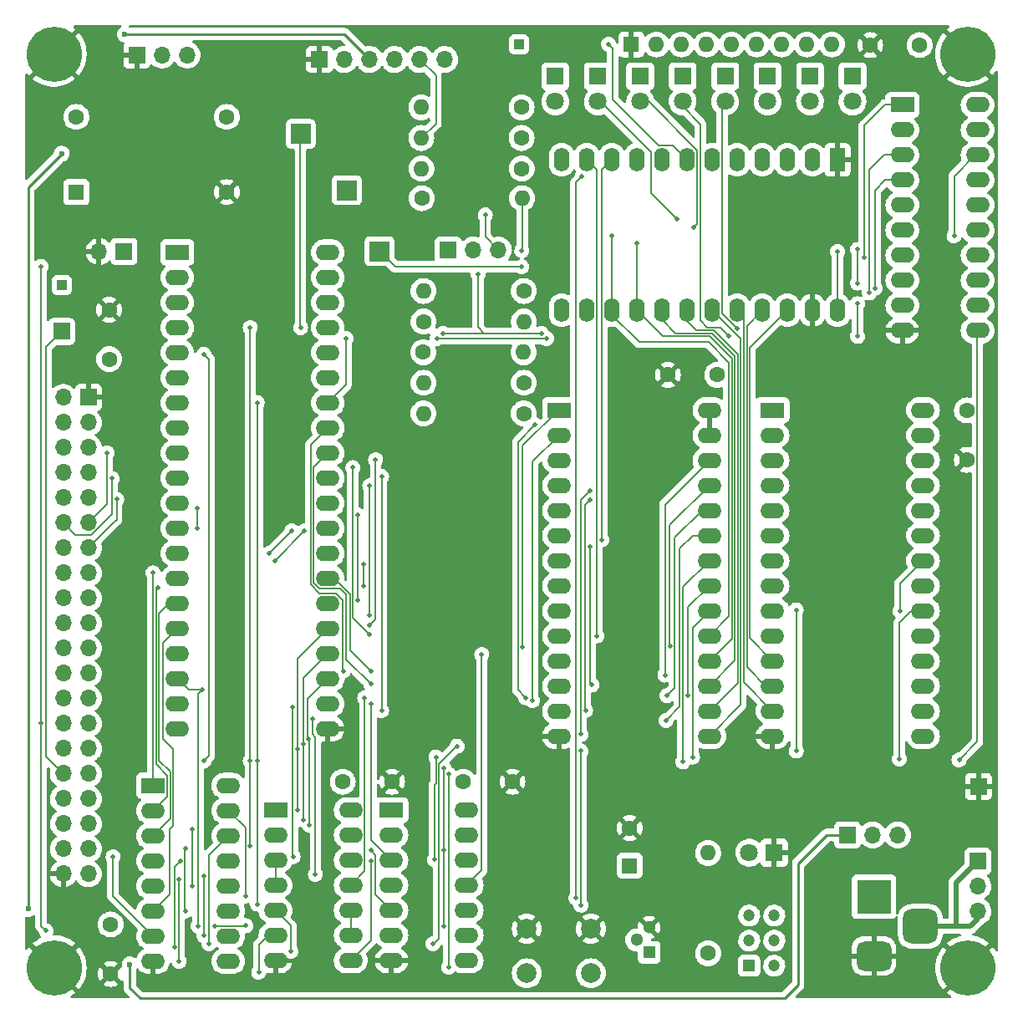
<source format=gbl>
G04 #@! TF.GenerationSoftware,KiCad,Pcbnew,(6.0.8-1)-1*
G04 #@! TF.CreationDate,2022-10-22T00:17:54-05:00*
G04 #@! TF.ProjectId,YAsixtyfive02,59417369-7874-4796-9669-766530322e6b,rev?*
G04 #@! TF.SameCoordinates,Original*
G04 #@! TF.FileFunction,Copper,L2,Bot*
G04 #@! TF.FilePolarity,Positive*
%FSLAX46Y46*%
G04 Gerber Fmt 4.6, Leading zero omitted, Abs format (unit mm)*
G04 Created by KiCad (PCBNEW (6.0.8-1)-1) date 2022-10-22 00:17:54*
%MOMM*%
%LPD*%
G01*
G04 APERTURE LIST*
G04 Aperture macros list*
%AMRoundRect*
0 Rectangle with rounded corners*
0 $1 Rounding radius*
0 $2 $3 $4 $5 $6 $7 $8 $9 X,Y pos of 4 corners*
0 Add a 4 corners polygon primitive as box body*
4,1,4,$2,$3,$4,$5,$6,$7,$8,$9,$2,$3,0*
0 Add four circle primitives for the rounded corners*
1,1,$1+$1,$2,$3*
1,1,$1+$1,$4,$5*
1,1,$1+$1,$6,$7*
1,1,$1+$1,$8,$9*
0 Add four rect primitives between the rounded corners*
20,1,$1+$1,$2,$3,$4,$5,0*
20,1,$1+$1,$4,$5,$6,$7,0*
20,1,$1+$1,$6,$7,$8,$9,0*
20,1,$1+$1,$8,$9,$2,$3,0*%
G04 Aperture macros list end*
G04 #@! TA.AperFunction,ComponentPad*
%ADD10R,1.600000X1.600000*%
G04 #@! TD*
G04 #@! TA.AperFunction,ComponentPad*
%ADD11C,1.600000*%
G04 #@! TD*
G04 #@! TA.AperFunction,ComponentPad*
%ADD12R,1.800000X1.800000*%
G04 #@! TD*
G04 #@! TA.AperFunction,ComponentPad*
%ADD13C,1.800000*%
G04 #@! TD*
G04 #@! TA.AperFunction,ComponentPad*
%ADD14C,3.600000*%
G04 #@! TD*
G04 #@! TA.AperFunction,ConnectorPad*
%ADD15C,5.600000*%
G04 #@! TD*
G04 #@! TA.AperFunction,ComponentPad*
%ADD16R,1.700000X1.700000*%
G04 #@! TD*
G04 #@! TA.AperFunction,ComponentPad*
%ADD17O,1.700000X1.700000*%
G04 #@! TD*
G04 #@! TA.AperFunction,ComponentPad*
%ADD18O,1.600000X1.600000*%
G04 #@! TD*
G04 #@! TA.AperFunction,ComponentPad*
%ADD19R,2.000000X2.000000*%
G04 #@! TD*
G04 #@! TA.AperFunction,ComponentPad*
%ADD20R,1.300000X1.300000*%
G04 #@! TD*
G04 #@! TA.AperFunction,ComponentPad*
%ADD21C,1.300000*%
G04 #@! TD*
G04 #@! TA.AperFunction,ComponentPad*
%ADD22R,2.400000X1.600000*%
G04 #@! TD*
G04 #@! TA.AperFunction,ComponentPad*
%ADD23O,2.400000X1.600000*%
G04 #@! TD*
G04 #@! TA.AperFunction,ComponentPad*
%ADD24C,2.000000*%
G04 #@! TD*
G04 #@! TA.AperFunction,ComponentPad*
%ADD25R,1.600000X2.400000*%
G04 #@! TD*
G04 #@! TA.AperFunction,ComponentPad*
%ADD26O,1.600000X2.400000*%
G04 #@! TD*
G04 #@! TA.AperFunction,ComponentPad*
%ADD27R,3.500000X3.500000*%
G04 #@! TD*
G04 #@! TA.AperFunction,ComponentPad*
%ADD28RoundRect,0.750000X1.000000X-0.750000X1.000000X0.750000X-1.000000X0.750000X-1.000000X-0.750000X0*%
G04 #@! TD*
G04 #@! TA.AperFunction,ComponentPad*
%ADD29RoundRect,0.875000X0.875000X-0.875000X0.875000X0.875000X-0.875000X0.875000X-0.875000X-0.875000X0*%
G04 #@! TD*
G04 #@! TA.AperFunction,ComponentPad*
%ADD30R,1.000000X1.000000*%
G04 #@! TD*
G04 #@! TA.AperFunction,ComponentPad*
%ADD31R,1.200000X1.200000*%
G04 #@! TD*
G04 #@! TA.AperFunction,ComponentPad*
%ADD32C,1.200000*%
G04 #@! TD*
G04 #@! TA.AperFunction,ViaPad*
%ADD33C,0.500000*%
G04 #@! TD*
G04 #@! TA.AperFunction,ViaPad*
%ADD34C,0.600000*%
G04 #@! TD*
G04 #@! TA.AperFunction,Conductor*
%ADD35C,0.500000*%
G04 #@! TD*
G04 #@! TA.AperFunction,Conductor*
%ADD36C,0.152400*%
G04 #@! TD*
G04 #@! TA.AperFunction,Conductor*
%ADD37C,0.250000*%
G04 #@! TD*
G04 APERTURE END LIST*
D10*
X92989400Y-135940051D03*
D11*
X92989400Y-132140051D03*
X63921000Y-127431800D03*
X68921000Y-127431800D03*
X76123800Y-127431800D03*
X81123800Y-127431800D03*
X40411400Y-141899000D03*
X40411400Y-146899000D03*
D12*
X107645200Y-134620000D03*
D13*
X105105200Y-134620000D03*
D14*
X127254000Y-146304000D03*
D15*
X127254000Y-146304000D03*
D14*
X127254000Y-53721000D03*
D15*
X127254000Y-53721000D03*
D14*
X34671000Y-146304000D03*
D15*
X34671000Y-146304000D03*
D16*
X43061600Y-53829200D03*
D17*
X45601600Y-53829200D03*
X48141600Y-53829200D03*
D16*
X38164400Y-88509200D03*
D17*
X35624400Y-88509200D03*
X38164400Y-91049200D03*
X35624400Y-91049200D03*
X38164400Y-93589200D03*
X35624400Y-93589200D03*
X38164400Y-96129200D03*
X35624400Y-96129200D03*
X38164400Y-98669200D03*
X35624400Y-98669200D03*
X38164400Y-101209200D03*
X35624400Y-101209200D03*
X38164400Y-103749200D03*
X35624400Y-103749200D03*
X38164400Y-106289200D03*
X35624400Y-106289200D03*
X38164400Y-108829200D03*
X35624400Y-108829200D03*
X38164400Y-111369200D03*
X35624400Y-111369200D03*
X38164400Y-113909200D03*
X35624400Y-113909200D03*
X38164400Y-116449200D03*
X35624400Y-116449200D03*
X38164400Y-118989200D03*
X35624400Y-118989200D03*
X38164400Y-121529200D03*
X35624400Y-121529200D03*
X38164400Y-124069200D03*
X35624400Y-124069200D03*
X38164400Y-126609200D03*
X35624400Y-126609200D03*
X38164400Y-129149200D03*
X35624400Y-129149200D03*
X38164400Y-131689200D03*
X35624400Y-131689200D03*
X38164400Y-134229200D03*
X35624400Y-134229200D03*
X38164400Y-136769200D03*
X35624400Y-136769200D03*
D16*
X41761600Y-73729200D03*
D17*
X39221600Y-73729200D03*
D11*
X100939600Y-144805400D03*
D18*
X100939600Y-134645400D03*
D19*
X67665600Y-73710800D03*
D20*
X94961600Y-144729200D03*
D21*
X93691600Y-143459200D03*
X94961600Y-142189200D03*
D15*
X34671000Y-53721000D03*
D14*
X34671000Y-53721000D03*
D22*
X47167800Y-73812400D03*
D23*
X47167800Y-76352400D03*
X47167800Y-78892400D03*
X47167800Y-81432400D03*
X47167800Y-83972400D03*
X47167800Y-86512400D03*
X47167800Y-89052400D03*
X47167800Y-91592400D03*
X47167800Y-94132400D03*
X47167800Y-96672400D03*
X47167800Y-99212400D03*
X47167800Y-101752400D03*
X47167800Y-104292400D03*
X47167800Y-106832400D03*
X47167800Y-109372400D03*
X47167800Y-111912400D03*
X47167800Y-114452400D03*
X47167800Y-116992400D03*
X47167800Y-119532400D03*
X47167800Y-122072400D03*
X62407800Y-122072400D03*
X62407800Y-119532400D03*
X62407800Y-116992400D03*
X62407800Y-114452400D03*
X62407800Y-111912400D03*
X62407800Y-109372400D03*
X62407800Y-106832400D03*
X62407800Y-104292400D03*
X62407800Y-101752400D03*
X62407800Y-99212400D03*
X62407800Y-96672400D03*
X62407800Y-94132400D03*
X62407800Y-91592400D03*
X62407800Y-89052400D03*
X62407800Y-86512400D03*
X62407800Y-83972400D03*
X62407800Y-81432400D03*
X62407800Y-78892400D03*
X62407800Y-76352400D03*
X62407800Y-73812400D03*
D16*
X128320800Y-127914400D03*
X128270000Y-135483600D03*
D17*
X128270000Y-138023600D03*
X128270000Y-140563600D03*
D11*
X40261600Y-84629200D03*
X40261600Y-79629200D03*
D10*
X36931600Y-67716400D03*
D11*
X52171600Y-67716400D03*
X52171600Y-60096400D03*
X36931600Y-60096400D03*
D19*
X59661600Y-61829200D03*
D24*
X82561600Y-142329200D03*
X89061600Y-142329200D03*
X82561600Y-146829200D03*
X89061600Y-146829200D03*
D16*
X61569600Y-54279800D03*
D17*
X64109600Y-54279800D03*
X66649600Y-54279800D03*
X69189600Y-54279800D03*
X71729600Y-54279800D03*
X74269600Y-54279800D03*
D11*
X82042000Y-62229200D03*
D18*
X71882000Y-62229200D03*
D11*
X82061600Y-65329200D03*
D18*
X71901600Y-65329200D03*
D11*
X71932800Y-68329200D03*
D18*
X82092800Y-68329200D03*
D25*
X114046000Y-64439800D03*
D26*
X111506000Y-64439800D03*
X108966000Y-64439800D03*
X106426000Y-64439800D03*
X103886000Y-64439800D03*
X101346000Y-64439800D03*
X98806000Y-64439800D03*
X96266000Y-64439800D03*
X93726000Y-64439800D03*
X91186000Y-64439800D03*
X88646000Y-64439800D03*
X86106000Y-64439800D03*
X86106000Y-79679800D03*
X88646000Y-79679800D03*
X91186000Y-79679800D03*
X93726000Y-79679800D03*
X96266000Y-79679800D03*
X98806000Y-79679800D03*
X101346000Y-79679800D03*
X103886000Y-79679800D03*
X106426000Y-79679800D03*
X108966000Y-79679800D03*
X111506000Y-79679800D03*
X114046000Y-79679800D03*
D11*
X82042000Y-59129200D03*
D18*
X71882000Y-59129200D03*
D22*
X85826600Y-89789000D03*
D23*
X85826600Y-92329000D03*
X85826600Y-94869000D03*
X85826600Y-97409000D03*
X85826600Y-99949000D03*
X85826600Y-102489000D03*
X85826600Y-105029000D03*
X85826600Y-107569000D03*
X85826600Y-110109000D03*
X85826600Y-112649000D03*
X85826600Y-115189000D03*
X85826600Y-117729000D03*
X85826600Y-120269000D03*
X85826600Y-122809000D03*
X101066600Y-122809000D03*
X101066600Y-120269000D03*
X101066600Y-117729000D03*
X101066600Y-115189000D03*
X101066600Y-112649000D03*
X101066600Y-110109000D03*
X101066600Y-107569000D03*
X101066600Y-105029000D03*
X101066600Y-102489000D03*
X101066600Y-99949000D03*
X101066600Y-97409000D03*
X101066600Y-94869000D03*
X101066600Y-92329000D03*
X101066600Y-89789000D03*
D22*
X107467400Y-89789000D03*
D23*
X107467400Y-92329000D03*
X107467400Y-94869000D03*
X107467400Y-97409000D03*
X107467400Y-99949000D03*
X107467400Y-102489000D03*
X107467400Y-105029000D03*
X107467400Y-107569000D03*
X107467400Y-110109000D03*
X107467400Y-112649000D03*
X107467400Y-115189000D03*
X107467400Y-117729000D03*
X107467400Y-120269000D03*
X107467400Y-122809000D03*
X122707400Y-122809000D03*
X122707400Y-120269000D03*
X122707400Y-117729000D03*
X122707400Y-115189000D03*
X122707400Y-112649000D03*
X122707400Y-110109000D03*
X122707400Y-107569000D03*
X122707400Y-105029000D03*
X122707400Y-102489000D03*
X122707400Y-99949000D03*
X122707400Y-97409000D03*
X122707400Y-94869000D03*
X122707400Y-92329000D03*
X122707400Y-89789000D03*
D11*
X101861600Y-86229200D03*
X96861600Y-86229200D03*
X127152400Y-89829000D03*
X127152400Y-94829000D03*
D27*
X117736700Y-139084800D03*
D28*
X117736700Y-145084800D03*
D29*
X122436700Y-142084800D03*
D11*
X122361600Y-52829200D03*
X117361600Y-52829200D03*
X82270600Y-87029200D03*
D18*
X72110600Y-87029200D03*
D11*
X72110600Y-80829200D03*
D18*
X82270600Y-80829200D03*
D11*
X72085200Y-83929200D03*
D18*
X82245200Y-83929200D03*
D11*
X82261600Y-90129200D03*
D18*
X72101600Y-90129200D03*
D10*
X93161600Y-52755800D03*
D18*
X95701600Y-52755800D03*
X98241600Y-52755800D03*
X100781600Y-52755800D03*
X103321600Y-52755800D03*
X105861600Y-52755800D03*
X108401600Y-52755800D03*
X110941600Y-52755800D03*
X113481600Y-52755800D03*
D11*
X82270600Y-77729200D03*
D18*
X72110600Y-77729200D03*
D30*
X35461600Y-77129200D03*
D12*
X89761600Y-56000000D03*
D13*
X89761600Y-58540000D03*
D12*
X111261600Y-56000000D03*
D13*
X111261600Y-58540000D03*
D12*
X115561600Y-56000000D03*
D13*
X115561600Y-58540000D03*
D22*
X44704000Y-127829200D03*
D23*
X44704000Y-130369200D03*
X44704000Y-132909200D03*
X44704000Y-135449200D03*
X44704000Y-137989200D03*
X44704000Y-140529200D03*
X44704000Y-143069200D03*
X44704000Y-145609200D03*
X52324000Y-145609200D03*
X52324000Y-143069200D03*
X52324000Y-140529200D03*
X52324000Y-137989200D03*
X52324000Y-135449200D03*
X52324000Y-132909200D03*
X52324000Y-130369200D03*
X52324000Y-127829200D03*
D12*
X106961600Y-56000000D03*
D13*
X106961600Y-58540000D03*
D22*
X68861600Y-130304200D03*
D23*
X68861600Y-132844200D03*
X68861600Y-135384200D03*
X68861600Y-137924200D03*
X68861600Y-140464200D03*
X68861600Y-143004200D03*
X68861600Y-145544200D03*
X76481600Y-145544200D03*
X76481600Y-143004200D03*
X76481600Y-140464200D03*
X76481600Y-137924200D03*
X76481600Y-135384200D03*
X76481600Y-132844200D03*
X76481600Y-130304200D03*
D16*
X35461600Y-81829200D03*
X74611600Y-73579200D03*
D17*
X77151600Y-73579200D03*
X79691600Y-73579200D03*
D12*
X102661600Y-56000000D03*
D13*
X102661600Y-58540000D03*
D19*
X64361600Y-67529200D03*
D30*
X81761600Y-52729200D03*
D22*
X120611600Y-58879200D03*
D23*
X120611600Y-61419200D03*
X120611600Y-63959200D03*
X120611600Y-66499200D03*
X120611600Y-69039200D03*
X120611600Y-71579200D03*
X120611600Y-74119200D03*
X120611600Y-76659200D03*
X120611600Y-79199200D03*
X120611600Y-81739200D03*
X128231600Y-81739200D03*
X128231600Y-79199200D03*
X128231600Y-76659200D03*
X128231600Y-74119200D03*
X128231600Y-71579200D03*
X128231600Y-69039200D03*
X128231600Y-66499200D03*
X128231600Y-63959200D03*
X128231600Y-61419200D03*
X128231600Y-58879200D03*
D22*
X57111600Y-130304200D03*
D23*
X57111600Y-132844200D03*
X57111600Y-135384200D03*
X57111600Y-137924200D03*
X57111600Y-140464200D03*
X57111600Y-143004200D03*
X57111600Y-145544200D03*
X64731600Y-145544200D03*
X64731600Y-143004200D03*
X64731600Y-140464200D03*
X64731600Y-137924200D03*
X64731600Y-135384200D03*
X64731600Y-132844200D03*
X64731600Y-130304200D03*
D16*
X115051600Y-132829200D03*
D17*
X117591600Y-132829200D03*
X120131600Y-132829200D03*
D12*
X98361600Y-56000000D03*
D13*
X98361600Y-58540000D03*
D12*
X85461600Y-56000000D03*
D13*
X85461600Y-58540000D03*
D12*
X94061600Y-56000000D03*
D13*
X94061600Y-58540000D03*
D31*
X105105200Y-146075400D03*
D32*
X105105200Y-143535400D03*
X105105200Y-140995400D03*
X107645200Y-146075400D03*
X107645200Y-143535400D03*
X107645200Y-140995400D03*
D33*
X49863100Y-84127700D03*
X49861600Y-125329200D03*
X77636600Y-76029200D03*
X54561600Y-133929200D03*
X84061600Y-82029200D03*
X74061600Y-82029200D03*
X54561600Y-81429200D03*
X54561600Y-125329200D03*
X59658400Y-81432400D03*
X40061600Y-94129200D03*
X89681400Y-112649000D03*
X64961600Y-95629200D03*
X66661600Y-112529200D03*
X117261600Y-77929200D03*
X63961600Y-116229200D03*
X65461600Y-100429200D03*
X40539700Y-96729200D03*
X65461600Y-109029200D03*
X117861600Y-77429200D03*
X66761600Y-117529200D03*
X41017800Y-98829200D03*
X66061600Y-105429200D03*
X66061600Y-107629200D03*
X67861600Y-96529200D03*
X67861600Y-120229200D03*
X116061600Y-76929200D03*
X116061600Y-73529200D03*
X49161600Y-101729200D03*
X49161600Y-99729200D03*
X88961600Y-97929200D03*
X88039700Y-122629200D03*
X56461600Y-104329200D03*
X90161600Y-102929200D03*
X58761600Y-102029200D03*
X44701600Y-106289200D03*
X88961600Y-98929200D03*
X88517800Y-120229200D03*
X57061600Y-105029200D03*
X60061600Y-102029200D03*
X45183000Y-107750600D03*
X89161600Y-117629200D03*
X88961600Y-103629200D03*
X66661600Y-97429200D03*
X66661600Y-110587100D03*
X66761600Y-116229200D03*
X93761600Y-72929200D03*
X67261600Y-94829200D03*
X66661600Y-111629200D03*
X91161600Y-72129200D03*
X125861600Y-72129200D03*
X78011600Y-114529200D03*
X97083500Y-113682300D03*
X49261600Y-142029200D03*
X49661600Y-118129200D03*
X50961600Y-142029200D03*
X96761600Y-118729200D03*
X54100868Y-142019500D03*
X84561600Y-82529200D03*
X73461600Y-82529200D03*
X64261600Y-82529200D03*
X55261600Y-139829200D03*
X55261600Y-89029200D03*
X55261600Y-125329200D03*
X98883500Y-118729200D03*
X58861600Y-119929200D03*
X66761600Y-134379200D03*
X58883500Y-135029200D03*
X47461600Y-135429200D03*
X58661600Y-144607300D03*
X46861600Y-144229200D03*
X61161600Y-136829200D03*
X60861600Y-121039100D03*
X96661600Y-121229200D03*
X33361600Y-75229200D03*
X116761600Y-74366700D03*
X82061600Y-75279200D03*
X33361600Y-121529200D03*
X33861600Y-142529200D03*
X83161600Y-119229200D03*
X66811600Y-119529200D03*
X60461600Y-123129200D03*
X60561600Y-131829200D03*
X96561600Y-116629200D03*
X82161600Y-113829200D03*
X59961600Y-131329200D03*
X59961600Y-123629200D03*
X59361600Y-124129200D03*
X59361600Y-130329200D03*
X90861600Y-52729200D03*
X99461600Y-71329200D03*
X103061600Y-82329200D03*
X116061600Y-82329200D03*
X116061600Y-79029200D03*
X98361600Y-125429200D03*
X66761600Y-135429200D03*
X74161600Y-126029200D03*
X88061600Y-139929200D03*
X120361600Y-110129200D03*
X74161600Y-142029200D03*
X74161100Y-134329200D03*
X109861600Y-124329200D03*
X88061600Y-124329200D03*
X109861600Y-110029200D03*
X73204900Y-135329200D03*
X73361600Y-124929200D03*
X99361600Y-124929200D03*
X74661600Y-146229200D03*
X55411600Y-146729200D03*
X120311600Y-125129200D03*
X74639700Y-126629200D03*
X78361600Y-70029200D03*
X103866568Y-81524232D03*
X97761600Y-70429200D03*
X88161600Y-66151100D03*
X54061600Y-139029200D03*
X87561600Y-139229200D03*
X126361600Y-125229200D03*
X75511600Y-123829200D03*
X50361600Y-143829200D03*
X73061600Y-143829200D03*
X48661600Y-132229200D03*
X48661600Y-138036186D03*
D34*
X42361600Y-145929200D03*
X35461600Y-63829200D03*
X41861600Y-51729200D03*
X32061600Y-140329200D03*
D33*
X47961600Y-134229200D03*
X47961600Y-140529200D03*
X66161600Y-118929200D03*
X82461600Y-118929200D03*
X83411600Y-91279200D03*
X49839700Y-137029200D03*
X49861600Y-143029200D03*
X82061600Y-73629200D03*
X114061600Y-73729200D03*
X47361600Y-137329200D03*
X47361600Y-145629200D03*
X40661600Y-135029200D03*
D35*
X101066600Y-89789000D02*
X101066600Y-92329000D01*
D36*
X49861600Y-125329200D02*
X50361600Y-124829200D01*
X50361600Y-124829200D02*
X50361600Y-84626200D01*
X50361600Y-84626200D02*
X49863100Y-84127700D01*
X54561600Y-125329200D02*
X54561600Y-81429200D01*
X77636600Y-81404200D02*
X78261600Y-82029200D01*
X59658400Y-81432400D02*
X59639200Y-81413200D01*
X84061600Y-82029200D02*
X78261600Y-82029200D01*
X78261600Y-82029200D02*
X74061600Y-82029200D01*
X59639200Y-81413200D02*
X59639200Y-61851600D01*
X59639200Y-61851600D02*
X59661600Y-61829200D01*
X77636600Y-81404200D02*
X77636600Y-76029200D01*
X54561600Y-125329200D02*
X54561600Y-133929200D01*
X38164400Y-101209200D02*
X40061600Y-99312000D01*
X89674600Y-65468400D02*
X89674600Y-112642200D01*
X64961600Y-95629200D02*
X64961600Y-110829200D01*
X88646000Y-64439800D02*
X89674600Y-65468400D01*
X40061600Y-99312000D02*
X40061600Y-94129200D01*
X89674600Y-112642200D02*
X89681400Y-112649000D01*
X64961600Y-110829200D02*
X66661600Y-112529200D01*
X105161600Y-83484200D02*
X108966000Y-79679800D01*
X63961600Y-116229200D02*
X63956800Y-116224400D01*
X117261600Y-65479200D02*
X118781600Y-63959200D01*
X60674400Y-107436460D02*
X60674400Y-93325800D01*
X117261600Y-77929200D02*
X117261600Y-65479200D01*
X63956800Y-116224400D02*
X63956800Y-109066740D01*
X61581740Y-108343800D02*
X60674400Y-107436460D01*
X63233860Y-108343800D02*
X61581740Y-108343800D01*
X107467400Y-115189000D02*
X105161600Y-112883200D01*
X60674400Y-93325800D02*
X62407800Y-91592400D01*
X118781600Y-63959200D02*
X120611600Y-63959200D01*
X63956800Y-109066740D02*
X63233860Y-108343800D01*
X105161600Y-112883200D02*
X105161600Y-83484200D01*
X36844400Y-102429200D02*
X38469771Y-102429200D01*
X40539700Y-100359271D02*
X40539700Y-96729200D01*
X35624400Y-101209200D02*
X36844400Y-102429200D01*
X65461600Y-100429200D02*
X65461600Y-109029200D01*
X38469771Y-102429200D02*
X40539700Y-100359271D01*
X118891600Y-66499200D02*
X120611600Y-66499200D01*
X117861600Y-67529200D02*
X118891600Y-66499200D01*
X64261600Y-108460252D02*
X63662348Y-107861000D01*
X104856800Y-81249000D02*
X106426000Y-79679800D01*
X61581740Y-107861000D02*
X60979200Y-107258460D01*
X63662348Y-107861000D02*
X61581740Y-107861000D01*
X66761600Y-117529200D02*
X64261600Y-115029200D01*
X107467400Y-117729000D02*
X106761400Y-117729000D01*
X104856800Y-115824400D02*
X104856800Y-81249000D01*
X117861600Y-77429200D02*
X117861600Y-67529200D01*
X106761400Y-117729000D02*
X104856800Y-115824400D01*
X60979200Y-107258460D02*
X60979200Y-95561000D01*
X64261600Y-115029200D02*
X64261600Y-108460252D01*
X60979200Y-95561000D02*
X62407800Y-94132400D01*
X66061600Y-107629200D02*
X66061600Y-105429200D01*
X41017800Y-100895800D02*
X41017800Y-98829200D01*
X40784400Y-101129200D02*
X41017800Y-100895800D01*
X38164400Y-103749200D02*
X40784400Y-101129200D01*
X116061600Y-76929200D02*
X116061600Y-73529200D01*
X107467400Y-120269000D02*
X104552000Y-117353600D01*
X104552000Y-80345800D02*
X103886000Y-79679800D01*
X104552000Y-117353600D02*
X104552000Y-80345800D01*
X67861600Y-96529200D02*
X67861600Y-120229200D01*
X49161600Y-101729200D02*
X49161600Y-99729200D01*
X101066600Y-122809000D02*
X104247200Y-119628400D01*
X88039700Y-98851100D02*
X88039700Y-122629200D01*
X88961600Y-97929200D02*
X88039700Y-98851100D01*
X104247200Y-82581000D02*
X101346000Y-79679800D01*
X104247200Y-119628400D02*
X104247200Y-82581000D01*
X90161600Y-102929200D02*
X90157400Y-102925000D01*
X44704000Y-127829200D02*
X44704000Y-106291600D01*
X44704000Y-106291600D02*
X44701600Y-106289200D01*
X90157400Y-102925000D02*
X90157400Y-65468400D01*
X90157400Y-65468400D02*
X91186000Y-64439800D01*
X56461600Y-104329200D02*
X58761600Y-102029200D01*
X88961600Y-98929200D02*
X88483000Y-99407800D01*
X88483000Y-99407800D02*
X88483000Y-120194400D01*
X103942400Y-84178948D02*
X101483052Y-81719600D01*
X99752000Y-81719600D02*
X98806000Y-80773600D01*
X88483000Y-120194400D02*
X88517800Y-120229200D01*
X101066600Y-120269000D02*
X103942400Y-117393200D01*
X101483052Y-81719600D02*
X99752000Y-81719600D01*
X103942400Y-117393200D02*
X103942400Y-84178948D01*
X98806000Y-80773600D02*
X98806000Y-79679800D01*
X45008800Y-107924800D02*
X45183000Y-107750600D01*
X44704000Y-130369200D02*
X46132600Y-128940600D01*
X45008800Y-125676800D02*
X45008800Y-107924800D01*
X57061600Y-105029200D02*
X60061600Y-102029200D01*
X46132600Y-128940600D02*
X46132600Y-126800600D01*
X46132600Y-126800600D02*
X45008800Y-125676800D01*
X88961600Y-117429200D02*
X89161600Y-117629200D01*
X97656800Y-82024400D02*
X96266000Y-80633600D01*
X101066600Y-117729000D02*
X103637600Y-115158000D01*
X88961600Y-103629200D02*
X88961600Y-117429200D01*
X103637600Y-115158000D02*
X103637600Y-84305200D01*
X96266000Y-80633600D02*
X96266000Y-79679800D01*
X101356800Y-82024400D02*
X97656800Y-82024400D01*
X103637600Y-84305200D02*
X101356800Y-82024400D01*
X46437400Y-126405000D02*
X45313600Y-125281200D01*
X44704000Y-132909200D02*
X46437400Y-131175800D01*
X46318400Y-109372400D02*
X47167800Y-109372400D01*
X45313600Y-110377200D02*
X46318400Y-109372400D01*
X46437400Y-131175800D02*
X46437400Y-126405000D01*
X45313600Y-125281200D02*
X45313600Y-110377200D01*
X66661600Y-110587100D02*
X66661600Y-97429200D01*
X101061600Y-82329200D02*
X96375400Y-82329200D01*
X93726000Y-72964800D02*
X93726000Y-79679800D01*
X63064800Y-106832400D02*
X62407800Y-106832400D01*
X103332800Y-112922800D02*
X103332800Y-84600400D01*
X103332800Y-84600400D02*
X101061600Y-82329200D01*
X93761600Y-72929200D02*
X93726000Y-72964800D01*
X64656800Y-108424400D02*
X63064800Y-106832400D01*
X101066600Y-115189000D02*
X103332800Y-112922800D01*
X64656800Y-114124400D02*
X64656800Y-108424400D01*
X96375400Y-82329200D02*
X93726000Y-79679800D01*
X66761600Y-116229200D02*
X64656800Y-114124400D01*
X67261600Y-94829200D02*
X67261600Y-111029200D01*
X45739200Y-123126200D02*
X45739200Y-113341000D01*
X45739200Y-113341000D02*
X47167800Y-111912400D01*
X46742200Y-131898600D02*
X46742200Y-124129200D01*
X44704000Y-140529200D02*
X46361600Y-138871600D01*
X67261600Y-111029200D02*
X66661600Y-111629200D01*
X46361600Y-138871600D02*
X46361600Y-132279200D01*
X46361600Y-132279200D02*
X46742200Y-131898600D01*
X46742200Y-124129200D02*
X45739200Y-123126200D01*
X103028000Y-84995600D02*
X100961600Y-82929200D01*
X91186000Y-80153600D02*
X91186000Y-79679800D01*
X91186000Y-72153600D02*
X91161600Y-72129200D01*
X125861600Y-66086200D02*
X127988600Y-63959200D01*
X101066600Y-112649000D02*
X103028000Y-110687600D01*
X91186000Y-79679800D02*
X91186000Y-72153600D01*
X100961600Y-82929200D02*
X93961600Y-82929200D01*
X127988600Y-63959200D02*
X128231600Y-63959200D01*
X125861600Y-72129200D02*
X125861600Y-66086200D01*
X103028000Y-110687600D02*
X103028000Y-84995600D01*
X93961600Y-82929200D02*
X91186000Y-80153600D01*
X78011600Y-136394200D02*
X78011600Y-114529200D01*
X97061600Y-113660400D02*
X97061600Y-101414000D01*
X97061600Y-101414000D02*
X101066600Y-97409000D01*
X97083500Y-113682300D02*
X97061600Y-113660400D01*
X76481600Y-137924200D02*
X78011600Y-136394200D01*
X97561600Y-117929200D02*
X97561600Y-102729200D01*
X54079768Y-142040600D02*
X50973000Y-142040600D01*
X49261600Y-118529200D02*
X49661600Y-118129200D01*
X49261600Y-142029200D02*
X49261600Y-118529200D01*
X96761600Y-118729200D02*
X97561600Y-117929200D01*
X54100868Y-142019500D02*
X54079768Y-142040600D01*
X50973000Y-142040600D02*
X50961600Y-142029200D01*
X49661600Y-118129200D02*
X48304600Y-118129200D01*
X100341800Y-99949000D02*
X101066600Y-99949000D01*
X97561600Y-102729200D02*
X100341800Y-99949000D01*
X48304600Y-118129200D02*
X47167800Y-116992400D01*
X64261600Y-87198600D02*
X62407800Y-89052400D01*
X64261600Y-82529200D02*
X64261600Y-87198600D01*
X55261600Y-125329200D02*
X55261600Y-139829200D01*
X64731600Y-143004200D02*
X64731600Y-140464200D01*
X55261600Y-125329200D02*
X55261600Y-89029200D01*
X73461600Y-82529200D02*
X84561600Y-82529200D01*
X67261600Y-134879200D02*
X67261600Y-138864200D01*
X66761600Y-134379200D02*
X67261600Y-134879200D01*
X98883500Y-118729200D02*
X98883500Y-109752100D01*
X67261600Y-138864200D02*
X68861600Y-140464200D01*
X58861600Y-135007300D02*
X58861600Y-119929200D01*
X98883500Y-109752100D02*
X101066600Y-107569000D01*
X58883500Y-135029200D02*
X58861600Y-135007300D01*
X58661600Y-142014200D02*
X57111600Y-140464200D01*
X58661600Y-144607300D02*
X58661600Y-142014200D01*
X46861600Y-136029200D02*
X46861600Y-144229200D01*
X47461600Y-135429200D02*
X46861600Y-136029200D01*
X98061600Y-119829200D02*
X98061600Y-103829200D01*
X60866400Y-122634000D02*
X61161600Y-122929200D01*
X60861600Y-121039100D02*
X60866400Y-121043900D01*
X98061600Y-103829200D02*
X99401800Y-102489000D01*
X99401800Y-102489000D02*
X101066600Y-102489000D01*
X61161600Y-122929200D02*
X61161600Y-136829200D01*
X60866400Y-121043900D02*
X60866400Y-122634000D01*
X96661600Y-121229200D02*
X98061600Y-119829200D01*
X33361600Y-75229200D02*
X33361600Y-121529200D01*
X33361600Y-142029200D02*
X33861600Y-142529200D01*
X118861600Y-58879200D02*
X120611600Y-58879200D01*
X69234000Y-75279200D02*
X67665600Y-73710800D01*
X116761600Y-60979200D02*
X118861600Y-58879200D01*
X82061600Y-75279200D02*
X69234000Y-75279200D01*
X33361600Y-121529200D02*
X33361600Y-142029200D01*
X116761600Y-74366700D02*
X116761600Y-60979200D01*
X83161600Y-94994000D02*
X83161600Y-119229200D01*
X85826600Y-92329000D02*
X83161600Y-94994000D01*
X66811600Y-119529200D02*
X66811600Y-133334200D01*
X66811600Y-133334200D02*
X68861600Y-135384200D01*
X96561600Y-116629200D02*
X96561600Y-99374000D01*
X60561600Y-123229200D02*
X60461600Y-123129200D01*
X60561600Y-131829200D02*
X60561600Y-123229200D01*
X60361600Y-123029200D02*
X60361600Y-119038600D01*
X96561600Y-99374000D02*
X101066600Y-94869000D01*
X60461600Y-123129200D02*
X60361600Y-123029200D01*
X60361600Y-119038600D02*
X62407800Y-116992400D01*
X85826600Y-89789000D02*
X85801800Y-89789000D01*
X85801800Y-89789000D02*
X82161600Y-93429200D01*
X59961600Y-123629200D02*
X59961600Y-131329200D01*
X59961600Y-116898600D02*
X62407800Y-114452400D01*
X59961600Y-123629200D02*
X59961600Y-116898600D01*
X82161600Y-93429200D02*
X82161600Y-113829200D01*
X59361600Y-114958600D02*
X62407800Y-111912400D01*
X59361600Y-124129200D02*
X59361600Y-130329200D01*
X59361600Y-124129200D02*
X59361600Y-114958600D01*
X91261600Y-58329200D02*
X95943600Y-63011200D01*
X95943600Y-63011200D02*
X97377400Y-63011200D01*
X97377400Y-63011200D02*
X98806000Y-64439800D01*
X90861600Y-52729200D02*
X91261600Y-53129200D01*
X91261600Y-53129200D02*
X91261600Y-58329200D01*
X94897192Y-58540000D02*
X99834600Y-63477408D01*
X99834600Y-70956200D02*
X99461600Y-71329200D01*
X99834600Y-63477408D02*
X99834600Y-70956200D01*
X94061600Y-58540000D02*
X94897192Y-58540000D01*
X102147200Y-81414800D02*
X103061600Y-82329200D01*
X98361600Y-58540000D02*
X98361600Y-59035400D01*
X100161600Y-80729200D02*
X100847200Y-81414800D01*
X116061600Y-82329200D02*
X116061600Y-79029200D01*
X100161600Y-60835400D02*
X100161600Y-80729200D01*
X98361600Y-59035400D02*
X100161600Y-60835400D01*
X100847200Y-81414800D02*
X102147200Y-81414800D01*
X74161100Y-134329200D02*
X74161600Y-134328700D01*
X88061600Y-124329200D02*
X88061600Y-139929200D01*
X74161600Y-142029200D02*
X74161600Y-134329700D01*
X101066600Y-105029000D02*
X98366400Y-107729200D01*
X74161600Y-134329700D02*
X74161100Y-134329200D01*
X109861600Y-110029200D02*
X109861600Y-124329200D01*
X120361600Y-107374800D02*
X120361600Y-110129200D01*
X122707400Y-105029000D02*
X120361600Y-107374800D01*
X98366400Y-125424400D02*
X98361600Y-125429200D01*
X98366400Y-107729200D02*
X98366400Y-125424400D01*
X74161600Y-134328700D02*
X74161600Y-126029200D01*
X66761600Y-143514200D02*
X64731600Y-145544200D01*
X66761600Y-135429200D02*
X66761600Y-143514200D01*
X73361600Y-124929200D02*
X73361600Y-127629200D01*
X73204900Y-135329200D02*
X73204900Y-127785900D01*
X99361600Y-111814000D02*
X99361600Y-124929200D01*
X73204900Y-127785900D02*
X73361600Y-127629200D01*
X57111600Y-135384200D02*
X57111600Y-137924200D01*
X101066600Y-110109000D02*
X99361600Y-111814000D01*
X121531800Y-110109000D02*
X122707400Y-110109000D01*
X57111600Y-143004200D02*
X56349100Y-143004200D01*
X74639700Y-146207300D02*
X74661600Y-146229200D01*
X120311600Y-125129200D02*
X120311600Y-111329200D01*
X74639700Y-126629200D02*
X74639700Y-146207300D01*
X56349100Y-143004200D02*
X55411600Y-143941700D01*
X55411600Y-143941700D02*
X55411600Y-146729200D01*
X120311600Y-111329200D02*
X121531800Y-110109000D01*
X78361600Y-72249200D02*
X79691600Y-73579200D01*
X78361600Y-70029200D02*
X78361600Y-72249200D01*
X102374600Y-58827000D02*
X102374600Y-80032264D01*
X102374600Y-80032264D02*
X103866568Y-81524232D01*
X102661600Y-58540000D02*
X102374600Y-58827000D01*
X95161600Y-67829200D02*
X95161600Y-63689540D01*
X95161600Y-63689540D02*
X90012060Y-58540000D01*
X90012060Y-58540000D02*
X89761600Y-58540000D01*
X97761600Y-70429200D02*
X95161600Y-67829200D01*
X33861600Y-83429200D02*
X35461600Y-81829200D01*
X35583000Y-126609200D02*
X33861600Y-124887800D01*
X35624400Y-126609200D02*
X35583000Y-126609200D01*
X33861600Y-124887800D02*
X33861600Y-83429200D01*
X54061600Y-139029200D02*
X54061600Y-132106800D01*
X87561600Y-66751100D02*
X87561600Y-139229200D01*
X88161600Y-66151100D02*
X87561600Y-66751100D01*
X54061600Y-132106800D02*
X52324000Y-130369200D01*
X75461600Y-123829200D02*
X73683000Y-125607800D01*
X75511600Y-123829200D02*
X75461600Y-123829200D01*
X128219200Y-81751600D02*
X128219200Y-123371600D01*
X73161600Y-143829200D02*
X73061600Y-143829200D01*
X128219200Y-123371600D02*
X126361600Y-125229200D01*
X73683000Y-125607800D02*
X73683000Y-143307800D01*
X50361600Y-143829200D02*
X50361600Y-134871600D01*
X73683000Y-143307800D02*
X73161600Y-143829200D01*
X50361600Y-134871600D02*
X52324000Y-132909200D01*
X128231600Y-81739200D02*
X128219200Y-81751600D01*
X48661600Y-132229200D02*
X48661600Y-138036186D01*
D37*
X64099000Y-51729200D02*
X66649600Y-54279800D01*
X41861600Y-51729200D02*
X64099000Y-51729200D01*
X110061600Y-135729200D02*
X110061600Y-148029200D01*
X43413800Y-149381400D02*
X42361600Y-148329200D01*
X32061600Y-67229200D02*
X35461600Y-63829200D01*
X32061600Y-140329200D02*
X32061600Y-67229200D01*
X111161600Y-134629200D02*
X110061600Y-135729200D01*
X112961600Y-132829200D02*
X111161600Y-134629200D01*
X42361600Y-148329200D02*
X42361600Y-145929200D01*
X110061600Y-148029200D02*
X108709400Y-149381400D01*
X108709400Y-149381400D02*
X43413800Y-149381400D01*
X115051600Y-132829200D02*
X112961600Y-132829200D01*
D36*
X47961600Y-140529200D02*
X47940200Y-140507800D01*
X47940200Y-134250600D02*
X47961600Y-134229200D01*
X47940200Y-140507800D02*
X47940200Y-134250600D01*
X66161600Y-136494200D02*
X66161600Y-118929200D01*
X64731600Y-137924200D02*
X66161600Y-136494200D01*
X81683000Y-93007800D02*
X81683000Y-118150600D01*
X81683000Y-118150600D02*
X82461600Y-118929200D01*
X83411600Y-91279200D02*
X81683000Y-93007800D01*
X49840200Y-137029700D02*
X49839700Y-137029200D01*
X49861600Y-143029200D02*
X49840200Y-143007800D01*
X49840200Y-143007800D02*
X49840200Y-137029700D01*
X82092800Y-73598000D02*
X82092800Y-68329200D01*
X114046000Y-73744800D02*
X114061600Y-73729200D01*
X82061600Y-73629200D02*
X82092800Y-73598000D01*
X114046000Y-79679800D02*
X114046000Y-73744800D01*
D35*
X122436700Y-142084800D02*
X126748800Y-142084800D01*
X128270000Y-141320800D02*
X128270000Y-140563600D01*
X127506000Y-142084800D02*
X128270000Y-141320800D01*
X128270000Y-135483600D02*
X126061600Y-137692000D01*
X126061600Y-137692000D02*
X126061600Y-142084800D01*
X126748800Y-142084800D02*
X127506000Y-142084800D01*
D36*
X47361600Y-137329200D02*
X47361600Y-145629200D01*
X40661600Y-139026800D02*
X44704000Y-143069200D01*
X40661600Y-135029200D02*
X40661600Y-139026800D01*
X71729600Y-54279800D02*
X73361600Y-55911800D01*
X73361600Y-55911800D02*
X73361600Y-60749600D01*
X73361600Y-60749600D02*
X71882000Y-62229200D01*
G04 #@! TA.AperFunction,Conductor*
G36*
X41451773Y-50820002D02*
G01*
X41498266Y-50873658D01*
X41508370Y-50943932D01*
X41478876Y-51008512D01*
X41449677Y-51033315D01*
X41360688Y-51088062D01*
X41355653Y-51092993D01*
X41355650Y-51092995D01*
X41236125Y-51210043D01*
X41231093Y-51214971D01*
X41132835Y-51367438D01*
X41130426Y-51374058D01*
X41130424Y-51374061D01*
X41078514Y-51516683D01*
X41070797Y-51537885D01*
X41048063Y-51717840D01*
X41065763Y-51898360D01*
X41123018Y-52070473D01*
X41126665Y-52076495D01*
X41126666Y-52076497D01*
X41195685Y-52190461D01*
X41216980Y-52225624D01*
X41221869Y-52230687D01*
X41221870Y-52230688D01*
X41295137Y-52306557D01*
X41342982Y-52356102D01*
X41494759Y-52455422D01*
X41501363Y-52457878D01*
X41501365Y-52457879D01*
X41658158Y-52516190D01*
X41658160Y-52516190D01*
X41664768Y-52518648D01*
X41685419Y-52521404D01*
X41750293Y-52550237D01*
X41789283Y-52609569D01*
X41790005Y-52680562D01*
X41769580Y-52721862D01*
X41766812Y-52725556D01*
X41758276Y-52741146D01*
X41713122Y-52861594D01*
X41709495Y-52876849D01*
X41703969Y-52927714D01*
X41703600Y-52934528D01*
X41703600Y-53557085D01*
X41708075Y-53572324D01*
X41709465Y-53573529D01*
X41717148Y-53575200D01*
X43189600Y-53575200D01*
X43257721Y-53595202D01*
X43304214Y-53648858D01*
X43315600Y-53701200D01*
X43315600Y-55169084D01*
X43320075Y-55184323D01*
X43321465Y-55185528D01*
X43329148Y-55187199D01*
X43956269Y-55187199D01*
X43963090Y-55186829D01*
X44013952Y-55181305D01*
X44029204Y-55177679D01*
X44149654Y-55132524D01*
X44165249Y-55123986D01*
X44267324Y-55047485D01*
X44279885Y-55034924D01*
X44356386Y-54932849D01*
X44364924Y-54917254D01*
X44405825Y-54808152D01*
X44448467Y-54751388D01*
X44515028Y-54726688D01*
X44584377Y-54741896D01*
X44619044Y-54769884D01*
X44644465Y-54799231D01*
X44644469Y-54799235D01*
X44647850Y-54803138D01*
X44819726Y-54945832D01*
X45012600Y-55058538D01*
X45221292Y-55138230D01*
X45226360Y-55139261D01*
X45226363Y-55139262D01*
X45323831Y-55159092D01*
X45440197Y-55182767D01*
X45445372Y-55182957D01*
X45445374Y-55182957D01*
X45658273Y-55190764D01*
X45658277Y-55190764D01*
X45663437Y-55190953D01*
X45668557Y-55190297D01*
X45668559Y-55190297D01*
X45879888Y-55163225D01*
X45879889Y-55163225D01*
X45885016Y-55162568D01*
X45896602Y-55159092D01*
X46094029Y-55099861D01*
X46094034Y-55099859D01*
X46098984Y-55098374D01*
X46299594Y-55000096D01*
X46481460Y-54870373D01*
X46490161Y-54861703D01*
X46588797Y-54763410D01*
X46639696Y-54712689D01*
X46726514Y-54591869D01*
X46770053Y-54531277D01*
X46771376Y-54532228D01*
X46818245Y-54489057D01*
X46888180Y-54476825D01*
X46953626Y-54504344D01*
X46981475Y-54536194D01*
X47041587Y-54634288D01*
X47187850Y-54803138D01*
X47359726Y-54945832D01*
X47552600Y-55058538D01*
X47761292Y-55138230D01*
X47766360Y-55139261D01*
X47766363Y-55139262D01*
X47863831Y-55159092D01*
X47980197Y-55182767D01*
X47985372Y-55182957D01*
X47985374Y-55182957D01*
X48198273Y-55190764D01*
X48198277Y-55190764D01*
X48203437Y-55190953D01*
X48208557Y-55190297D01*
X48208559Y-55190297D01*
X48332115Y-55174469D01*
X60211601Y-55174469D01*
X60211971Y-55181290D01*
X60217495Y-55232152D01*
X60221121Y-55247404D01*
X60266276Y-55367854D01*
X60274814Y-55383449D01*
X60351315Y-55485524D01*
X60363876Y-55498085D01*
X60465951Y-55574586D01*
X60481546Y-55583124D01*
X60601994Y-55628278D01*
X60617249Y-55631905D01*
X60668114Y-55637431D01*
X60674928Y-55637800D01*
X61297485Y-55637800D01*
X61312724Y-55633325D01*
X61313929Y-55631935D01*
X61315600Y-55624252D01*
X61315600Y-54551915D01*
X61311125Y-54536676D01*
X61309735Y-54535471D01*
X61302052Y-54533800D01*
X60229716Y-54533800D01*
X60214477Y-54538275D01*
X60213272Y-54539665D01*
X60211601Y-54547348D01*
X60211601Y-55174469D01*
X48332115Y-55174469D01*
X48419888Y-55163225D01*
X48419889Y-55163225D01*
X48425016Y-55162568D01*
X48436602Y-55159092D01*
X48634029Y-55099861D01*
X48634034Y-55099859D01*
X48638984Y-55098374D01*
X48839594Y-55000096D01*
X49021460Y-54870373D01*
X49030161Y-54861703D01*
X49128797Y-54763410D01*
X49179696Y-54712689D01*
X49266514Y-54591869D01*
X49307035Y-54535477D01*
X49307039Y-54535471D01*
X49310053Y-54531277D01*
X49330920Y-54489057D01*
X49406736Y-54335653D01*
X49406737Y-54335651D01*
X49409030Y-54331011D01*
X49472307Y-54122743D01*
X49472465Y-54122223D01*
X49472465Y-54122221D01*
X49473970Y-54117269D01*
X49488397Y-54007685D01*
X60211600Y-54007685D01*
X60216075Y-54022924D01*
X60217465Y-54024129D01*
X60225148Y-54025800D01*
X61297485Y-54025800D01*
X61312724Y-54021325D01*
X61313929Y-54019935D01*
X61315600Y-54012252D01*
X61315600Y-52939916D01*
X61311125Y-52924677D01*
X61309735Y-52923472D01*
X61302052Y-52921801D01*
X60674931Y-52921801D01*
X60668110Y-52922171D01*
X60617248Y-52927695D01*
X60601996Y-52931321D01*
X60481546Y-52976476D01*
X60465951Y-52985014D01*
X60363876Y-53061515D01*
X60351315Y-53074076D01*
X60274814Y-53176151D01*
X60266276Y-53191746D01*
X60221122Y-53312194D01*
X60217495Y-53327449D01*
X60211969Y-53378314D01*
X60211600Y-53385128D01*
X60211600Y-54007685D01*
X49488397Y-54007685D01*
X49503129Y-53895790D01*
X49503211Y-53892440D01*
X49504674Y-53832565D01*
X49504674Y-53832561D01*
X49504756Y-53829200D01*
X49486452Y-53606561D01*
X49432031Y-53389902D01*
X49342954Y-53185040D01*
X49271168Y-53074076D01*
X49224422Y-53001817D01*
X49224420Y-53001814D01*
X49221614Y-52997477D01*
X49071270Y-52832251D01*
X49067219Y-52829052D01*
X49067215Y-52829048D01*
X48900014Y-52697000D01*
X48900010Y-52696998D01*
X48895959Y-52693798D01*
X48858860Y-52673318D01*
X48737987Y-52606593D01*
X48724248Y-52599009D01*
X48674277Y-52548576D01*
X48659505Y-52479133D01*
X48684621Y-52412728D01*
X48741652Y-52370443D01*
X48785141Y-52362700D01*
X63784405Y-52362700D01*
X63852526Y-52382702D01*
X63873501Y-52399605D01*
X64179685Y-52705790D01*
X64213710Y-52768102D01*
X64208645Y-52838918D01*
X64166098Y-52895753D01*
X64099578Y-52920564D01*
X64089057Y-52920876D01*
X64040498Y-52920282D01*
X64019680Y-52920028D01*
X64019678Y-52920028D01*
X64014511Y-52919965D01*
X63793691Y-52953755D01*
X63581356Y-53023157D01*
X63383207Y-53126307D01*
X63379074Y-53129410D01*
X63379071Y-53129412D01*
X63208700Y-53257330D01*
X63204565Y-53260435D01*
X63191681Y-53273917D01*
X63123498Y-53345266D01*
X63061974Y-53380695D01*
X62991062Y-53377238D01*
X62933276Y-53335992D01*
X62914423Y-53302444D01*
X62872924Y-53191746D01*
X62864386Y-53176151D01*
X62787885Y-53074076D01*
X62775324Y-53061515D01*
X62673249Y-52985014D01*
X62657654Y-52976476D01*
X62537206Y-52931322D01*
X62521951Y-52927695D01*
X62471086Y-52922169D01*
X62464272Y-52921800D01*
X61841715Y-52921800D01*
X61826476Y-52926275D01*
X61825271Y-52927665D01*
X61823600Y-52935348D01*
X61823600Y-55619684D01*
X61828075Y-55634923D01*
X61829465Y-55636128D01*
X61837148Y-55637799D01*
X62464269Y-55637799D01*
X62471090Y-55637429D01*
X62521952Y-55631905D01*
X62537204Y-55628279D01*
X62657654Y-55583124D01*
X62673249Y-55574586D01*
X62775324Y-55498085D01*
X62787885Y-55485524D01*
X62864386Y-55383449D01*
X62872924Y-55367854D01*
X62913825Y-55258752D01*
X62956467Y-55201988D01*
X63023028Y-55177288D01*
X63092377Y-55192496D01*
X63127044Y-55220484D01*
X63152465Y-55249831D01*
X63152469Y-55249835D01*
X63155850Y-55253738D01*
X63327726Y-55396432D01*
X63520600Y-55509138D01*
X63729292Y-55588830D01*
X63734360Y-55589861D01*
X63734363Y-55589862D01*
X63841617Y-55611683D01*
X63948197Y-55633367D01*
X63953372Y-55633557D01*
X63953374Y-55633557D01*
X64166273Y-55641364D01*
X64166277Y-55641364D01*
X64171437Y-55641553D01*
X64176557Y-55640897D01*
X64176559Y-55640897D01*
X64387888Y-55613825D01*
X64387889Y-55613825D01*
X64393016Y-55613168D01*
X64397966Y-55611683D01*
X64602029Y-55550461D01*
X64602034Y-55550459D01*
X64606984Y-55548974D01*
X64807594Y-55450696D01*
X64989460Y-55320973D01*
X65147696Y-55163289D01*
X65167029Y-55136385D01*
X65278053Y-54981877D01*
X65279376Y-54982828D01*
X65326245Y-54939657D01*
X65396180Y-54927425D01*
X65461626Y-54954944D01*
X65489475Y-54986794D01*
X65549587Y-55084888D01*
X65695850Y-55253738D01*
X65867726Y-55396432D01*
X66060600Y-55509138D01*
X66269292Y-55588830D01*
X66274360Y-55589861D01*
X66274363Y-55589862D01*
X66381617Y-55611683D01*
X66488197Y-55633367D01*
X66493372Y-55633557D01*
X66493374Y-55633557D01*
X66706273Y-55641364D01*
X66706277Y-55641364D01*
X66711437Y-55641553D01*
X66716557Y-55640897D01*
X66716559Y-55640897D01*
X66927888Y-55613825D01*
X66927889Y-55613825D01*
X66933016Y-55613168D01*
X66937966Y-55611683D01*
X67142029Y-55550461D01*
X67142034Y-55550459D01*
X67146984Y-55548974D01*
X67347594Y-55450696D01*
X67529460Y-55320973D01*
X67687696Y-55163289D01*
X67707029Y-55136385D01*
X67818053Y-54981877D01*
X67819376Y-54982828D01*
X67866245Y-54939657D01*
X67936180Y-54927425D01*
X68001626Y-54954944D01*
X68029475Y-54986794D01*
X68089587Y-55084888D01*
X68235850Y-55253738D01*
X68407726Y-55396432D01*
X68600600Y-55509138D01*
X68809292Y-55588830D01*
X68814360Y-55589861D01*
X68814363Y-55589862D01*
X68921617Y-55611683D01*
X69028197Y-55633367D01*
X69033372Y-55633557D01*
X69033374Y-55633557D01*
X69246273Y-55641364D01*
X69246277Y-55641364D01*
X69251437Y-55641553D01*
X69256557Y-55640897D01*
X69256559Y-55640897D01*
X69467888Y-55613825D01*
X69467889Y-55613825D01*
X69473016Y-55613168D01*
X69477966Y-55611683D01*
X69682029Y-55550461D01*
X69682034Y-55550459D01*
X69686984Y-55548974D01*
X69887594Y-55450696D01*
X70069460Y-55320973D01*
X70227696Y-55163289D01*
X70247029Y-55136385D01*
X70358053Y-54981877D01*
X70359376Y-54982828D01*
X70406245Y-54939657D01*
X70476180Y-54927425D01*
X70541626Y-54954944D01*
X70569475Y-54986794D01*
X70629587Y-55084888D01*
X70775850Y-55253738D01*
X70947726Y-55396432D01*
X71140600Y-55509138D01*
X71349292Y-55588830D01*
X71354360Y-55589861D01*
X71354363Y-55589862D01*
X71461617Y-55611683D01*
X71568197Y-55633367D01*
X71573372Y-55633557D01*
X71573374Y-55633557D01*
X71786273Y-55641364D01*
X71786277Y-55641364D01*
X71791437Y-55641553D01*
X71796557Y-55640897D01*
X71796559Y-55640897D01*
X72007888Y-55613825D01*
X72007889Y-55613825D01*
X72013016Y-55613168D01*
X72090699Y-55589862D01*
X72112514Y-55583317D01*
X72183510Y-55582901D01*
X72237818Y-55614908D01*
X72491132Y-55868223D01*
X72739996Y-56117087D01*
X72774021Y-56179399D01*
X72776900Y-56206182D01*
X72776900Y-57916388D01*
X72756898Y-57984509D01*
X72703242Y-58031002D01*
X72632968Y-58041106D01*
X72578630Y-58019601D01*
X72543264Y-57994837D01*
X72543252Y-57994830D01*
X72538749Y-57991677D01*
X72533767Y-57989354D01*
X72533762Y-57989351D01*
X72336225Y-57897239D01*
X72336224Y-57897239D01*
X72331243Y-57894916D01*
X72325935Y-57893494D01*
X72325933Y-57893493D01*
X72115402Y-57837081D01*
X72115400Y-57837081D01*
X72110087Y-57835657D01*
X71882000Y-57815702D01*
X71653913Y-57835657D01*
X71648600Y-57837081D01*
X71648598Y-57837081D01*
X71438067Y-57893493D01*
X71438065Y-57893494D01*
X71432757Y-57894916D01*
X71427776Y-57897239D01*
X71427775Y-57897239D01*
X71230238Y-57989351D01*
X71230233Y-57989354D01*
X71225251Y-57991677D01*
X71157080Y-58039411D01*
X71042211Y-58119843D01*
X71042208Y-58119845D01*
X71037700Y-58123002D01*
X70875802Y-58284900D01*
X70872645Y-58289408D01*
X70872643Y-58289411D01*
X70858810Y-58309167D01*
X70744477Y-58472451D01*
X70742154Y-58477433D01*
X70742151Y-58477438D01*
X70658611Y-58656593D01*
X70647716Y-58679957D01*
X70646294Y-58685265D01*
X70646293Y-58685267D01*
X70589881Y-58895798D01*
X70588457Y-58901113D01*
X70568502Y-59129200D01*
X70588457Y-59357287D01*
X70589881Y-59362600D01*
X70589881Y-59362602D01*
X70640922Y-59553086D01*
X70647716Y-59578443D01*
X70650039Y-59583424D01*
X70650039Y-59583425D01*
X70742151Y-59780962D01*
X70742154Y-59780967D01*
X70744477Y-59785949D01*
X70802149Y-59868313D01*
X70860526Y-59951683D01*
X70875802Y-59973500D01*
X71037700Y-60135398D01*
X71042208Y-60138555D01*
X71042211Y-60138557D01*
X71057411Y-60149200D01*
X71225251Y-60266723D01*
X71230233Y-60269046D01*
X71230238Y-60269049D01*
X71427775Y-60361161D01*
X71432757Y-60363484D01*
X71438065Y-60364906D01*
X71438067Y-60364907D01*
X71648598Y-60421319D01*
X71648600Y-60421319D01*
X71653913Y-60422743D01*
X71882000Y-60442698D01*
X72110087Y-60422743D01*
X72115400Y-60421319D01*
X72115402Y-60421319D01*
X72325933Y-60364907D01*
X72325935Y-60364906D01*
X72331243Y-60363484D01*
X72336225Y-60361161D01*
X72533762Y-60269049D01*
X72533767Y-60269046D01*
X72538749Y-60266723D01*
X72543252Y-60263570D01*
X72543264Y-60263563D01*
X72578630Y-60238799D01*
X72645904Y-60216111D01*
X72714764Y-60233396D01*
X72763348Y-60285166D01*
X72776900Y-60342012D01*
X72776900Y-60455219D01*
X72756898Y-60523340D01*
X72739995Y-60544314D01*
X72349677Y-60934632D01*
X72287365Y-60968658D01*
X72227971Y-60967244D01*
X72115402Y-60937081D01*
X72115400Y-60937081D01*
X72110087Y-60935657D01*
X71882000Y-60915702D01*
X71653913Y-60935657D01*
X71648600Y-60937081D01*
X71648598Y-60937081D01*
X71438067Y-60993493D01*
X71438065Y-60993494D01*
X71432757Y-60994916D01*
X71427776Y-60997239D01*
X71427775Y-60997239D01*
X71230238Y-61089351D01*
X71230233Y-61089354D01*
X71225251Y-61091677D01*
X71205143Y-61105757D01*
X71042211Y-61219843D01*
X71042208Y-61219845D01*
X71037700Y-61223002D01*
X70875802Y-61384900D01*
X70872645Y-61389408D01*
X70872643Y-61389411D01*
X70858298Y-61409898D01*
X70744477Y-61572451D01*
X70742154Y-61577433D01*
X70742151Y-61577438D01*
X70707102Y-61652602D01*
X70647716Y-61779957D01*
X70588457Y-62001113D01*
X70568502Y-62229200D01*
X70588457Y-62457287D01*
X70589881Y-62462600D01*
X70589881Y-62462602D01*
X70625140Y-62594187D01*
X70647716Y-62678443D01*
X70650039Y-62683424D01*
X70650039Y-62683425D01*
X70742151Y-62880962D01*
X70742154Y-62880967D01*
X70744477Y-62885949D01*
X70806941Y-62975156D01*
X70871599Y-63067497D01*
X70875802Y-63073500D01*
X71037700Y-63235398D01*
X71042208Y-63238555D01*
X71042211Y-63238557D01*
X71093442Y-63274429D01*
X71225251Y-63366723D01*
X71230233Y-63369046D01*
X71230238Y-63369049D01*
X71411331Y-63453493D01*
X71432757Y-63463484D01*
X71438065Y-63464906D01*
X71438067Y-63464907D01*
X71648598Y-63521319D01*
X71648600Y-63521319D01*
X71653913Y-63522743D01*
X71882000Y-63542698D01*
X72110087Y-63522743D01*
X72115400Y-63521319D01*
X72115402Y-63521319D01*
X72325933Y-63464907D01*
X72325935Y-63464906D01*
X72331243Y-63463484D01*
X72352669Y-63453493D01*
X72533762Y-63369049D01*
X72533767Y-63369046D01*
X72538749Y-63366723D01*
X72670558Y-63274429D01*
X72721789Y-63238557D01*
X72721792Y-63238555D01*
X72726300Y-63235398D01*
X72888198Y-63073500D01*
X72892402Y-63067497D01*
X72957059Y-62975156D01*
X73019523Y-62885949D01*
X73021846Y-62880967D01*
X73021849Y-62880962D01*
X73113961Y-62683425D01*
X73113961Y-62683424D01*
X73116284Y-62678443D01*
X73138861Y-62594187D01*
X73174119Y-62462602D01*
X73174119Y-62462600D01*
X73175543Y-62457287D01*
X73195498Y-62229200D01*
X80728502Y-62229200D01*
X80748457Y-62457287D01*
X80749881Y-62462600D01*
X80749881Y-62462602D01*
X80785140Y-62594187D01*
X80807716Y-62678443D01*
X80810039Y-62683424D01*
X80810039Y-62683425D01*
X80902151Y-62880962D01*
X80902154Y-62880967D01*
X80904477Y-62885949D01*
X80966941Y-62975156D01*
X81031599Y-63067497D01*
X81035802Y-63073500D01*
X81197700Y-63235398D01*
X81202208Y-63238555D01*
X81202211Y-63238557D01*
X81253442Y-63274429D01*
X81385251Y-63366723D01*
X81390233Y-63369046D01*
X81390238Y-63369049D01*
X81571331Y-63453493D01*
X81592757Y-63463484D01*
X81598065Y-63464906D01*
X81598067Y-63464907D01*
X81808598Y-63521319D01*
X81808600Y-63521319D01*
X81813913Y-63522743D01*
X82042000Y-63542698D01*
X82270087Y-63522743D01*
X82275400Y-63521319D01*
X82275402Y-63521319D01*
X82485933Y-63464907D01*
X82485935Y-63464906D01*
X82491243Y-63463484D01*
X82512669Y-63453493D01*
X82693762Y-63369049D01*
X82693767Y-63369046D01*
X82698749Y-63366723D01*
X82830558Y-63274429D01*
X82881789Y-63238557D01*
X82881792Y-63238555D01*
X82886300Y-63235398D01*
X83048198Y-63073500D01*
X83052402Y-63067497D01*
X83117059Y-62975156D01*
X83179523Y-62885949D01*
X83181846Y-62880967D01*
X83181849Y-62880962D01*
X83273961Y-62683425D01*
X83273961Y-62683424D01*
X83276284Y-62678443D01*
X83298861Y-62594187D01*
X83334119Y-62462602D01*
X83334119Y-62462600D01*
X83335543Y-62457287D01*
X83355498Y-62229200D01*
X83335543Y-62001113D01*
X83276284Y-61779957D01*
X83216898Y-61652602D01*
X83181849Y-61577438D01*
X83181846Y-61577433D01*
X83179523Y-61572451D01*
X83065702Y-61409898D01*
X83051357Y-61389411D01*
X83051355Y-61389408D01*
X83048198Y-61384900D01*
X82886300Y-61223002D01*
X82881792Y-61219845D01*
X82881789Y-61219843D01*
X82718857Y-61105757D01*
X82698749Y-61091677D01*
X82693767Y-61089354D01*
X82693762Y-61089351D01*
X82496225Y-60997239D01*
X82496224Y-60997239D01*
X82491243Y-60994916D01*
X82485935Y-60993494D01*
X82485933Y-60993493D01*
X82275402Y-60937081D01*
X82275400Y-60937081D01*
X82270087Y-60935657D01*
X82042000Y-60915702D01*
X81813913Y-60935657D01*
X81808600Y-60937081D01*
X81808598Y-60937081D01*
X81598067Y-60993493D01*
X81598065Y-60993494D01*
X81592757Y-60994916D01*
X81587776Y-60997239D01*
X81587775Y-60997239D01*
X81390238Y-61089351D01*
X81390233Y-61089354D01*
X81385251Y-61091677D01*
X81365143Y-61105757D01*
X81202211Y-61219843D01*
X81202208Y-61219845D01*
X81197700Y-61223002D01*
X81035802Y-61384900D01*
X81032645Y-61389408D01*
X81032643Y-61389411D01*
X81018298Y-61409898D01*
X80904477Y-61572451D01*
X80902154Y-61577433D01*
X80902151Y-61577438D01*
X80867102Y-61652602D01*
X80807716Y-61779957D01*
X80748457Y-62001113D01*
X80728502Y-62229200D01*
X73195498Y-62229200D01*
X73175543Y-62001113D01*
X73143956Y-61883229D01*
X73145646Y-61812253D01*
X73176568Y-61761523D01*
X73742107Y-61195984D01*
X73754499Y-61185116D01*
X73772060Y-61171641D01*
X73778613Y-61166613D01*
X73836113Y-61091677D01*
X73872334Y-61044473D01*
X73917407Y-60935657D01*
X73931250Y-60902237D01*
X73946300Y-60787921D01*
X73946300Y-60787919D01*
X73951345Y-60749600D01*
X73947378Y-60719467D01*
X73946300Y-60703021D01*
X73946300Y-59129200D01*
X80728502Y-59129200D01*
X80748457Y-59357287D01*
X80749881Y-59362600D01*
X80749881Y-59362602D01*
X80800922Y-59553086D01*
X80807716Y-59578443D01*
X80810039Y-59583424D01*
X80810039Y-59583425D01*
X80902151Y-59780962D01*
X80902154Y-59780967D01*
X80904477Y-59785949D01*
X80962149Y-59868313D01*
X81020526Y-59951683D01*
X81035802Y-59973500D01*
X81197700Y-60135398D01*
X81202208Y-60138555D01*
X81202211Y-60138557D01*
X81217411Y-60149200D01*
X81385251Y-60266723D01*
X81390233Y-60269046D01*
X81390238Y-60269049D01*
X81587775Y-60361161D01*
X81592757Y-60363484D01*
X81598065Y-60364906D01*
X81598067Y-60364907D01*
X81808598Y-60421319D01*
X81808600Y-60421319D01*
X81813913Y-60422743D01*
X82042000Y-60442698D01*
X82270087Y-60422743D01*
X82275400Y-60421319D01*
X82275402Y-60421319D01*
X82485933Y-60364907D01*
X82485935Y-60364906D01*
X82491243Y-60363484D01*
X82496225Y-60361161D01*
X82693762Y-60269049D01*
X82693767Y-60269046D01*
X82698749Y-60266723D01*
X82866589Y-60149200D01*
X82881789Y-60138557D01*
X82881792Y-60138555D01*
X82886300Y-60135398D01*
X83048198Y-59973500D01*
X83063475Y-59951683D01*
X83121851Y-59868313D01*
X83179523Y-59785949D01*
X83181846Y-59780967D01*
X83181849Y-59780962D01*
X83273961Y-59583425D01*
X83273961Y-59583424D01*
X83276284Y-59578443D01*
X83283079Y-59553086D01*
X83334119Y-59362602D01*
X83334119Y-59362600D01*
X83335543Y-59357287D01*
X83355498Y-59129200D01*
X83335543Y-58901113D01*
X83334119Y-58895798D01*
X83277707Y-58685267D01*
X83277706Y-58685265D01*
X83276284Y-58679957D01*
X83265389Y-58656593D01*
X83194920Y-58505469D01*
X84048695Y-58505469D01*
X84048992Y-58510622D01*
X84048992Y-58510625D01*
X84059062Y-58685267D01*
X84062027Y-58736697D01*
X84063164Y-58741743D01*
X84063165Y-58741749D01*
X84089971Y-58860693D01*
X84112946Y-58962642D01*
X84114888Y-58967424D01*
X84114889Y-58967428D01*
X84166325Y-59094099D01*
X84200084Y-59177237D01*
X84252810Y-59263278D01*
X84307061Y-59351807D01*
X84321101Y-59374719D01*
X84472747Y-59549784D01*
X84650949Y-59697730D01*
X84850922Y-59814584D01*
X84855747Y-59816426D01*
X84855748Y-59816427D01*
X84896849Y-59832122D01*
X85067294Y-59897209D01*
X85072360Y-59898240D01*
X85072361Y-59898240D01*
X85125446Y-59909040D01*
X85294256Y-59943385D01*
X85422298Y-59948080D01*
X85520549Y-59951683D01*
X85520553Y-59951683D01*
X85525713Y-59951872D01*
X85530833Y-59951216D01*
X85530835Y-59951216D01*
X85603870Y-59941860D01*
X85755447Y-59922442D01*
X85760395Y-59920957D01*
X85760402Y-59920956D01*
X85972347Y-59857369D01*
X85977290Y-59855886D01*
X86014527Y-59837644D01*
X86180649Y-59756262D01*
X86180652Y-59756260D01*
X86185284Y-59753991D01*
X86373843Y-59619494D01*
X86537903Y-59456005D01*
X86673058Y-59267917D01*
X86720241Y-59172450D01*
X86773384Y-59064922D01*
X86773385Y-59064920D01*
X86775678Y-59060280D01*
X86843008Y-58838671D01*
X86873240Y-58609041D01*
X86874927Y-58540000D01*
X86861238Y-58373493D01*
X86856373Y-58314318D01*
X86856372Y-58314312D01*
X86855949Y-58309167D01*
X86799525Y-58084533D01*
X86789555Y-58061603D01*
X86709230Y-57876868D01*
X86709228Y-57876865D01*
X86707170Y-57872131D01*
X86581364Y-57677665D01*
X86498939Y-57587081D01*
X86491448Y-57578848D01*
X86460396Y-57515002D01*
X86468792Y-57444504D01*
X86513969Y-57389736D01*
X86540412Y-57376067D01*
X86599897Y-57353767D01*
X86608305Y-57350615D01*
X86724861Y-57263261D01*
X86812215Y-57146705D01*
X86863345Y-57010316D01*
X86870100Y-56948134D01*
X86870100Y-55051866D01*
X86863345Y-54989684D01*
X86812215Y-54853295D01*
X86724861Y-54736739D01*
X86608305Y-54649385D01*
X86471916Y-54598255D01*
X86409734Y-54591500D01*
X84513466Y-54591500D01*
X84451284Y-54598255D01*
X84314895Y-54649385D01*
X84198339Y-54736739D01*
X84110985Y-54853295D01*
X84059855Y-54989684D01*
X84053100Y-55051866D01*
X84053100Y-56948134D01*
X84059855Y-57010316D01*
X84110985Y-57146705D01*
X84198339Y-57263261D01*
X84314895Y-57350615D01*
X84323304Y-57353767D01*
X84323305Y-57353768D01*
X84382764Y-57376058D01*
X84439529Y-57418699D01*
X84464229Y-57485261D01*
X84449022Y-57554609D01*
X84429629Y-57581091D01*
X84363239Y-57650564D01*
X84360325Y-57654836D01*
X84360324Y-57654837D01*
X84344752Y-57677665D01*
X84232719Y-57841899D01*
X84135202Y-58051981D01*
X84073307Y-58275169D01*
X84048695Y-58505469D01*
X83194920Y-58505469D01*
X83181849Y-58477438D01*
X83181846Y-58477433D01*
X83179523Y-58472451D01*
X83065190Y-58309167D01*
X83051357Y-58289411D01*
X83051355Y-58289408D01*
X83048198Y-58284900D01*
X82886300Y-58123002D01*
X82881792Y-58119845D01*
X82881789Y-58119843D01*
X82766920Y-58039411D01*
X82698749Y-57991677D01*
X82693767Y-57989354D01*
X82693762Y-57989351D01*
X82496225Y-57897239D01*
X82496224Y-57897239D01*
X82491243Y-57894916D01*
X82485935Y-57893494D01*
X82485933Y-57893493D01*
X82275402Y-57837081D01*
X82275400Y-57837081D01*
X82270087Y-57835657D01*
X82042000Y-57815702D01*
X81813913Y-57835657D01*
X81808600Y-57837081D01*
X81808598Y-57837081D01*
X81598067Y-57893493D01*
X81598065Y-57893494D01*
X81592757Y-57894916D01*
X81587776Y-57897239D01*
X81587775Y-57897239D01*
X81390238Y-57989351D01*
X81390233Y-57989354D01*
X81385251Y-57991677D01*
X81317080Y-58039411D01*
X81202211Y-58119843D01*
X81202208Y-58119845D01*
X81197700Y-58123002D01*
X81035802Y-58284900D01*
X81032645Y-58289408D01*
X81032643Y-58289411D01*
X81018810Y-58309167D01*
X80904477Y-58472451D01*
X80902154Y-58477433D01*
X80902151Y-58477438D01*
X80818611Y-58656593D01*
X80807716Y-58679957D01*
X80806294Y-58685265D01*
X80806293Y-58685267D01*
X80749881Y-58895798D01*
X80748457Y-58901113D01*
X80728502Y-59129200D01*
X73946300Y-59129200D01*
X73946300Y-55958386D01*
X73947378Y-55941939D01*
X73950268Y-55919988D01*
X73951346Y-55911800D01*
X73944813Y-55862181D01*
X73932420Y-55768048D01*
X73943359Y-55697899D01*
X73990487Y-55644800D01*
X74058841Y-55625610D01*
X74082459Y-55628130D01*
X74099311Y-55631559D01*
X74103124Y-55632335D01*
X74103125Y-55632335D01*
X74108197Y-55633367D01*
X74113372Y-55633557D01*
X74113374Y-55633557D01*
X74326273Y-55641364D01*
X74326277Y-55641364D01*
X74331437Y-55641553D01*
X74336557Y-55640897D01*
X74336559Y-55640897D01*
X74547888Y-55613825D01*
X74547889Y-55613825D01*
X74553016Y-55613168D01*
X74557966Y-55611683D01*
X74762029Y-55550461D01*
X74762034Y-55550459D01*
X74766984Y-55548974D01*
X74967594Y-55450696D01*
X75149460Y-55320973D01*
X75307696Y-55163289D01*
X75327029Y-55136385D01*
X75435035Y-54986077D01*
X75438053Y-54981877D01*
X75455868Y-54945832D01*
X75534736Y-54786253D01*
X75534737Y-54786251D01*
X75537030Y-54781611D01*
X75601970Y-54567869D01*
X75631129Y-54346390D01*
X75632756Y-54279800D01*
X75614452Y-54057161D01*
X75560031Y-53840502D01*
X75470954Y-53635640D01*
X75420327Y-53557382D01*
X75352422Y-53452417D01*
X75352420Y-53452414D01*
X75349614Y-53448077D01*
X75199270Y-53282851D01*
X75195219Y-53279652D01*
X75195215Y-53279648D01*
X75192285Y-53277334D01*
X80753100Y-53277334D01*
X80759855Y-53339516D01*
X80810985Y-53475905D01*
X80898339Y-53592461D01*
X81014895Y-53679815D01*
X81151284Y-53730945D01*
X81213466Y-53737700D01*
X82309734Y-53737700D01*
X82371916Y-53730945D01*
X82508305Y-53679815D01*
X82624861Y-53592461D01*
X82712215Y-53475905D01*
X82763345Y-53339516D01*
X82770100Y-53277334D01*
X82770100Y-52181066D01*
X82763345Y-52118884D01*
X82712215Y-51982495D01*
X82624861Y-51865939D01*
X82508305Y-51778585D01*
X82371916Y-51727455D01*
X82309734Y-51720700D01*
X81213466Y-51720700D01*
X81151284Y-51727455D01*
X81014895Y-51778585D01*
X80898339Y-51865939D01*
X80810985Y-51982495D01*
X80759855Y-52118884D01*
X80753100Y-52181066D01*
X80753100Y-53277334D01*
X75192285Y-53277334D01*
X75028014Y-53147600D01*
X75028010Y-53147598D01*
X75023959Y-53144398D01*
X74980478Y-53120395D01*
X74971736Y-53115569D01*
X74828389Y-53036438D01*
X74823520Y-53034714D01*
X74823516Y-53034712D01*
X74622687Y-52963595D01*
X74622683Y-52963594D01*
X74617812Y-52961869D01*
X74612719Y-52960962D01*
X74612716Y-52960961D01*
X74402973Y-52923600D01*
X74402967Y-52923599D01*
X74397884Y-52922694D01*
X74324052Y-52921792D01*
X74179681Y-52920028D01*
X74179679Y-52920028D01*
X74174511Y-52919965D01*
X73953691Y-52953755D01*
X73741356Y-53023157D01*
X73543207Y-53126307D01*
X73539074Y-53129410D01*
X73539071Y-53129412D01*
X73368700Y-53257330D01*
X73364565Y-53260435D01*
X73351681Y-53273917D01*
X73256668Y-53373343D01*
X73210229Y-53421938D01*
X73102801Y-53579421D01*
X73047893Y-53624421D01*
X72977368Y-53632592D01*
X72913621Y-53601338D01*
X72892924Y-53576854D01*
X72812422Y-53452417D01*
X72812420Y-53452414D01*
X72809614Y-53448077D01*
X72659270Y-53282851D01*
X72655219Y-53279652D01*
X72655215Y-53279648D01*
X72488014Y-53147600D01*
X72488010Y-53147598D01*
X72483959Y-53144398D01*
X72440478Y-53120395D01*
X72431736Y-53115569D01*
X72288389Y-53036438D01*
X72283520Y-53034714D01*
X72283516Y-53034712D01*
X72082687Y-52963595D01*
X72082683Y-52963594D01*
X72077812Y-52961869D01*
X72072719Y-52960962D01*
X72072716Y-52960961D01*
X71862973Y-52923600D01*
X71862967Y-52923599D01*
X71857884Y-52922694D01*
X71784052Y-52921792D01*
X71639681Y-52920028D01*
X71639679Y-52920028D01*
X71634511Y-52919965D01*
X71413691Y-52953755D01*
X71201356Y-53023157D01*
X71003207Y-53126307D01*
X70999074Y-53129410D01*
X70999071Y-53129412D01*
X70828700Y-53257330D01*
X70824565Y-53260435D01*
X70811681Y-53273917D01*
X70716668Y-53373343D01*
X70670229Y-53421938D01*
X70562801Y-53579421D01*
X70507893Y-53624421D01*
X70437368Y-53632592D01*
X70373621Y-53601338D01*
X70352924Y-53576854D01*
X70272422Y-53452417D01*
X70272420Y-53452414D01*
X70269614Y-53448077D01*
X70119270Y-53282851D01*
X70115219Y-53279652D01*
X70115215Y-53279648D01*
X69948014Y-53147600D01*
X69948010Y-53147598D01*
X69943959Y-53144398D01*
X69900478Y-53120395D01*
X69891736Y-53115569D01*
X69748389Y-53036438D01*
X69743520Y-53034714D01*
X69743516Y-53034712D01*
X69542687Y-52963595D01*
X69542683Y-52963594D01*
X69537812Y-52961869D01*
X69532719Y-52960962D01*
X69532716Y-52960961D01*
X69322973Y-52923600D01*
X69322967Y-52923599D01*
X69317884Y-52922694D01*
X69244052Y-52921792D01*
X69099681Y-52920028D01*
X69099679Y-52920028D01*
X69094511Y-52919965D01*
X68873691Y-52953755D01*
X68661356Y-53023157D01*
X68463207Y-53126307D01*
X68459074Y-53129410D01*
X68459071Y-53129412D01*
X68288700Y-53257330D01*
X68284565Y-53260435D01*
X68271681Y-53273917D01*
X68176668Y-53373343D01*
X68130229Y-53421938D01*
X68022801Y-53579421D01*
X67967893Y-53624421D01*
X67897368Y-53632592D01*
X67833621Y-53601338D01*
X67812924Y-53576854D01*
X67732422Y-53452417D01*
X67732420Y-53452414D01*
X67729614Y-53448077D01*
X67579270Y-53282851D01*
X67575219Y-53279652D01*
X67575215Y-53279648D01*
X67408014Y-53147600D01*
X67408010Y-53147598D01*
X67403959Y-53144398D01*
X67360478Y-53120395D01*
X67351736Y-53115569D01*
X67208389Y-53036438D01*
X67203520Y-53034714D01*
X67203516Y-53034712D01*
X67002687Y-52963595D01*
X67002683Y-52963594D01*
X66997812Y-52961869D01*
X66992719Y-52960962D01*
X66992716Y-52960961D01*
X66782973Y-52923600D01*
X66782967Y-52923599D01*
X66777884Y-52922694D01*
X66704052Y-52921792D01*
X66559681Y-52920028D01*
X66559679Y-52920028D01*
X66554511Y-52919965D01*
X66333691Y-52953755D01*
X66321132Y-52957860D01*
X66250168Y-52960010D01*
X66192894Y-52927189D01*
X64602652Y-51336947D01*
X64595112Y-51328661D01*
X64591000Y-51322182D01*
X64541348Y-51275556D01*
X64538507Y-51272802D01*
X64518770Y-51253065D01*
X64515573Y-51250585D01*
X64506551Y-51242880D01*
X64480100Y-51218041D01*
X64474321Y-51212614D01*
X64467375Y-51208795D01*
X64467372Y-51208793D01*
X64456566Y-51202852D01*
X64440047Y-51192001D01*
X64435657Y-51188596D01*
X64424041Y-51179586D01*
X64416772Y-51176441D01*
X64416768Y-51176438D01*
X64383463Y-51162026D01*
X64372813Y-51156809D01*
X64334060Y-51135505D01*
X64314437Y-51130467D01*
X64295734Y-51124063D01*
X64284420Y-51119167D01*
X64284419Y-51119167D01*
X64277145Y-51116019D01*
X64269322Y-51114780D01*
X64269312Y-51114777D01*
X64233476Y-51109101D01*
X64221856Y-51106695D01*
X64186711Y-51097672D01*
X64186710Y-51097672D01*
X64179030Y-51095700D01*
X64158776Y-51095700D01*
X64139065Y-51094149D01*
X64126886Y-51092220D01*
X64119057Y-51090980D01*
X64111165Y-51091726D01*
X64075039Y-51095141D01*
X64063181Y-51095700D01*
X42408938Y-51095700D01*
X42341426Y-51076087D01*
X42272561Y-51032383D01*
X42225765Y-50978997D01*
X42215259Y-50908782D01*
X42244382Y-50844033D01*
X42303888Y-50805309D01*
X42340077Y-50800000D01*
X125256738Y-50800000D01*
X125324859Y-50820002D01*
X125371352Y-50873658D01*
X125381456Y-50943932D01*
X125351962Y-51008512D01*
X125332742Y-51026496D01*
X125118408Y-51188596D01*
X125113211Y-51192987D01*
X125111972Y-51194155D01*
X125103950Y-51207862D01*
X125103986Y-51208704D01*
X125109037Y-51216826D01*
X126347632Y-52455422D01*
X127241190Y-53348980D01*
X127255131Y-53356592D01*
X127256966Y-53356461D01*
X127263580Y-53352210D01*
X127812895Y-52802895D01*
X128172105Y-53162105D01*
X127626022Y-53708188D01*
X127618408Y-53722132D01*
X127618539Y-53723965D01*
X127622790Y-53730580D01*
X129753009Y-55860798D01*
X129766605Y-55868223D01*
X129776218Y-55861522D01*
X129876518Y-55744912D01*
X129880676Y-55739514D01*
X130071660Y-55461629D01*
X130126728Y-55416818D01*
X130197281Y-55408893D01*
X130260919Y-55440369D01*
X130297436Y-55501254D01*
X130301500Y-55532996D01*
X130301500Y-144493863D01*
X130281498Y-144561984D01*
X130227842Y-144608477D01*
X130157568Y-144618581D01*
X130092988Y-144589087D01*
X130071164Y-144564503D01*
X129894703Y-144303871D01*
X129890590Y-144298453D01*
X129777565Y-144165179D01*
X129764740Y-144156743D01*
X129754416Y-144162795D01*
X127626020Y-146291190D01*
X127618408Y-146305131D01*
X127618539Y-146306966D01*
X127622790Y-146313580D01*
X128489605Y-147180395D01*
X128130395Y-147539605D01*
X127266812Y-146676022D01*
X127252868Y-146668408D01*
X127251035Y-146668539D01*
X127244420Y-146672790D01*
X125110774Y-148806437D01*
X125103160Y-148820381D01*
X125103237Y-148821470D01*
X125105698Y-148825206D01*
X125379632Y-149035404D01*
X125385262Y-149039259D01*
X125514502Y-149117838D01*
X125562317Y-149170319D01*
X125574168Y-149240319D01*
X125546293Y-149305615D01*
X125487542Y-149345474D01*
X125449043Y-149351500D01*
X109939394Y-149351500D01*
X109871273Y-149331498D01*
X109824780Y-149277842D01*
X109814676Y-149207568D01*
X109844170Y-149142988D01*
X109850299Y-149136405D01*
X110453847Y-148532857D01*
X110462137Y-148525313D01*
X110468618Y-148521200D01*
X110515259Y-148471532D01*
X110518013Y-148468691D01*
X110537735Y-148448969D01*
X110540212Y-148445776D01*
X110547917Y-148436755D01*
X110578186Y-148404521D01*
X110582007Y-148397571D01*
X110587946Y-148386768D01*
X110598802Y-148370241D01*
X110606357Y-148360502D01*
X110606358Y-148360500D01*
X110611214Y-148354240D01*
X110628774Y-148313660D01*
X110633991Y-148303012D01*
X110651475Y-148271209D01*
X110651476Y-148271207D01*
X110655295Y-148264260D01*
X110660333Y-148244637D01*
X110666737Y-148225934D01*
X110671633Y-148214620D01*
X110671633Y-148214619D01*
X110674781Y-148207345D01*
X110676020Y-148199522D01*
X110676023Y-148199512D01*
X110681699Y-148163676D01*
X110684105Y-148152056D01*
X110693128Y-148116911D01*
X110693128Y-148116910D01*
X110695100Y-148109230D01*
X110695100Y-148088976D01*
X110696651Y-148069265D01*
X110698580Y-148057086D01*
X110699820Y-148049257D01*
X110695659Y-148005238D01*
X110695100Y-147993381D01*
X110695100Y-145894761D01*
X115478701Y-145894761D01*
X115478909Y-145899871D01*
X115489782Y-146033567D01*
X115491552Y-146044120D01*
X115544667Y-146250985D01*
X115548401Y-146261531D01*
X115637210Y-146455505D01*
X115642746Y-146465212D01*
X115764503Y-146640397D01*
X115771676Y-146648976D01*
X115922524Y-146799824D01*
X115931103Y-146806997D01*
X116106288Y-146928754D01*
X116115995Y-146934290D01*
X116309969Y-147023099D01*
X116320515Y-147026833D01*
X116527379Y-147079947D01*
X116537934Y-147081718D01*
X116671630Y-147092593D01*
X116676736Y-147092800D01*
X117464585Y-147092800D01*
X117479824Y-147088325D01*
X117481029Y-147086935D01*
X117482700Y-147079252D01*
X117482700Y-147074684D01*
X117990700Y-147074684D01*
X117995175Y-147089923D01*
X117996565Y-147091128D01*
X118004248Y-147092799D01*
X118796661Y-147092799D01*
X118801771Y-147092591D01*
X118935467Y-147081718D01*
X118946020Y-147079948D01*
X119152885Y-147026833D01*
X119163431Y-147023099D01*
X119357405Y-146934290D01*
X119367112Y-146928754D01*
X119542297Y-146806997D01*
X119550876Y-146799824D01*
X119701724Y-146648976D01*
X119708897Y-146640397D01*
X119830654Y-146465212D01*
X119836190Y-146455505D01*
X119909295Y-146295832D01*
X123941333Y-146295832D01*
X123959117Y-146646893D01*
X123959827Y-146653649D01*
X124015420Y-147000723D01*
X124016859Y-147007378D01*
X124109608Y-147346410D01*
X124111757Y-147352871D01*
X124240581Y-147679912D01*
X124243412Y-147686095D01*
X124406803Y-147997310D01*
X124410286Y-148003152D01*
X124606330Y-148294896D01*
X124610433Y-148300340D01*
X124730425Y-148442836D01*
X124743164Y-148451279D01*
X124753608Y-148445181D01*
X126881980Y-146316810D01*
X126889592Y-146302869D01*
X126889461Y-146301034D01*
X126885210Y-146294420D01*
X124754992Y-144164203D01*
X124741455Y-144156811D01*
X124731753Y-144163599D01*
X124624430Y-144289257D01*
X124620296Y-144294664D01*
X124422215Y-144585041D01*
X124418697Y-144590851D01*
X124253134Y-144900922D01*
X124250259Y-144907087D01*
X124119155Y-145233218D01*
X124116962Y-145239658D01*
X124021846Y-145578044D01*
X124020363Y-145584679D01*
X123962350Y-145931354D01*
X123961591Y-145938126D01*
X123941357Y-146289037D01*
X123941333Y-146295832D01*
X119909295Y-146295832D01*
X119924999Y-146261531D01*
X119928733Y-146250985D01*
X119981847Y-146044121D01*
X119983618Y-146033566D01*
X119994493Y-145899870D01*
X119994700Y-145894764D01*
X119994700Y-145356915D01*
X119990225Y-145341676D01*
X119988835Y-145340471D01*
X119981152Y-145338800D01*
X118008815Y-145338800D01*
X117993576Y-145343275D01*
X117992371Y-145344665D01*
X117990700Y-145352348D01*
X117990700Y-147074684D01*
X117482700Y-147074684D01*
X117482700Y-145356915D01*
X117478225Y-145341676D01*
X117476835Y-145340471D01*
X117469152Y-145338800D01*
X115496816Y-145338800D01*
X115481577Y-145343275D01*
X115480372Y-145344665D01*
X115478701Y-145352348D01*
X115478701Y-145894761D01*
X110695100Y-145894761D01*
X110695100Y-144812685D01*
X115478700Y-144812685D01*
X115483175Y-144827924D01*
X115484565Y-144829129D01*
X115492248Y-144830800D01*
X117464585Y-144830800D01*
X117479824Y-144826325D01*
X117481029Y-144824935D01*
X117482700Y-144817252D01*
X117482700Y-144812685D01*
X117990700Y-144812685D01*
X117995175Y-144827924D01*
X117996565Y-144829129D01*
X118004248Y-144830800D01*
X119976584Y-144830800D01*
X119991823Y-144826325D01*
X119993028Y-144824935D01*
X119994699Y-144817252D01*
X119994699Y-144274839D01*
X119994491Y-144269729D01*
X119983618Y-144136033D01*
X119981848Y-144125480D01*
X119928733Y-143918615D01*
X119924999Y-143908069D01*
X119836190Y-143714095D01*
X119830654Y-143704388D01*
X119708897Y-143529203D01*
X119701724Y-143520624D01*
X119550876Y-143369776D01*
X119542297Y-143362603D01*
X119367112Y-143240846D01*
X119357405Y-143235310D01*
X119163431Y-143146501D01*
X119152885Y-143142767D01*
X118946021Y-143089653D01*
X118935466Y-143087882D01*
X118801770Y-143077007D01*
X118796664Y-143076800D01*
X118008815Y-143076800D01*
X117993576Y-143081275D01*
X117992371Y-143082665D01*
X117990700Y-143090348D01*
X117990700Y-144812685D01*
X117482700Y-144812685D01*
X117482700Y-143094916D01*
X117478225Y-143079677D01*
X117476835Y-143078472D01*
X117469152Y-143076801D01*
X116676739Y-143076801D01*
X116671629Y-143077009D01*
X116537933Y-143087882D01*
X116527380Y-143089652D01*
X116320515Y-143142767D01*
X116309969Y-143146501D01*
X116115995Y-143235310D01*
X116106288Y-143240846D01*
X115931103Y-143362603D01*
X115922524Y-143369776D01*
X115771676Y-143520624D01*
X115764503Y-143529203D01*
X115642746Y-143704388D01*
X115637210Y-143714095D01*
X115548401Y-143908069D01*
X115544667Y-143918615D01*
X115491553Y-144125479D01*
X115489782Y-144136034D01*
X115478907Y-144269730D01*
X115478700Y-144274836D01*
X115478700Y-144812685D01*
X110695100Y-144812685D01*
X110695100Y-140882934D01*
X115478200Y-140882934D01*
X115484955Y-140945116D01*
X115536085Y-141081505D01*
X115623439Y-141198061D01*
X115739995Y-141285415D01*
X115876384Y-141336545D01*
X115938566Y-141343300D01*
X119534834Y-141343300D01*
X119597016Y-141336545D01*
X119733405Y-141285415D01*
X119849961Y-141198061D01*
X119937315Y-141081505D01*
X119940464Y-141073104D01*
X119941681Y-141070882D01*
X119991940Y-141020736D01*
X120061331Y-141005723D01*
X120127823Y-141030609D01*
X120170305Y-141087493D01*
X120178200Y-141131392D01*
X120178200Y-143052164D01*
X120178291Y-143053837D01*
X120178291Y-143053852D01*
X120179852Y-143082665D01*
X120181319Y-143109757D01*
X120182156Y-143114043D01*
X120213962Y-143276909D01*
X120226320Y-143340193D01*
X120309504Y-143559752D01*
X120428491Y-143762156D01*
X120579881Y-143941619D01*
X120759344Y-144093009D01*
X120763948Y-144095715D01*
X120763950Y-144095717D01*
X120776567Y-144103134D01*
X120961748Y-144211996D01*
X121181307Y-144295180D01*
X121186539Y-144296202D01*
X121186540Y-144296202D01*
X121332459Y-144324698D01*
X121411743Y-144340181D01*
X121416101Y-144340417D01*
X121467648Y-144343209D01*
X121467663Y-144343209D01*
X121469336Y-144343300D01*
X123404064Y-144343300D01*
X123405737Y-144343209D01*
X123405752Y-144343209D01*
X123457299Y-144340417D01*
X123461657Y-144340181D01*
X123540941Y-144324698D01*
X123686860Y-144296202D01*
X123686861Y-144296202D01*
X123692093Y-144295180D01*
X123911652Y-144211996D01*
X124096833Y-144103134D01*
X124109450Y-144095717D01*
X124109452Y-144095715D01*
X124114056Y-144093009D01*
X124293519Y-143941619D01*
X124444909Y-143762156D01*
X124563896Y-143559752D01*
X124647080Y-143340193D01*
X124659439Y-143276909D01*
X124691244Y-143114043D01*
X124692081Y-143109757D01*
X124693548Y-143082665D01*
X124695109Y-143053852D01*
X124695109Y-143053837D01*
X124695200Y-143052164D01*
X124695200Y-142969300D01*
X124715202Y-142901179D01*
X124768858Y-142854686D01*
X124821200Y-142843300D01*
X126033765Y-142843300D01*
X126041566Y-142843542D01*
X126102898Y-142847347D01*
X126115860Y-142845120D01*
X126137196Y-142843300D01*
X126428496Y-142843300D01*
X126496617Y-142863302D01*
X126543110Y-142916958D01*
X126553214Y-142987232D01*
X126523720Y-143051812D01*
X126463994Y-143090196D01*
X126455338Y-143092408D01*
X126377586Y-143109361D01*
X126371011Y-143111172D01*
X126037683Y-143222702D01*
X126031361Y-143225205D01*
X125712034Y-143372079D01*
X125705991Y-143375265D01*
X125404401Y-143555763D01*
X125398755Y-143559571D01*
X125118408Y-143771596D01*
X125113211Y-143775987D01*
X125111972Y-143777155D01*
X125103950Y-143790862D01*
X125103986Y-143791704D01*
X125109037Y-143799826D01*
X126342697Y-145033487D01*
X127241190Y-145931980D01*
X127255131Y-145939592D01*
X127256966Y-145939461D01*
X127263580Y-145935210D01*
X129396798Y-143801991D01*
X129404412Y-143788047D01*
X129404344Y-143787089D01*
X129399836Y-143780272D01*
X129398418Y-143779065D01*
X129118813Y-143566064D01*
X129113187Y-143562240D01*
X128812214Y-143380681D01*
X128806202Y-143377484D01*
X128487370Y-143229487D01*
X128481070Y-143226967D01*
X128148129Y-143114273D01*
X128141551Y-143112437D01*
X127795076Y-143035626D01*
X127795398Y-143034173D01*
X127736797Y-143005902D01*
X127699683Y-142945379D01*
X127701181Y-142874398D01*
X127740817Y-142815495D01*
X127782468Y-142792573D01*
X127816941Y-142781405D01*
X127816940Y-142781405D01*
X127823899Y-142779151D01*
X127830154Y-142775355D01*
X127835628Y-142772849D01*
X127841058Y-142770130D01*
X127847937Y-142767633D01*
X127908976Y-142727614D01*
X127912680Y-142725277D01*
X127975107Y-142687395D01*
X127983484Y-142679997D01*
X127983508Y-142680024D01*
X127986500Y-142677371D01*
X127989733Y-142674668D01*
X127995852Y-142670656D01*
X128049128Y-142614417D01*
X128051506Y-142611975D01*
X128758911Y-141904570D01*
X128773323Y-141892184D01*
X128784918Y-141883651D01*
X128784923Y-141883646D01*
X128790818Y-141879308D01*
X128795557Y-141873730D01*
X128795560Y-141873727D01*
X128825035Y-141839032D01*
X128831965Y-141831516D01*
X128837660Y-141825821D01*
X128844498Y-141817178D01*
X128855295Y-141803532D01*
X128857799Y-141800467D01*
X128857950Y-141800288D01*
X128898826Y-141768381D01*
X128967994Y-141734496D01*
X129149860Y-141604773D01*
X129176048Y-141578677D01*
X129281535Y-141473557D01*
X129308096Y-141447089D01*
X129311231Y-141442727D01*
X129435435Y-141269877D01*
X129438453Y-141265677D01*
X129444896Y-141252642D01*
X129535136Y-141070053D01*
X129535137Y-141070051D01*
X129537430Y-141065411D01*
X129594689Y-140876951D01*
X129600865Y-140856623D01*
X129600865Y-140856621D01*
X129602370Y-140851669D01*
X129631529Y-140630190D01*
X129631672Y-140624324D01*
X129633074Y-140566965D01*
X129633074Y-140566961D01*
X129633156Y-140563600D01*
X129614852Y-140340961D01*
X129560431Y-140124302D01*
X129471354Y-139919440D01*
X129417221Y-139835763D01*
X129352822Y-139736217D01*
X129352820Y-139736214D01*
X129350014Y-139731877D01*
X129199670Y-139566651D01*
X129195619Y-139563452D01*
X129195615Y-139563448D01*
X129028414Y-139431400D01*
X129028410Y-139431398D01*
X129024359Y-139428198D01*
X128983053Y-139405396D01*
X128933084Y-139354964D01*
X128918312Y-139285521D01*
X128943428Y-139219116D01*
X128970780Y-139192509D01*
X129037378Y-139145005D01*
X129149860Y-139064773D01*
X129308096Y-138907089D01*
X129358175Y-138837397D01*
X129435435Y-138729877D01*
X129438453Y-138725677D01*
X129480322Y-138640962D01*
X129535136Y-138530053D01*
X129535137Y-138530051D01*
X129537430Y-138525411D01*
X129602370Y-138311669D01*
X129631529Y-138090190D01*
X129633156Y-138023600D01*
X129614852Y-137800961D01*
X129560431Y-137584302D01*
X129471354Y-137379440D01*
X129418242Y-137297341D01*
X129352822Y-137196217D01*
X129352820Y-137196214D01*
X129350014Y-137191877D01*
X129345557Y-137186979D01*
X129202798Y-137030088D01*
X129171746Y-136966242D01*
X129180141Y-136895743D01*
X129225317Y-136840975D01*
X129251761Y-136827306D01*
X129358297Y-136787367D01*
X129366705Y-136784215D01*
X129483261Y-136696861D01*
X129570615Y-136580305D01*
X129621745Y-136443916D01*
X129628500Y-136381734D01*
X129628500Y-134585466D01*
X129621745Y-134523284D01*
X129570615Y-134386895D01*
X129483261Y-134270339D01*
X129366705Y-134182985D01*
X129230316Y-134131855D01*
X129168134Y-134125100D01*
X127371866Y-134125100D01*
X127309684Y-134131855D01*
X127173295Y-134182985D01*
X127056739Y-134270339D01*
X126969385Y-134386895D01*
X126918255Y-134523284D01*
X126911500Y-134585466D01*
X126911500Y-135717229D01*
X126891498Y-135785350D01*
X126874595Y-135806324D01*
X125572689Y-137108230D01*
X125558277Y-137120616D01*
X125546682Y-137129149D01*
X125546677Y-137129154D01*
X125540782Y-137133492D01*
X125536043Y-137139070D01*
X125536040Y-137139073D01*
X125506565Y-137173768D01*
X125499635Y-137181284D01*
X125493940Y-137186979D01*
X125491660Y-137189861D01*
X125476319Y-137209251D01*
X125473528Y-137212655D01*
X125443346Y-137248182D01*
X125426267Y-137268285D01*
X125422939Y-137274801D01*
X125419572Y-137279850D01*
X125416405Y-137284979D01*
X125411866Y-137290716D01*
X125380945Y-137356875D01*
X125379042Y-137360769D01*
X125345831Y-137425808D01*
X125344092Y-137432916D01*
X125341993Y-137438559D01*
X125340076Y-137444322D01*
X125336978Y-137450950D01*
X125335488Y-137458112D01*
X125335488Y-137458113D01*
X125331876Y-137475477D01*
X125324079Y-137512967D01*
X125322114Y-137522412D01*
X125321144Y-137526696D01*
X125303792Y-137597610D01*
X125303100Y-137608764D01*
X125303064Y-137608762D01*
X125302825Y-137612755D01*
X125302451Y-137616947D01*
X125300960Y-137624115D01*
X125301158Y-137631432D01*
X125303054Y-137701521D01*
X125303100Y-137704928D01*
X125303100Y-141200300D01*
X125283098Y-141268421D01*
X125229442Y-141314914D01*
X125177100Y-141326300D01*
X124821200Y-141326300D01*
X124753079Y-141306298D01*
X124706586Y-141252642D01*
X124695200Y-141200300D01*
X124695200Y-141117436D01*
X124694739Y-141108910D01*
X124692317Y-141064201D01*
X124692081Y-141059843D01*
X124658799Y-140889417D01*
X124648102Y-140834640D01*
X124648102Y-140834639D01*
X124647080Y-140829407D01*
X124563896Y-140609848D01*
X124450722Y-140417332D01*
X124447617Y-140412050D01*
X124447615Y-140412048D01*
X124444909Y-140407444D01*
X124293519Y-140227981D01*
X124114056Y-140076591D01*
X123911652Y-139957604D01*
X123692093Y-139874420D01*
X123682011Y-139872451D01*
X123465943Y-139830256D01*
X123461657Y-139829419D01*
X123455927Y-139829109D01*
X123405752Y-139826391D01*
X123405737Y-139826391D01*
X123404064Y-139826300D01*
X121469336Y-139826300D01*
X121467663Y-139826391D01*
X121467648Y-139826391D01*
X121417473Y-139829109D01*
X121411743Y-139829419D01*
X121407457Y-139830256D01*
X121191390Y-139872451D01*
X121181307Y-139874420D01*
X120961748Y-139957604D01*
X120759344Y-140076591D01*
X120579881Y-140227981D01*
X120428491Y-140407444D01*
X120425785Y-140412048D01*
X120425783Y-140412050D01*
X120422678Y-140417332D01*
X120309504Y-140609848D01*
X120244185Y-140782255D01*
X120239027Y-140795868D01*
X120196188Y-140852483D01*
X120129540Y-140876951D01*
X120060245Y-140861502D01*
X120010302Y-140811041D01*
X119995200Y-140751227D01*
X119995200Y-137286666D01*
X119988445Y-137224484D01*
X119937315Y-137088095D01*
X119849961Y-136971539D01*
X119733405Y-136884185D01*
X119597016Y-136833055D01*
X119534834Y-136826300D01*
X115938566Y-136826300D01*
X115876384Y-136833055D01*
X115739995Y-136884185D01*
X115623439Y-136971539D01*
X115536085Y-137088095D01*
X115484955Y-137224484D01*
X115478200Y-137286666D01*
X115478200Y-140882934D01*
X110695100Y-140882934D01*
X110695100Y-136043795D01*
X110715102Y-135975674D01*
X110732005Y-135954699D01*
X111166846Y-135519859D01*
X111637735Y-135048970D01*
X111637748Y-135048956D01*
X113187099Y-133499605D01*
X113249411Y-133465579D01*
X113276194Y-133462700D01*
X113567100Y-133462700D01*
X113635221Y-133482702D01*
X113681714Y-133536358D01*
X113693100Y-133588700D01*
X113693100Y-133727334D01*
X113699855Y-133789516D01*
X113750985Y-133925905D01*
X113838339Y-134042461D01*
X113954895Y-134129815D01*
X114091284Y-134180945D01*
X114153466Y-134187700D01*
X115949734Y-134187700D01*
X116011916Y-134180945D01*
X116148305Y-134129815D01*
X116264861Y-134042461D01*
X116352215Y-133925905D01*
X116363264Y-133896432D01*
X116396198Y-133808582D01*
X116438840Y-133751818D01*
X116505402Y-133727118D01*
X116574750Y-133742326D01*
X116609417Y-133770314D01*
X116637850Y-133803138D01*
X116809726Y-133945832D01*
X117002600Y-134058538D01*
X117211292Y-134138230D01*
X117216360Y-134139261D01*
X117216363Y-134139262D01*
X117323617Y-134161083D01*
X117430197Y-134182767D01*
X117435372Y-134182957D01*
X117435374Y-134182957D01*
X117648273Y-134190764D01*
X117648277Y-134190764D01*
X117653437Y-134190953D01*
X117658557Y-134190297D01*
X117658559Y-134190297D01*
X117869888Y-134163225D01*
X117869889Y-134163225D01*
X117875016Y-134162568D01*
X117917187Y-134149916D01*
X118084029Y-134099861D01*
X118084034Y-134099859D01*
X118088984Y-134098374D01*
X118289594Y-134000096D01*
X118471460Y-133870373D01*
X118512579Y-133829398D01*
X118583720Y-133758505D01*
X118629696Y-133712689D01*
X118647078Y-133688500D01*
X118760053Y-133531277D01*
X118761376Y-133532228D01*
X118808245Y-133489057D01*
X118878180Y-133476825D01*
X118943626Y-133504344D01*
X118971475Y-133536194D01*
X118983539Y-133555880D01*
X119031587Y-133634288D01*
X119177850Y-133803138D01*
X119349726Y-133945832D01*
X119542600Y-134058538D01*
X119751292Y-134138230D01*
X119756360Y-134139261D01*
X119756363Y-134139262D01*
X119863617Y-134161083D01*
X119970197Y-134182767D01*
X119975372Y-134182957D01*
X119975374Y-134182957D01*
X120188273Y-134190764D01*
X120188277Y-134190764D01*
X120193437Y-134190953D01*
X120198557Y-134190297D01*
X120198559Y-134190297D01*
X120409888Y-134163225D01*
X120409889Y-134163225D01*
X120415016Y-134162568D01*
X120457187Y-134149916D01*
X120624029Y-134099861D01*
X120624034Y-134099859D01*
X120628984Y-134098374D01*
X120829594Y-134000096D01*
X121011460Y-133870373D01*
X121052579Y-133829398D01*
X121123720Y-133758505D01*
X121169696Y-133712689D01*
X121187078Y-133688500D01*
X121297035Y-133535477D01*
X121300053Y-133531277D01*
X121320920Y-133489057D01*
X121396736Y-133335653D01*
X121396737Y-133335651D01*
X121399030Y-133331011D01*
X121433397Y-133217895D01*
X121462465Y-133122223D01*
X121462465Y-133122221D01*
X121463970Y-133117269D01*
X121493129Y-132895790D01*
X121493400Y-132884716D01*
X121494674Y-132832565D01*
X121494674Y-132832561D01*
X121494756Y-132829200D01*
X121476452Y-132606561D01*
X121422031Y-132389902D01*
X121332954Y-132185040D01*
X121241095Y-132043048D01*
X121214422Y-132001817D01*
X121214420Y-132001814D01*
X121211614Y-131997477D01*
X121061270Y-131832251D01*
X121057219Y-131829052D01*
X121057215Y-131829048D01*
X120890014Y-131697000D01*
X120890010Y-131696998D01*
X120885959Y-131693798D01*
X120876172Y-131688395D01*
X120826638Y-131661051D01*
X120690389Y-131585838D01*
X120685520Y-131584114D01*
X120685516Y-131584112D01*
X120484687Y-131512995D01*
X120484683Y-131512994D01*
X120479812Y-131511269D01*
X120474719Y-131510362D01*
X120474716Y-131510361D01*
X120264973Y-131473000D01*
X120264967Y-131472999D01*
X120259884Y-131472094D01*
X120186052Y-131471192D01*
X120041681Y-131469428D01*
X120041679Y-131469428D01*
X120036511Y-131469365D01*
X119815691Y-131503155D01*
X119603356Y-131572557D01*
X119573043Y-131588337D01*
X119445546Y-131654708D01*
X119405207Y-131675707D01*
X119401074Y-131678810D01*
X119401071Y-131678812D01*
X119262725Y-131782685D01*
X119226565Y-131809835D01*
X119222993Y-131813573D01*
X119115329Y-131926237D01*
X119072229Y-131971338D01*
X118964801Y-132128821D01*
X118909893Y-132173821D01*
X118839368Y-132181992D01*
X118775621Y-132150738D01*
X118754924Y-132126254D01*
X118674422Y-132001817D01*
X118674420Y-132001814D01*
X118671614Y-131997477D01*
X118521270Y-131832251D01*
X118517219Y-131829052D01*
X118517215Y-131829048D01*
X118350014Y-131697000D01*
X118350010Y-131696998D01*
X118345959Y-131693798D01*
X118336172Y-131688395D01*
X118286638Y-131661051D01*
X118150389Y-131585838D01*
X118145520Y-131584114D01*
X118145516Y-131584112D01*
X117944687Y-131512995D01*
X117944683Y-131512994D01*
X117939812Y-131511269D01*
X117934719Y-131510362D01*
X117934716Y-131510361D01*
X117724973Y-131473000D01*
X117724967Y-131472999D01*
X117719884Y-131472094D01*
X117646052Y-131471192D01*
X117501681Y-131469428D01*
X117501679Y-131469428D01*
X117496511Y-131469365D01*
X117275691Y-131503155D01*
X117063356Y-131572557D01*
X117033043Y-131588337D01*
X116905546Y-131654708D01*
X116865207Y-131675707D01*
X116861074Y-131678810D01*
X116861071Y-131678812D01*
X116722725Y-131782685D01*
X116686565Y-131809835D01*
X116630137Y-131868884D01*
X116605883Y-131894264D01*
X116544359Y-131929694D01*
X116473446Y-131926237D01*
X116415660Y-131884991D01*
X116396807Y-131851443D01*
X116355367Y-131740903D01*
X116352215Y-131732495D01*
X116264861Y-131615939D01*
X116148305Y-131528585D01*
X116011916Y-131477455D01*
X115949734Y-131470700D01*
X114153466Y-131470700D01*
X114091284Y-131477455D01*
X113954895Y-131528585D01*
X113838339Y-131615939D01*
X113750985Y-131732495D01*
X113699855Y-131868884D01*
X113693100Y-131931066D01*
X113693100Y-132069700D01*
X113673098Y-132137821D01*
X113619442Y-132184314D01*
X113567100Y-132195700D01*
X113040363Y-132195700D01*
X113029179Y-132195173D01*
X113021691Y-132193499D01*
X113013768Y-132193748D01*
X112953633Y-132195638D01*
X112949675Y-132195700D01*
X112921744Y-132195700D01*
X112917829Y-132196195D01*
X112917825Y-132196195D01*
X112917767Y-132196203D01*
X112917738Y-132196206D01*
X112905896Y-132197139D01*
X112861710Y-132198527D01*
X112844344Y-132203572D01*
X112842258Y-132204178D01*
X112822906Y-132208186D01*
X112810668Y-132209732D01*
X112810666Y-132209733D01*
X112802803Y-132210726D01*
X112761686Y-132227006D01*
X112750485Y-132230841D01*
X112708006Y-132243182D01*
X112701187Y-132247215D01*
X112701182Y-132247217D01*
X112690571Y-132253493D01*
X112672821Y-132262190D01*
X112653983Y-132269648D01*
X112647567Y-132274309D01*
X112647566Y-132274310D01*
X112618225Y-132295628D01*
X112608301Y-132302147D01*
X112577060Y-132320622D01*
X112577055Y-132320626D01*
X112570237Y-132324658D01*
X112555913Y-132338982D01*
X112540881Y-132351821D01*
X112524493Y-132363728D01*
X112500916Y-132392228D01*
X112496312Y-132397793D01*
X112488322Y-132406573D01*
X110685465Y-134209430D01*
X110685462Y-134209434D01*
X109669347Y-135225548D01*
X109661061Y-135233088D01*
X109654582Y-135237200D01*
X109649157Y-135242977D01*
X109607957Y-135286851D01*
X109605202Y-135289693D01*
X109585465Y-135309430D01*
X109582985Y-135312627D01*
X109575282Y-135321647D01*
X109545014Y-135353879D01*
X109541195Y-135360825D01*
X109541193Y-135360828D01*
X109535252Y-135371634D01*
X109524401Y-135388153D01*
X109511986Y-135404159D01*
X109508841Y-135411428D01*
X109508838Y-135411432D01*
X109494426Y-135444737D01*
X109489209Y-135455387D01*
X109467905Y-135494140D01*
X109465934Y-135501815D01*
X109465934Y-135501816D01*
X109462867Y-135513762D01*
X109456463Y-135532466D01*
X109448419Y-135551055D01*
X109447180Y-135558878D01*
X109447177Y-135558888D01*
X109441501Y-135594724D01*
X109439095Y-135606344D01*
X109430072Y-135641489D01*
X109428100Y-135649170D01*
X109428100Y-135669424D01*
X109426549Y-135689134D01*
X109423380Y-135709143D01*
X109426969Y-135747105D01*
X109427541Y-135753161D01*
X109428100Y-135765019D01*
X109428100Y-147714606D01*
X109408098Y-147782727D01*
X109391199Y-147803697D01*
X108483898Y-148710997D01*
X108421588Y-148745021D01*
X108394805Y-148747900D01*
X43728395Y-148747900D01*
X43660274Y-148727898D01*
X43639299Y-148710995D01*
X43032004Y-148103699D01*
X42997979Y-148041387D01*
X42995100Y-148014604D01*
X42995100Y-146474820D01*
X43016151Y-146405094D01*
X43034860Y-146376936D01*
X43089215Y-146331266D01*
X43159635Y-146322233D01*
X43223759Y-146352705D01*
X43243020Y-146374392D01*
X43295028Y-146448667D01*
X43302084Y-146457075D01*
X43456125Y-146611116D01*
X43464533Y-146618172D01*
X43642993Y-146743131D01*
X43652489Y-146748614D01*
X43849947Y-146840690D01*
X43860239Y-146844436D01*
X44070688Y-146900825D01*
X44081481Y-146902728D01*
X44244170Y-146916962D01*
X44249635Y-146917200D01*
X44431885Y-146917200D01*
X44447124Y-146912725D01*
X44448329Y-146911335D01*
X44450000Y-146903652D01*
X44450000Y-145481200D01*
X44470002Y-145413079D01*
X44523658Y-145366586D01*
X44576000Y-145355200D01*
X44832000Y-145355200D01*
X44900121Y-145375202D01*
X44946614Y-145428858D01*
X44958000Y-145481200D01*
X44958000Y-146899085D01*
X44962475Y-146914324D01*
X44963865Y-146915529D01*
X44971548Y-146917200D01*
X45158365Y-146917200D01*
X45163830Y-146916962D01*
X45326519Y-146902728D01*
X45337312Y-146900825D01*
X45547761Y-146844436D01*
X45558053Y-146840690D01*
X45755511Y-146748614D01*
X45765007Y-146743131D01*
X45943467Y-146618172D01*
X45951875Y-146611116D01*
X46105916Y-146457075D01*
X46112972Y-146448667D01*
X46237931Y-146270207D01*
X46243414Y-146260711D01*
X46335490Y-146063253D01*
X46339236Y-146052961D01*
X46392893Y-145852709D01*
X46429845Y-145792086D01*
X46493705Y-145761065D01*
X46564200Y-145769493D01*
X46618947Y-145814696D01*
X46634158Y-145845548D01*
X46645010Y-145878171D01*
X46668694Y-145949367D01*
X46672341Y-145955389D01*
X46672342Y-145955391D01*
X46747266Y-146079104D01*
X46756846Y-146094923D01*
X46875055Y-146217332D01*
X46932852Y-146255153D01*
X47005768Y-146302868D01*
X47017446Y-146310510D01*
X47024050Y-146312966D01*
X47024052Y-146312967D01*
X47060444Y-146326501D01*
X47176941Y-146369826D01*
X47345615Y-146392332D01*
X47352626Y-146391694D01*
X47352630Y-146391694D01*
X47508062Y-146377548D01*
X47515083Y-146376909D01*
X47521785Y-146374731D01*
X47521787Y-146374731D01*
X47670223Y-146326501D01*
X47670226Y-146326500D01*
X47676922Y-146324324D01*
X47823090Y-146237190D01*
X47828184Y-146232339D01*
X47828188Y-146232336D01*
X47895433Y-146168299D01*
X47946321Y-146119839D01*
X47960205Y-146098943D01*
X47997308Y-146043097D01*
X48040491Y-145978102D01*
X48100919Y-145819025D01*
X48103442Y-145801076D01*
X48107880Y-145769493D01*
X48124601Y-145650513D01*
X48124899Y-145629200D01*
X48105931Y-145460092D01*
X48094524Y-145427334D01*
X48073369Y-145366586D01*
X48049968Y-145299389D01*
X48043983Y-145289810D01*
X47965446Y-145164127D01*
X47946300Y-145097357D01*
X47946300Y-141407323D01*
X47966302Y-141339202D01*
X48019958Y-141292709D01*
X48060880Y-141281842D01*
X48095041Y-141278733D01*
X48115083Y-141276909D01*
X48121785Y-141274731D01*
X48121787Y-141274731D01*
X48270223Y-141226501D01*
X48270226Y-141226500D01*
X48276922Y-141224324D01*
X48423090Y-141137190D01*
X48428185Y-141132338D01*
X48428193Y-141132332D01*
X48464008Y-141098225D01*
X48527132Y-141065732D01*
X48597803Y-141072525D01*
X48653583Y-141116448D01*
X48676900Y-141189470D01*
X48676900Y-141499116D01*
X48656811Y-141567371D01*
X48577904Y-141689810D01*
X48554673Y-141753636D01*
X48530370Y-141820410D01*
X48519703Y-141849716D01*
X48498375Y-142018543D01*
X48514981Y-142187899D01*
X48517205Y-142194584D01*
X48517205Y-142194585D01*
X48530755Y-142235318D01*
X48568694Y-142349367D01*
X48572341Y-142355389D01*
X48572342Y-142355391D01*
X48640538Y-142467995D01*
X48656846Y-142494923D01*
X48775055Y-142617332D01*
X48837699Y-142658325D01*
X48886570Y-142690305D01*
X48917446Y-142710510D01*
X49016094Y-142747197D01*
X49033822Y-142753790D01*
X49090698Y-142796282D01*
X49115571Y-142862779D01*
X49114907Y-142887679D01*
X49098375Y-143018543D01*
X49114981Y-143187899D01*
X49168694Y-143349367D01*
X49172341Y-143355389D01*
X49172342Y-143355391D01*
X49231725Y-143453443D01*
X49256846Y-143494923D01*
X49375055Y-143617332D01*
X49440399Y-143660092D01*
X49508091Y-143704388D01*
X49517446Y-143710510D01*
X49524051Y-143712966D01*
X49529821Y-143715881D01*
X49581606Y-143764448D01*
X49595996Y-143818776D01*
X49598375Y-143818543D01*
X49614981Y-143987899D01*
X49617205Y-143994584D01*
X49617205Y-143994585D01*
X49632622Y-144040931D01*
X49668694Y-144149367D01*
X49672341Y-144155389D01*
X49672342Y-144155391D01*
X49746288Y-144277489D01*
X49756846Y-144294923D01*
X49875055Y-144417332D01*
X49930165Y-144453395D01*
X49992007Y-144493863D01*
X50017446Y-144510510D01*
X50024050Y-144512966D01*
X50024052Y-144512967D01*
X50060444Y-144526501D01*
X50176941Y-144569826D01*
X50345615Y-144592332D01*
X50352626Y-144591694D01*
X50352630Y-144591694D01*
X50508062Y-144577548D01*
X50515083Y-144576909D01*
X50521785Y-144574731D01*
X50521787Y-144574731D01*
X50670223Y-144526501D01*
X50670226Y-144526500D01*
X50676922Y-144524324D01*
X50823090Y-144437190D01*
X50828184Y-144432339D01*
X50828188Y-144432336D01*
X50913415Y-144351175D01*
X50946321Y-144319839D01*
X50954505Y-144307522D01*
X51017972Y-144211996D01*
X51028058Y-144196815D01*
X51082416Y-144151144D01*
X51152835Y-144142112D01*
X51205276Y-144163328D01*
X51215372Y-144170397D01*
X51267251Y-144206723D01*
X51272233Y-144209046D01*
X51272238Y-144209049D01*
X51306457Y-144225005D01*
X51359742Y-144271922D01*
X51379203Y-144340199D01*
X51358661Y-144408159D01*
X51306457Y-144453395D01*
X51272238Y-144469351D01*
X51272233Y-144469354D01*
X51267251Y-144471677D01*
X51182948Y-144530707D01*
X51084211Y-144599843D01*
X51084208Y-144599845D01*
X51079700Y-144603002D01*
X50917802Y-144764900D01*
X50914645Y-144769408D01*
X50914643Y-144769411D01*
X50875765Y-144824935D01*
X50786477Y-144952451D01*
X50784154Y-144957433D01*
X50784151Y-144957438D01*
X50701900Y-145133828D01*
X50689716Y-145159957D01*
X50688294Y-145165265D01*
X50688293Y-145165267D01*
X50633569Y-145369500D01*
X50630457Y-145381113D01*
X50610502Y-145609200D01*
X50630457Y-145837287D01*
X50631881Y-145842600D01*
X50631881Y-145842602D01*
X50687378Y-146049716D01*
X50689716Y-146058443D01*
X50692039Y-146063424D01*
X50692039Y-146063425D01*
X50784151Y-146260962D01*
X50784154Y-146260967D01*
X50786477Y-146265949D01*
X50832213Y-146331266D01*
X50913258Y-146447010D01*
X50917802Y-146453500D01*
X51079700Y-146615398D01*
X51084208Y-146618555D01*
X51084211Y-146618557D01*
X51103444Y-146632024D01*
X51267251Y-146746723D01*
X51272233Y-146749046D01*
X51272238Y-146749049D01*
X51468765Y-146840690D01*
X51474757Y-146843484D01*
X51480065Y-146844906D01*
X51480067Y-146844907D01*
X51690598Y-146901319D01*
X51690600Y-146901319D01*
X51695913Y-146902743D01*
X51784691Y-146910510D01*
X51864149Y-146917462D01*
X51864156Y-146917462D01*
X51866873Y-146917700D01*
X52781127Y-146917700D01*
X52783844Y-146917462D01*
X52783851Y-146917462D01*
X52863309Y-146910510D01*
X52952087Y-146902743D01*
X52957400Y-146901319D01*
X52957402Y-146901319D01*
X53167933Y-146844907D01*
X53167935Y-146844906D01*
X53173243Y-146843484D01*
X53179235Y-146840690D01*
X53375762Y-146749049D01*
X53375767Y-146749046D01*
X53380749Y-146746723D01*
X53544556Y-146632024D01*
X53563789Y-146618557D01*
X53563792Y-146618555D01*
X53568300Y-146615398D01*
X53730198Y-146453500D01*
X53734743Y-146447010D01*
X53815787Y-146331266D01*
X53861523Y-146265949D01*
X53863846Y-146260967D01*
X53863849Y-146260962D01*
X53955961Y-146063425D01*
X53955961Y-146063424D01*
X53958284Y-146058443D01*
X53960623Y-146049716D01*
X54016119Y-145842602D01*
X54016119Y-145842600D01*
X54017543Y-145837287D01*
X54037498Y-145609200D01*
X54017543Y-145381113D01*
X54014431Y-145369500D01*
X53959707Y-145165267D01*
X53959706Y-145165265D01*
X53958284Y-145159957D01*
X53946100Y-145133828D01*
X53863849Y-144957438D01*
X53863846Y-144957433D01*
X53861523Y-144952451D01*
X53772235Y-144824935D01*
X53733357Y-144769411D01*
X53733355Y-144769408D01*
X53730198Y-144764900D01*
X53568300Y-144603002D01*
X53563792Y-144599845D01*
X53563789Y-144599843D01*
X53465052Y-144530707D01*
X53380749Y-144471677D01*
X53375767Y-144469354D01*
X53375762Y-144469351D01*
X53341543Y-144453395D01*
X53288258Y-144406478D01*
X53268797Y-144338201D01*
X53289339Y-144270241D01*
X53341543Y-144225005D01*
X53375762Y-144209049D01*
X53375767Y-144209046D01*
X53380749Y-144206723D01*
X53548069Y-144089564D01*
X53563789Y-144078557D01*
X53563792Y-144078555D01*
X53568300Y-144075398D01*
X53730198Y-143913500D01*
X53734743Y-143907010D01*
X53809145Y-143800752D01*
X53861523Y-143725949D01*
X53863846Y-143720967D01*
X53863849Y-143720962D01*
X53955961Y-143523425D01*
X53955961Y-143523424D01*
X53958284Y-143518443D01*
X53962917Y-143501155D01*
X54016119Y-143302602D01*
X54016119Y-143302600D01*
X54017543Y-143297287D01*
X54037498Y-143069200D01*
X54023942Y-142914256D01*
X54037931Y-142844652D01*
X54087330Y-142793660D01*
X54138043Y-142777794D01*
X54247330Y-142767848D01*
X54254351Y-142767209D01*
X54261053Y-142765031D01*
X54261055Y-142765031D01*
X54409491Y-142716801D01*
X54409494Y-142716800D01*
X54416190Y-142714624D01*
X54562358Y-142627490D01*
X54567452Y-142622639D01*
X54567456Y-142622636D01*
X54639086Y-142554423D01*
X54685589Y-142510139D01*
X54713590Y-142467995D01*
X54740047Y-142428173D01*
X54779759Y-142368402D01*
X54840187Y-142209325D01*
X54863869Y-142040813D01*
X54863986Y-142032464D01*
X54864112Y-142023461D01*
X54864112Y-142023455D01*
X54864167Y-142019500D01*
X54845199Y-141850392D01*
X54842678Y-141843151D01*
X54810127Y-141749679D01*
X54789236Y-141689689D01*
X54775010Y-141666922D01*
X54752186Y-141630397D01*
X54699060Y-141545379D01*
X54579154Y-141424632D01*
X54551880Y-141407323D01*
X54452752Y-141344415D01*
X54435476Y-141333451D01*
X54275168Y-141276368D01*
X54106197Y-141256220D01*
X54099194Y-141256956D01*
X54099193Y-141256956D01*
X54035940Y-141263604D01*
X53966102Y-141250832D01*
X53914255Y-141202329D01*
X53896861Y-141133497D01*
X53908575Y-141085044D01*
X53910226Y-141081505D01*
X53958284Y-140978443D01*
X53963086Y-140960524D01*
X54016119Y-140762602D01*
X54016119Y-140762600D01*
X54017543Y-140757287D01*
X54037498Y-140529200D01*
X54017543Y-140301113D01*
X54016119Y-140295798D01*
X53959707Y-140085267D01*
X53959706Y-140085265D01*
X53958284Y-140079957D01*
X53955452Y-140073883D01*
X53906733Y-139969403D01*
X53896072Y-139899212D01*
X53925052Y-139834399D01*
X53984472Y-139795543D01*
X54031579Y-139791747D01*
X54031589Y-139791253D01*
X54036449Y-139791355D01*
X54037597Y-139791262D01*
X54045615Y-139792332D01*
X54052626Y-139791694D01*
X54052630Y-139791694D01*
X54208062Y-139777548D01*
X54215083Y-139776909D01*
X54221785Y-139774731D01*
X54221787Y-139774731D01*
X54336630Y-139737416D01*
X54407598Y-139735388D01*
X54468395Y-139772051D01*
X54499721Y-139835763D01*
X54500964Y-139844946D01*
X54514981Y-139987899D01*
X54568694Y-140149367D01*
X54572341Y-140155389D01*
X54572342Y-140155391D01*
X54646659Y-140278102D01*
X54656846Y-140294923D01*
X54775055Y-140417332D01*
X54838310Y-140458725D01*
X54855044Y-140469675D01*
X54917446Y-140510510D01*
X54924050Y-140512966D01*
X54924052Y-140512967D01*
X54970646Y-140530295D01*
X55076941Y-140569826D01*
X55245615Y-140592332D01*
X55252626Y-140591694D01*
X55252629Y-140591694D01*
X55263592Y-140590696D01*
X55283080Y-140588922D01*
X55352731Y-140602667D01*
X55403896Y-140651887D01*
X55417915Y-140690668D01*
X55418057Y-140692287D01*
X55477316Y-140913443D01*
X55479639Y-140918424D01*
X55479639Y-140918425D01*
X55571751Y-141115962D01*
X55571754Y-141115967D01*
X55574077Y-141120949D01*
X55637409Y-141211396D01*
X55694038Y-141292270D01*
X55705402Y-141308500D01*
X55867300Y-141470398D01*
X55871808Y-141473555D01*
X55871811Y-141473557D01*
X55925268Y-141510988D01*
X56054851Y-141601723D01*
X56059833Y-141604046D01*
X56059838Y-141604049D01*
X56094057Y-141620005D01*
X56147342Y-141666922D01*
X56166803Y-141735199D01*
X56146261Y-141803159D01*
X56094057Y-141848395D01*
X56059838Y-141864351D01*
X56059833Y-141864354D01*
X56054851Y-141866677D01*
X55994179Y-141909160D01*
X55871811Y-141994843D01*
X55871808Y-141994845D01*
X55867300Y-141998002D01*
X55705402Y-142159900D01*
X55702245Y-142164408D01*
X55702243Y-142164411D01*
X55673090Y-142206046D01*
X55574077Y-142347451D01*
X55571754Y-142352433D01*
X55571751Y-142352438D01*
X55487298Y-142533550D01*
X55477316Y-142554957D01*
X55475894Y-142560265D01*
X55475893Y-142560267D01*
X55419481Y-142770798D01*
X55418057Y-142776113D01*
X55398102Y-143004200D01*
X55402966Y-143059795D01*
X55388977Y-143129398D01*
X55366540Y-143159870D01*
X55031097Y-143495313D01*
X55018706Y-143506180D01*
X54994587Y-143524687D01*
X54941444Y-143593945D01*
X54900866Y-143646827D01*
X54895372Y-143660092D01*
X54841950Y-143789063D01*
X54840872Y-143797251D01*
X54827273Y-143900547D01*
X54825732Y-143912256D01*
X54821855Y-143941700D01*
X54822933Y-143949888D01*
X54825822Y-143971833D01*
X54826900Y-143988279D01*
X54826900Y-146199116D01*
X54806811Y-146267371D01*
X54768704Y-146326501D01*
X54733653Y-146380890D01*
X54727904Y-146389810D01*
X54725494Y-146396432D01*
X54677535Y-146528199D01*
X54669703Y-146549716D01*
X54648375Y-146718543D01*
X54664981Y-146887899D01*
X54718694Y-147049367D01*
X54722341Y-147055389D01*
X54722342Y-147055391D01*
X54801985Y-147186896D01*
X54806846Y-147194923D01*
X54925055Y-147317332D01*
X55067446Y-147410510D01*
X55074050Y-147412966D01*
X55074052Y-147412967D01*
X55110444Y-147426501D01*
X55226941Y-147469826D01*
X55395615Y-147492332D01*
X55402626Y-147491694D01*
X55402630Y-147491694D01*
X55558062Y-147477548D01*
X55565083Y-147476909D01*
X55571785Y-147474731D01*
X55571787Y-147474731D01*
X55720223Y-147426501D01*
X55720226Y-147426500D01*
X55726922Y-147424324D01*
X55873090Y-147337190D01*
X55878184Y-147332339D01*
X55878188Y-147332336D01*
X55950569Y-147263408D01*
X55996321Y-147219839D01*
X56018058Y-147187123D01*
X56079754Y-147094262D01*
X56090491Y-147078102D01*
X56150919Y-146919025D01*
X56154247Y-146895342D01*
X56183534Y-146830669D01*
X56243137Y-146792095D01*
X56311632Y-146791170D01*
X56478288Y-146835825D01*
X56489081Y-146837728D01*
X56651770Y-146851962D01*
X56657235Y-146852200D01*
X56839485Y-146852200D01*
X56854724Y-146847725D01*
X56855929Y-146846335D01*
X56857600Y-146838652D01*
X56857600Y-146834085D01*
X57365600Y-146834085D01*
X57370075Y-146849324D01*
X57371465Y-146850529D01*
X57379148Y-146852200D01*
X57565965Y-146852200D01*
X57571430Y-146851962D01*
X57734119Y-146837728D01*
X57744912Y-146835825D01*
X57955361Y-146779436D01*
X57965653Y-146775690D01*
X58163111Y-146683614D01*
X58172607Y-146678131D01*
X58351067Y-146553172D01*
X58359475Y-146546116D01*
X58513516Y-146392075D01*
X58520572Y-146383667D01*
X58645531Y-146205207D01*
X58651014Y-146195711D01*
X58743090Y-145998253D01*
X58746836Y-145987961D01*
X58792994Y-145815697D01*
X58792658Y-145801601D01*
X58784716Y-145798200D01*
X57383715Y-145798200D01*
X57368476Y-145802675D01*
X57367271Y-145804065D01*
X57365600Y-145811748D01*
X57365600Y-146834085D01*
X56857600Y-146834085D01*
X56857600Y-145416200D01*
X56877602Y-145348079D01*
X56931258Y-145301586D01*
X56983600Y-145290200D01*
X58299051Y-145290200D01*
X58342967Y-145298101D01*
X58476941Y-145347926D01*
X58645615Y-145370432D01*
X58652626Y-145369794D01*
X58652630Y-145369794D01*
X58808062Y-145355648D01*
X58815083Y-145355009D01*
X58821785Y-145352831D01*
X58821787Y-145352831D01*
X58970223Y-145304601D01*
X58970226Y-145304600D01*
X58976922Y-145302424D01*
X59123090Y-145215290D01*
X59128184Y-145210439D01*
X59128188Y-145210436D01*
X59205478Y-145136833D01*
X59246321Y-145097939D01*
X59251613Y-145089975D01*
X59306080Y-145007995D01*
X59340491Y-144956202D01*
X59400919Y-144797125D01*
X59424601Y-144628613D01*
X59424777Y-144616034D01*
X59424844Y-144611261D01*
X59424844Y-144611255D01*
X59424899Y-144607300D01*
X59405931Y-144438192D01*
X59395569Y-144408435D01*
X59372837Y-144343159D01*
X59349968Y-144277489D01*
X59345612Y-144270517D01*
X59265446Y-144142227D01*
X59246300Y-144075457D01*
X59246300Y-142060778D01*
X59247378Y-142044331D01*
X59250267Y-142022388D01*
X59251345Y-142014200D01*
X59246300Y-141975879D01*
X59231250Y-141861563D01*
X59223867Y-141843738D01*
X59175886Y-141727903D01*
X59172334Y-141719328D01*
X59172334Y-141719327D01*
X59129547Y-141663566D01*
X59078613Y-141597187D01*
X59072063Y-141592161D01*
X59072059Y-141592157D01*
X59054491Y-141578677D01*
X59042099Y-141567809D01*
X58694373Y-141220083D01*
X58660347Y-141157771D01*
X58665412Y-141086956D01*
X58669273Y-141077739D01*
X58743559Y-140918430D01*
X58743561Y-140918425D01*
X58745884Y-140913443D01*
X58762437Y-140851669D01*
X58803719Y-140697602D01*
X58803720Y-140697597D01*
X58805143Y-140692287D01*
X58825098Y-140464200D01*
X58805143Y-140236113D01*
X58795303Y-140199389D01*
X58747307Y-140020267D01*
X58747306Y-140020265D01*
X58745884Y-140014957D01*
X58739538Y-140001348D01*
X58651449Y-139812438D01*
X58651446Y-139812433D01*
X58649123Y-139807451D01*
X58566470Y-139689411D01*
X58520957Y-139624411D01*
X58520955Y-139624408D01*
X58517798Y-139619900D01*
X58355900Y-139458002D01*
X58351392Y-139454845D01*
X58351389Y-139454843D01*
X58235069Y-139373395D01*
X58168349Y-139326677D01*
X58163367Y-139324354D01*
X58163362Y-139324351D01*
X58129143Y-139308395D01*
X58075858Y-139261478D01*
X58056397Y-139193201D01*
X58076939Y-139125241D01*
X58129143Y-139080005D01*
X58163362Y-139064049D01*
X58163367Y-139064046D01*
X58168349Y-139061723D01*
X58284744Y-138980222D01*
X58351389Y-138933557D01*
X58351392Y-138933555D01*
X58355900Y-138930398D01*
X58517798Y-138768500D01*
X58533012Y-138746773D01*
X58645966Y-138585457D01*
X58649123Y-138580949D01*
X58651446Y-138575967D01*
X58651449Y-138575962D01*
X58743561Y-138378425D01*
X58743561Y-138378424D01*
X58745884Y-138373443D01*
X58762437Y-138311669D01*
X58803719Y-138157602D01*
X58803719Y-138157600D01*
X58805143Y-138152287D01*
X58825098Y-137924200D01*
X58805143Y-137696113D01*
X58794398Y-137656012D01*
X58747307Y-137480267D01*
X58747306Y-137480265D01*
X58745884Y-137474957D01*
X58738030Y-137458113D01*
X58651449Y-137272438D01*
X58651446Y-137272433D01*
X58649123Y-137267451D01*
X58566470Y-137149411D01*
X58520957Y-137084411D01*
X58520955Y-137084408D01*
X58517798Y-137079900D01*
X58355900Y-136918002D01*
X58351392Y-136914845D01*
X58351389Y-136914843D01*
X58213858Y-136818543D01*
X58168349Y-136786677D01*
X58163367Y-136784354D01*
X58163362Y-136784351D01*
X58129143Y-136768395D01*
X58075858Y-136721478D01*
X58056397Y-136653201D01*
X58076939Y-136585241D01*
X58129143Y-136540005D01*
X58163362Y-136524049D01*
X58163367Y-136524046D01*
X58168349Y-136521723D01*
X58338777Y-136402388D01*
X58351389Y-136393557D01*
X58351392Y-136393555D01*
X58355900Y-136390398D01*
X58517798Y-136228500D01*
X58649123Y-136040949D01*
X58651446Y-136035967D01*
X58651449Y-136035962D01*
X58731940Y-135863346D01*
X58778857Y-135810061D01*
X58847134Y-135790600D01*
X58857655Y-135791340D01*
X58860533Y-135791400D01*
X58867515Y-135792332D01*
X58874526Y-135791694D01*
X58874530Y-135791694D01*
X59029962Y-135777548D01*
X59036983Y-135776909D01*
X59043685Y-135774731D01*
X59043687Y-135774731D01*
X59192123Y-135726501D01*
X59192126Y-135726500D01*
X59198822Y-135724324D01*
X59344990Y-135637190D01*
X59350084Y-135632339D01*
X59350088Y-135632336D01*
X59428240Y-135557912D01*
X59468221Y-135519839D01*
X59480196Y-135501816D01*
X59531421Y-135424716D01*
X59562391Y-135378102D01*
X59622819Y-135219025D01*
X59646501Y-135050513D01*
X59646799Y-135029200D01*
X59627831Y-134860092D01*
X59614479Y-134821749D01*
X59584714Y-134736277D01*
X59571868Y-134699389D01*
X59565883Y-134689810D01*
X59485425Y-134561053D01*
X59481692Y-134555079D01*
X59476728Y-134550080D01*
X59473555Y-134546077D01*
X59446917Y-134480268D01*
X59446300Y-134467812D01*
X59446300Y-132127988D01*
X59466302Y-132059867D01*
X59519958Y-132013374D01*
X59590232Y-132003270D01*
X59617002Y-132011703D01*
X59617446Y-132010510D01*
X59770333Y-132067369D01*
X59770337Y-132067370D01*
X59776941Y-132069826D01*
X59781812Y-132070476D01*
X59842341Y-132105938D01*
X59864979Y-132139454D01*
X59866469Y-132142678D01*
X59868694Y-132149367D01*
X59927055Y-132245732D01*
X59937025Y-132262194D01*
X59956846Y-132294923D01*
X60075055Y-132417332D01*
X60080951Y-132421190D01*
X60209729Y-132505460D01*
X60217446Y-132510510D01*
X60224050Y-132512966D01*
X60224052Y-132512967D01*
X60246701Y-132521390D01*
X60376941Y-132569826D01*
X60383924Y-132570758D01*
X60383925Y-132570758D01*
X60467565Y-132581918D01*
X60532442Y-132610754D01*
X60571430Y-132670087D01*
X60576900Y-132706811D01*
X60576900Y-136299116D01*
X60556811Y-136367371D01*
X60477904Y-136489810D01*
X60448027Y-136571897D01*
X60422803Y-136641200D01*
X60419703Y-136649716D01*
X60398375Y-136818543D01*
X60414981Y-136987899D01*
X60468694Y-137149367D01*
X60472341Y-137155389D01*
X60472342Y-137155391D01*
X60545176Y-137275653D01*
X60556846Y-137294923D01*
X60675055Y-137417332D01*
X60697984Y-137432336D01*
X60764268Y-137475711D01*
X60817446Y-137510510D01*
X60824050Y-137512966D01*
X60824052Y-137512967D01*
X60855201Y-137524551D01*
X60976941Y-137569826D01*
X61145615Y-137592332D01*
X61152626Y-137591694D01*
X61152630Y-137591694D01*
X61308062Y-137577548D01*
X61315083Y-137576909D01*
X61321785Y-137574731D01*
X61321787Y-137574731D01*
X61470223Y-137526501D01*
X61470226Y-137526500D01*
X61476922Y-137524324D01*
X61623090Y-137437190D01*
X61628184Y-137432339D01*
X61628188Y-137432336D01*
X61733077Y-137332451D01*
X61746321Y-137319839D01*
X61765671Y-137290716D01*
X61817534Y-137212655D01*
X61840491Y-137178102D01*
X61900919Y-137019025D01*
X61924601Y-136850513D01*
X61924740Y-136840584D01*
X61924844Y-136833161D01*
X61924844Y-136833155D01*
X61924899Y-136829200D01*
X61905931Y-136660092D01*
X61891442Y-136618484D01*
X61864112Y-136540005D01*
X61849968Y-136499389D01*
X61843983Y-136489810D01*
X61765446Y-136364127D01*
X61746300Y-136297357D01*
X61746300Y-127431800D01*
X62607502Y-127431800D01*
X62627457Y-127659887D01*
X62628881Y-127665200D01*
X62628881Y-127665202D01*
X62674292Y-127834675D01*
X62686716Y-127881043D01*
X62689039Y-127886024D01*
X62689039Y-127886025D01*
X62781151Y-128083562D01*
X62781154Y-128083567D01*
X62783477Y-128088549D01*
X62841403Y-128171276D01*
X62897718Y-128251701D01*
X62914802Y-128276100D01*
X63076700Y-128437998D01*
X63081208Y-128441155D01*
X63081211Y-128441157D01*
X63123457Y-128470738D01*
X63264251Y-128569323D01*
X63269233Y-128571646D01*
X63269238Y-128571649D01*
X63392049Y-128628916D01*
X63471757Y-128666084D01*
X63477065Y-128667506D01*
X63477067Y-128667507D01*
X63687598Y-128723919D01*
X63687600Y-128723919D01*
X63692913Y-128725343D01*
X63921000Y-128745298D01*
X64149087Y-128725343D01*
X64154400Y-128723919D01*
X64154402Y-128723919D01*
X64364933Y-128667507D01*
X64364935Y-128667506D01*
X64370243Y-128666084D01*
X64449951Y-128628916D01*
X64572762Y-128571649D01*
X64572767Y-128571646D01*
X64577749Y-128569323D01*
X64718543Y-128470738D01*
X64760789Y-128441157D01*
X64760792Y-128441155D01*
X64765300Y-128437998D01*
X64927198Y-128276100D01*
X64944283Y-128251701D01*
X65000597Y-128171276D01*
X65058523Y-128088549D01*
X65060846Y-128083567D01*
X65060849Y-128083562D01*
X65152961Y-127886025D01*
X65152961Y-127886024D01*
X65155284Y-127881043D01*
X65167709Y-127834675D01*
X65213119Y-127665202D01*
X65213119Y-127665200D01*
X65214543Y-127659887D01*
X65234498Y-127431800D01*
X65214543Y-127203713D01*
X65206166Y-127172451D01*
X65156707Y-126987867D01*
X65156706Y-126987865D01*
X65155284Y-126982557D01*
X65145721Y-126962048D01*
X65060849Y-126780038D01*
X65060846Y-126780033D01*
X65058523Y-126775051D01*
X64944749Y-126612565D01*
X64930357Y-126592011D01*
X64930355Y-126592008D01*
X64927198Y-126587500D01*
X64765300Y-126425602D01*
X64760792Y-126422445D01*
X64760789Y-126422443D01*
X64668059Y-126357513D01*
X64577749Y-126294277D01*
X64572767Y-126291954D01*
X64572762Y-126291951D01*
X64375225Y-126199839D01*
X64375224Y-126199839D01*
X64370243Y-126197516D01*
X64364935Y-126196094D01*
X64364933Y-126196093D01*
X64154402Y-126139681D01*
X64154400Y-126139681D01*
X64149087Y-126138257D01*
X63921000Y-126118302D01*
X63692913Y-126138257D01*
X63687600Y-126139681D01*
X63687598Y-126139681D01*
X63477067Y-126196093D01*
X63477065Y-126196094D01*
X63471757Y-126197516D01*
X63466776Y-126199839D01*
X63466775Y-126199839D01*
X63269238Y-126291951D01*
X63269233Y-126291954D01*
X63264251Y-126294277D01*
X63173941Y-126357513D01*
X63081211Y-126422443D01*
X63081208Y-126422445D01*
X63076700Y-126425602D01*
X62914802Y-126587500D01*
X62911645Y-126592008D01*
X62911643Y-126592011D01*
X62897251Y-126612565D01*
X62783477Y-126775051D01*
X62781154Y-126780033D01*
X62781151Y-126780038D01*
X62696279Y-126962048D01*
X62686716Y-126982557D01*
X62685294Y-126987865D01*
X62685293Y-126987867D01*
X62635834Y-127172451D01*
X62627457Y-127203713D01*
X62607502Y-127431800D01*
X61746300Y-127431800D01*
X61746300Y-123500023D01*
X61766302Y-123431902D01*
X61819958Y-123385409D01*
X61883282Y-123374502D01*
X61947972Y-123380162D01*
X61953435Y-123380400D01*
X62135685Y-123380400D01*
X62150924Y-123375925D01*
X62152129Y-123374535D01*
X62153800Y-123366852D01*
X62153800Y-123362285D01*
X62661800Y-123362285D01*
X62666275Y-123377524D01*
X62667665Y-123378729D01*
X62675348Y-123380400D01*
X62862165Y-123380400D01*
X62867630Y-123380162D01*
X63030319Y-123365928D01*
X63041112Y-123364025D01*
X63251561Y-123307636D01*
X63261853Y-123303890D01*
X63459311Y-123211814D01*
X63468807Y-123206331D01*
X63647267Y-123081372D01*
X63655675Y-123074316D01*
X63809716Y-122920275D01*
X63816772Y-122911867D01*
X63941731Y-122733407D01*
X63947214Y-122723911D01*
X64039290Y-122526453D01*
X64043036Y-122516161D01*
X64089194Y-122343897D01*
X64088858Y-122329801D01*
X64080916Y-122326400D01*
X62679915Y-122326400D01*
X62664676Y-122330875D01*
X62663471Y-122332265D01*
X62661800Y-122339948D01*
X62661800Y-123362285D01*
X62153800Y-123362285D01*
X62153800Y-121944400D01*
X62173802Y-121876279D01*
X62227458Y-121829786D01*
X62279800Y-121818400D01*
X64075767Y-121818400D01*
X64089298Y-121814427D01*
X64090527Y-121805878D01*
X64043036Y-121628639D01*
X64039290Y-121618347D01*
X63947214Y-121420889D01*
X63941731Y-121411393D01*
X63816772Y-121232933D01*
X63809716Y-121224525D01*
X63655675Y-121070484D01*
X63647267Y-121063428D01*
X63468807Y-120938469D01*
X63459311Y-120932986D01*
X63424751Y-120916871D01*
X63371466Y-120869954D01*
X63352005Y-120801677D01*
X63372547Y-120733717D01*
X63424751Y-120688481D01*
X63459562Y-120672249D01*
X63459567Y-120672246D01*
X63464549Y-120669923D01*
X63595683Y-120578102D01*
X63647589Y-120541757D01*
X63647592Y-120541755D01*
X63652100Y-120538598D01*
X63813998Y-120376700D01*
X63817992Y-120370997D01*
X63888642Y-120270097D01*
X63945323Y-120189149D01*
X63947646Y-120184167D01*
X63947649Y-120184162D01*
X64039761Y-119986625D01*
X64039761Y-119986624D01*
X64042084Y-119981643D01*
X64045251Y-119969826D01*
X64099919Y-119765802D01*
X64099919Y-119765800D01*
X64101343Y-119760487D01*
X64121298Y-119532400D01*
X64101343Y-119304313D01*
X64094097Y-119277269D01*
X64043507Y-119088467D01*
X64043506Y-119088465D01*
X64042084Y-119083157D01*
X64034997Y-119067959D01*
X63947649Y-118880638D01*
X63947646Y-118880633D01*
X63945323Y-118875651D01*
X63865423Y-118761542D01*
X63817157Y-118692611D01*
X63817155Y-118692608D01*
X63813998Y-118688100D01*
X63652100Y-118526202D01*
X63647592Y-118523045D01*
X63647589Y-118523043D01*
X63525909Y-118437842D01*
X63464549Y-118394877D01*
X63459567Y-118392554D01*
X63459562Y-118392551D01*
X63425343Y-118376595D01*
X63372058Y-118329678D01*
X63352597Y-118261401D01*
X63373139Y-118193441D01*
X63425343Y-118148205D01*
X63459562Y-118132249D01*
X63459567Y-118132246D01*
X63464549Y-118129923D01*
X63598292Y-118036275D01*
X63647589Y-118001757D01*
X63647592Y-118001755D01*
X63652100Y-117998598D01*
X63813998Y-117836700D01*
X63817992Y-117830997D01*
X63888642Y-117730097D01*
X63945323Y-117649149D01*
X63947646Y-117644167D01*
X63947649Y-117644162D01*
X64039761Y-117446625D01*
X64039761Y-117446624D01*
X64042084Y-117441643D01*
X64043523Y-117436275D01*
X64099919Y-117225802D01*
X64099920Y-117225799D01*
X64101343Y-117220487D01*
X64101822Y-117215011D01*
X64101823Y-117215006D01*
X64115606Y-117057458D01*
X64141469Y-116991339D01*
X64202191Y-116948606D01*
X64270224Y-116926501D01*
X64270229Y-116926499D01*
X64276922Y-116924324D01*
X64423090Y-116837190D01*
X64428184Y-116832339D01*
X64428188Y-116832336D01*
X64522815Y-116742223D01*
X64546321Y-116719839D01*
X64640491Y-116578102D01*
X64643957Y-116568980D01*
X64665787Y-116511511D01*
X64708676Y-116454933D01*
X64775345Y-116430524D01*
X64844627Y-116446034D01*
X64872670Y-116467160D01*
X65974553Y-117569043D01*
X66008579Y-117631355D01*
X66010857Y-117645842D01*
X66011699Y-117654423D01*
X66014981Y-117687899D01*
X66068694Y-117849367D01*
X66072341Y-117855389D01*
X66072342Y-117855391D01*
X66151960Y-117986856D01*
X66170139Y-118055485D01*
X66148329Y-118123049D01*
X66093453Y-118168095D01*
X66057355Y-118177436D01*
X66033489Y-118179945D01*
X66004701Y-118182970D01*
X66004697Y-118182971D01*
X65997693Y-118183707D01*
X65991022Y-118185978D01*
X65843273Y-118236275D01*
X65843270Y-118236276D01*
X65836603Y-118238546D01*
X65830605Y-118242236D01*
X65830603Y-118242237D01*
X65697665Y-118324021D01*
X65697663Y-118324023D01*
X65691666Y-118327712D01*
X65632401Y-118385749D01*
X65617990Y-118399862D01*
X65570086Y-118446773D01*
X65566275Y-118452687D01*
X65566273Y-118452689D01*
X65481721Y-118583887D01*
X65477904Y-118589810D01*
X65474418Y-118599389D01*
X65426406Y-118731301D01*
X65419703Y-118749716D01*
X65398375Y-118918543D01*
X65414981Y-119087899D01*
X65468694Y-119249367D01*
X65472341Y-119255389D01*
X65472342Y-119255391D01*
X65556846Y-119394923D01*
X65554797Y-119396164D01*
X65576444Y-119451859D01*
X65576900Y-119462570D01*
X65576900Y-128904652D01*
X65556898Y-128972773D01*
X65503242Y-129019266D01*
X65432968Y-129029370D01*
X65418289Y-129026359D01*
X65365002Y-129012081D01*
X65365000Y-129012081D01*
X65359687Y-129010657D01*
X65260120Y-129001946D01*
X65191451Y-128995938D01*
X65191444Y-128995938D01*
X65188727Y-128995700D01*
X64274473Y-128995700D01*
X64271756Y-128995938D01*
X64271749Y-128995938D01*
X64203080Y-129001946D01*
X64103513Y-129010657D01*
X64098200Y-129012081D01*
X64098198Y-129012081D01*
X63887667Y-129068493D01*
X63887665Y-129068494D01*
X63882357Y-129069916D01*
X63877376Y-129072239D01*
X63877375Y-129072239D01*
X63679838Y-129164351D01*
X63679833Y-129164354D01*
X63674851Y-129166677D01*
X63614142Y-129209186D01*
X63491811Y-129294843D01*
X63491808Y-129294845D01*
X63487300Y-129298002D01*
X63325402Y-129459900D01*
X63194077Y-129647451D01*
X63191754Y-129652433D01*
X63191751Y-129652438D01*
X63139815Y-129763816D01*
X63097316Y-129854957D01*
X63095894Y-129860265D01*
X63095893Y-129860267D01*
X63048715Y-130036337D01*
X63038057Y-130076113D01*
X63018102Y-130304200D01*
X63038057Y-130532287D01*
X63039481Y-130537600D01*
X63039481Y-130537602D01*
X63080920Y-130692251D01*
X63097316Y-130753443D01*
X63099639Y-130758424D01*
X63099639Y-130758425D01*
X63191751Y-130955962D01*
X63191754Y-130955967D01*
X63194077Y-130960949D01*
X63325402Y-131148500D01*
X63487300Y-131310398D01*
X63491808Y-131313555D01*
X63491811Y-131313557D01*
X63533142Y-131342497D01*
X63674851Y-131441723D01*
X63679833Y-131444046D01*
X63679838Y-131444049D01*
X63714057Y-131460005D01*
X63767342Y-131506922D01*
X63786803Y-131575199D01*
X63766261Y-131643159D01*
X63714057Y-131688395D01*
X63679838Y-131704351D01*
X63679833Y-131704354D01*
X63674851Y-131706677D01*
X63624622Y-131741848D01*
X63491811Y-131834843D01*
X63491808Y-131834845D01*
X63487300Y-131838002D01*
X63325402Y-131999900D01*
X63322245Y-132004408D01*
X63322243Y-132004411D01*
X63276730Y-132069411D01*
X63194077Y-132187451D01*
X63191754Y-132192433D01*
X63191751Y-132192438D01*
X63101887Y-132385154D01*
X63097316Y-132394957D01*
X63095894Y-132400265D01*
X63095893Y-132400267D01*
X63046712Y-132583812D01*
X63038057Y-132616113D01*
X63018102Y-132844200D01*
X63038057Y-133072287D01*
X63039481Y-133077600D01*
X63039481Y-133077602D01*
X63093571Y-133279465D01*
X63097316Y-133293443D01*
X63099639Y-133298424D01*
X63099639Y-133298425D01*
X63191751Y-133495962D01*
X63191754Y-133495967D01*
X63194077Y-133500949D01*
X63235828Y-133560575D01*
X63303864Y-133657740D01*
X63325402Y-133688500D01*
X63487300Y-133850398D01*
X63491808Y-133853555D01*
X63491811Y-133853557D01*
X63535127Y-133883887D01*
X63674851Y-133981723D01*
X63679833Y-133984046D01*
X63679838Y-133984049D01*
X63714057Y-134000005D01*
X63767342Y-134046922D01*
X63786803Y-134115199D01*
X63766261Y-134183159D01*
X63714057Y-134228395D01*
X63679838Y-134244351D01*
X63679833Y-134244354D01*
X63674851Y-134246677D01*
X63609495Y-134292440D01*
X63491811Y-134374843D01*
X63491808Y-134374845D01*
X63487300Y-134378002D01*
X63325402Y-134539900D01*
X63322245Y-134544408D01*
X63322243Y-134544411D01*
X63289884Y-134590625D01*
X63194077Y-134727451D01*
X63191754Y-134732433D01*
X63191751Y-134732438D01*
X63120070Y-134886160D01*
X63097316Y-134934957D01*
X63095894Y-134940265D01*
X63095893Y-134940267D01*
X63039771Y-135149716D01*
X63038057Y-135156113D01*
X63018102Y-135384200D01*
X63038057Y-135612287D01*
X63039481Y-135617600D01*
X63039481Y-135617602D01*
X63086995Y-135794923D01*
X63097316Y-135833443D01*
X63099639Y-135838424D01*
X63099639Y-135838425D01*
X63191751Y-136035962D01*
X63191754Y-136035967D01*
X63194077Y-136040949D01*
X63325402Y-136228500D01*
X63487300Y-136390398D01*
X63491808Y-136393555D01*
X63491811Y-136393557D01*
X63504423Y-136402388D01*
X63674851Y-136521723D01*
X63679833Y-136524046D01*
X63679838Y-136524049D01*
X63714057Y-136540005D01*
X63767342Y-136586922D01*
X63786803Y-136655199D01*
X63766261Y-136723159D01*
X63714057Y-136768395D01*
X63679838Y-136784351D01*
X63679833Y-136784354D01*
X63674851Y-136786677D01*
X63629342Y-136818543D01*
X63491811Y-136914843D01*
X63491808Y-136914845D01*
X63487300Y-136918002D01*
X63325402Y-137079900D01*
X63322245Y-137084408D01*
X63322243Y-137084411D01*
X63276730Y-137149411D01*
X63194077Y-137267451D01*
X63191754Y-137272433D01*
X63191751Y-137272438D01*
X63105170Y-137458113D01*
X63097316Y-137474957D01*
X63095894Y-137480265D01*
X63095893Y-137480267D01*
X63048802Y-137656012D01*
X63038057Y-137696113D01*
X63018102Y-137924200D01*
X63038057Y-138152287D01*
X63039481Y-138157600D01*
X63039481Y-138157602D01*
X63080764Y-138311669D01*
X63097316Y-138373443D01*
X63099639Y-138378424D01*
X63099639Y-138378425D01*
X63191751Y-138575962D01*
X63191754Y-138575967D01*
X63194077Y-138580949D01*
X63197234Y-138585457D01*
X63310189Y-138746773D01*
X63325402Y-138768500D01*
X63487300Y-138930398D01*
X63491808Y-138933555D01*
X63491811Y-138933557D01*
X63558456Y-138980222D01*
X63674851Y-139061723D01*
X63679833Y-139064046D01*
X63679838Y-139064049D01*
X63714057Y-139080005D01*
X63767342Y-139126922D01*
X63786803Y-139195199D01*
X63766261Y-139263159D01*
X63714057Y-139308395D01*
X63679838Y-139324351D01*
X63679833Y-139324354D01*
X63674851Y-139326677D01*
X63608131Y-139373395D01*
X63491811Y-139454843D01*
X63491808Y-139454845D01*
X63487300Y-139458002D01*
X63325402Y-139619900D01*
X63322245Y-139624408D01*
X63322243Y-139624411D01*
X63276730Y-139689411D01*
X63194077Y-139807451D01*
X63191754Y-139812433D01*
X63191751Y-139812438D01*
X63103662Y-140001348D01*
X63097316Y-140014957D01*
X63095894Y-140020265D01*
X63095893Y-140020267D01*
X63047897Y-140199389D01*
X63038057Y-140236113D01*
X63018102Y-140464200D01*
X63038057Y-140692287D01*
X63039480Y-140697597D01*
X63039481Y-140697602D01*
X63080764Y-140851669D01*
X63097316Y-140913443D01*
X63099639Y-140918424D01*
X63099639Y-140918425D01*
X63191751Y-141115962D01*
X63191754Y-141115967D01*
X63194077Y-141120949D01*
X63257409Y-141211396D01*
X63314038Y-141292270D01*
X63325402Y-141308500D01*
X63487300Y-141470398D01*
X63491808Y-141473555D01*
X63491811Y-141473557D01*
X63545268Y-141510988D01*
X63674851Y-141601723D01*
X63679833Y-141604046D01*
X63679838Y-141604049D01*
X63714057Y-141620005D01*
X63767342Y-141666922D01*
X63786803Y-141735199D01*
X63766261Y-141803159D01*
X63714057Y-141848395D01*
X63679838Y-141864351D01*
X63679833Y-141864354D01*
X63674851Y-141866677D01*
X63614179Y-141909160D01*
X63491811Y-141994843D01*
X63491808Y-141994845D01*
X63487300Y-141998002D01*
X63325402Y-142159900D01*
X63322245Y-142164408D01*
X63322243Y-142164411D01*
X63293090Y-142206046D01*
X63194077Y-142347451D01*
X63191754Y-142352433D01*
X63191751Y-142352438D01*
X63107298Y-142533550D01*
X63097316Y-142554957D01*
X63095894Y-142560265D01*
X63095893Y-142560267D01*
X63039481Y-142770798D01*
X63038057Y-142776113D01*
X63018102Y-143004200D01*
X63038057Y-143232287D01*
X63039481Y-143237600D01*
X63039481Y-143237602D01*
X63068734Y-143346773D01*
X63097316Y-143453443D01*
X63099639Y-143458424D01*
X63099639Y-143458425D01*
X63191751Y-143655962D01*
X63191754Y-143655967D01*
X63194077Y-143660949D01*
X63232031Y-143715153D01*
X63320835Y-143841977D01*
X63325402Y-143848500D01*
X63487300Y-144010398D01*
X63491808Y-144013555D01*
X63491811Y-144013557D01*
X63543452Y-144049716D01*
X63674851Y-144141723D01*
X63679833Y-144144046D01*
X63679838Y-144144049D01*
X63714057Y-144160005D01*
X63767342Y-144206922D01*
X63786803Y-144275199D01*
X63766261Y-144343159D01*
X63714057Y-144388395D01*
X63679838Y-144404351D01*
X63679833Y-144404354D01*
X63674851Y-144406677D01*
X63614179Y-144449160D01*
X63491811Y-144534843D01*
X63491808Y-144534845D01*
X63487300Y-144538002D01*
X63325402Y-144699900D01*
X63194077Y-144887451D01*
X63191754Y-144892433D01*
X63191751Y-144892438D01*
X63123501Y-145038802D01*
X63097316Y-145094957D01*
X63095894Y-145100265D01*
X63095893Y-145100267D01*
X63040958Y-145305285D01*
X63038057Y-145316113D01*
X63018102Y-145544200D01*
X63038057Y-145772287D01*
X63039481Y-145777600D01*
X63039481Y-145777602D01*
X63094779Y-145983973D01*
X63097316Y-145993443D01*
X63099639Y-145998424D01*
X63099639Y-145998425D01*
X63191751Y-146195962D01*
X63191754Y-146195967D01*
X63194077Y-146200949D01*
X63255757Y-146289037D01*
X63306571Y-146361606D01*
X63325402Y-146388500D01*
X63487300Y-146550398D01*
X63491808Y-146553555D01*
X63491811Y-146553557D01*
X63501144Y-146560092D01*
X63674851Y-146681723D01*
X63679833Y-146684046D01*
X63679838Y-146684049D01*
X63876365Y-146775690D01*
X63882357Y-146778484D01*
X63887665Y-146779906D01*
X63887667Y-146779907D01*
X64098198Y-146836319D01*
X64098200Y-146836319D01*
X64103513Y-146837743D01*
X64201720Y-146846335D01*
X64271749Y-146852462D01*
X64271756Y-146852462D01*
X64274473Y-146852700D01*
X65188727Y-146852700D01*
X65191444Y-146852462D01*
X65191451Y-146852462D01*
X65261480Y-146846335D01*
X65359687Y-146837743D01*
X65365000Y-146836319D01*
X65365002Y-146836319D01*
X65575533Y-146779907D01*
X65575535Y-146779906D01*
X65580843Y-146778484D01*
X65586835Y-146775690D01*
X65783362Y-146684049D01*
X65783367Y-146684046D01*
X65788349Y-146681723D01*
X65962056Y-146560092D01*
X65971389Y-146553557D01*
X65971392Y-146553555D01*
X65975900Y-146550398D01*
X66137798Y-146388500D01*
X66156630Y-146361606D01*
X66207443Y-146289037D01*
X66269123Y-146200949D01*
X66271446Y-146195967D01*
X66271449Y-146195962D01*
X66363561Y-145998425D01*
X66363561Y-145998424D01*
X66365884Y-145993443D01*
X66368422Y-145983973D01*
X66414845Y-145810722D01*
X67178873Y-145810722D01*
X67226364Y-145987961D01*
X67230110Y-145998253D01*
X67322186Y-146195711D01*
X67327669Y-146205207D01*
X67452628Y-146383667D01*
X67459684Y-146392075D01*
X67613725Y-146546116D01*
X67622133Y-146553172D01*
X67800593Y-146678131D01*
X67810089Y-146683614D01*
X68007547Y-146775690D01*
X68017839Y-146779436D01*
X68228288Y-146835825D01*
X68239081Y-146837728D01*
X68401770Y-146851962D01*
X68407235Y-146852200D01*
X68589485Y-146852200D01*
X68604724Y-146847725D01*
X68605929Y-146846335D01*
X68607600Y-146838652D01*
X68607600Y-146834085D01*
X69115600Y-146834085D01*
X69120075Y-146849324D01*
X69121465Y-146850529D01*
X69129148Y-146852200D01*
X69315965Y-146852200D01*
X69321430Y-146851962D01*
X69484119Y-146837728D01*
X69494912Y-146835825D01*
X69705361Y-146779436D01*
X69715653Y-146775690D01*
X69913111Y-146683614D01*
X69922607Y-146678131D01*
X70101067Y-146553172D01*
X70109475Y-146546116D01*
X70263516Y-146392075D01*
X70270572Y-146383667D01*
X70395531Y-146205207D01*
X70401014Y-146195711D01*
X70493090Y-145998253D01*
X70496836Y-145987961D01*
X70542994Y-145815697D01*
X70542658Y-145801601D01*
X70534716Y-145798200D01*
X69133715Y-145798200D01*
X69118476Y-145802675D01*
X69117271Y-145804065D01*
X69115600Y-145811748D01*
X69115600Y-146834085D01*
X68607600Y-146834085D01*
X68607600Y-145816315D01*
X68603125Y-145801076D01*
X68601735Y-145799871D01*
X68594052Y-145798200D01*
X67193633Y-145798200D01*
X67180102Y-145802173D01*
X67178873Y-145810722D01*
X66414845Y-145810722D01*
X66423719Y-145777602D01*
X66423719Y-145777600D01*
X66425143Y-145772287D01*
X66445098Y-145544200D01*
X66425143Y-145316113D01*
X66422242Y-145305285D01*
X66367307Y-145100267D01*
X66367306Y-145100265D01*
X66365884Y-145094957D01*
X66333163Y-145024785D01*
X66289273Y-144930663D01*
X66278612Y-144860471D01*
X66307592Y-144795658D01*
X66314373Y-144788318D01*
X67142107Y-143960584D01*
X67154499Y-143949716D01*
X67178613Y-143931213D01*
X67189215Y-143917397D01*
X67231870Y-143861807D01*
X67249008Y-143839472D01*
X67306346Y-143797604D01*
X67377217Y-143793382D01*
X67439120Y-143828145D01*
X67452186Y-143843906D01*
X67455402Y-143848500D01*
X67617300Y-144010398D01*
X67621808Y-144013555D01*
X67621811Y-144013557D01*
X67673452Y-144049716D01*
X67804851Y-144141723D01*
X67809833Y-144144046D01*
X67809838Y-144144049D01*
X67844649Y-144160281D01*
X67897934Y-144207198D01*
X67917395Y-144275475D01*
X67896853Y-144343435D01*
X67844649Y-144388671D01*
X67810089Y-144404786D01*
X67800593Y-144410269D01*
X67622133Y-144535228D01*
X67613725Y-144542284D01*
X67459684Y-144696325D01*
X67452628Y-144704733D01*
X67327669Y-144883193D01*
X67322186Y-144892689D01*
X67230110Y-145090147D01*
X67226364Y-145100439D01*
X67180206Y-145272703D01*
X67180542Y-145286799D01*
X67188484Y-145290200D01*
X70529567Y-145290200D01*
X70543098Y-145286227D01*
X70544327Y-145277678D01*
X70496836Y-145100439D01*
X70493090Y-145090147D01*
X70401014Y-144892689D01*
X70395531Y-144883193D01*
X70270572Y-144704733D01*
X70263516Y-144696325D01*
X70109475Y-144542284D01*
X70101067Y-144535228D01*
X69922607Y-144410269D01*
X69913111Y-144404786D01*
X69878551Y-144388671D01*
X69825266Y-144341754D01*
X69805805Y-144273477D01*
X69826347Y-144205517D01*
X69878551Y-144160281D01*
X69913362Y-144144049D01*
X69913367Y-144144046D01*
X69918349Y-144141723D01*
X70049748Y-144049716D01*
X70101389Y-144013557D01*
X70101392Y-144013555D01*
X70105900Y-144010398D01*
X70267798Y-143848500D01*
X70272366Y-143841977D01*
X70288775Y-143818543D01*
X72298375Y-143818543D01*
X72314981Y-143987899D01*
X72317205Y-143994584D01*
X72317205Y-143994585D01*
X72332622Y-144040931D01*
X72368694Y-144149367D01*
X72372341Y-144155389D01*
X72372342Y-144155391D01*
X72446288Y-144277489D01*
X72456846Y-144294923D01*
X72575055Y-144417332D01*
X72630165Y-144453395D01*
X72692007Y-144493863D01*
X72717446Y-144510510D01*
X72724050Y-144512966D01*
X72724052Y-144512967D01*
X72760444Y-144526501D01*
X72876941Y-144569826D01*
X73045615Y-144592332D01*
X73052626Y-144591694D01*
X73052630Y-144591694D01*
X73208062Y-144577548D01*
X73215083Y-144576909D01*
X73221785Y-144574731D01*
X73221787Y-144574731D01*
X73370223Y-144526501D01*
X73370226Y-144526500D01*
X73376922Y-144524324D01*
X73523090Y-144437190D01*
X73528184Y-144432339D01*
X73528188Y-144432336D01*
X73613415Y-144351175D01*
X73646321Y-144319839D01*
X73654505Y-144307522D01*
X73716717Y-144213885D01*
X73740491Y-144178102D01*
X73792708Y-144040639D01*
X73821401Y-143996289D01*
X73839905Y-143977785D01*
X73902217Y-143943759D01*
X73973032Y-143948824D01*
X74029868Y-143991371D01*
X74054679Y-144057891D01*
X74055000Y-144066880D01*
X74055000Y-145733098D01*
X74034911Y-145801353D01*
X73977904Y-145889810D01*
X73919703Y-146049716D01*
X73898375Y-146218543D01*
X73914981Y-146387899D01*
X73917205Y-146394584D01*
X73917205Y-146394585D01*
X73935196Y-146448667D01*
X73968694Y-146549367D01*
X73972341Y-146555389D01*
X73972342Y-146555391D01*
X74052725Y-146688118D01*
X74056846Y-146694923D01*
X74175055Y-146817332D01*
X74223944Y-146849324D01*
X74308224Y-146904475D01*
X74317446Y-146910510D01*
X74324050Y-146912966D01*
X74324052Y-146912967D01*
X74358059Y-146925614D01*
X74476941Y-146969826D01*
X74645615Y-146992332D01*
X74652626Y-146991694D01*
X74652630Y-146991694D01*
X74808062Y-146977548D01*
X74815083Y-146976909D01*
X74821785Y-146974731D01*
X74821787Y-146974731D01*
X74970223Y-146926501D01*
X74970226Y-146926500D01*
X74976922Y-146924324D01*
X75123090Y-146837190D01*
X75128184Y-146832339D01*
X75128188Y-146832336D01*
X75221862Y-146743131D01*
X75246321Y-146719839D01*
X75250222Y-146713967D01*
X75254746Y-146708576D01*
X75256212Y-146709806D01*
X75303276Y-146670271D01*
X75373696Y-146661245D01*
X75416856Y-146676554D01*
X75420350Y-146678571D01*
X75424851Y-146681723D01*
X75429829Y-146684044D01*
X75429832Y-146684046D01*
X75626365Y-146775690D01*
X75632357Y-146778484D01*
X75637665Y-146779906D01*
X75637667Y-146779907D01*
X75848198Y-146836319D01*
X75848200Y-146836319D01*
X75853513Y-146837743D01*
X75951720Y-146846335D01*
X76021749Y-146852462D01*
X76021756Y-146852462D01*
X76024473Y-146852700D01*
X76938727Y-146852700D01*
X76941444Y-146852462D01*
X76941451Y-146852462D01*
X77011480Y-146846335D01*
X77109687Y-146837743D01*
X77115000Y-146836319D01*
X77115002Y-146836319D01*
X77141570Y-146829200D01*
X81048435Y-146829200D01*
X81067065Y-147065911D01*
X81068219Y-147070718D01*
X81068220Y-147070724D01*
X81095966Y-147186294D01*
X81122495Y-147296794D01*
X81124388Y-147301365D01*
X81124389Y-147301367D01*
X81203225Y-147491694D01*
X81213360Y-147516163D01*
X81215946Y-147520383D01*
X81334841Y-147714402D01*
X81334845Y-147714408D01*
X81337424Y-147718616D01*
X81491631Y-147899169D01*
X81672184Y-148053376D01*
X81676392Y-148055955D01*
X81676398Y-148055959D01*
X81852176Y-148163676D01*
X81874637Y-148177440D01*
X81879207Y-148179333D01*
X81879211Y-148179335D01*
X82084240Y-148264260D01*
X82094006Y-148268305D01*
X82174209Y-148287560D01*
X82320076Y-148322580D01*
X82320082Y-148322581D01*
X82324889Y-148323735D01*
X82561600Y-148342365D01*
X82798311Y-148323735D01*
X82803118Y-148322581D01*
X82803124Y-148322580D01*
X82948991Y-148287560D01*
X83029194Y-148268305D01*
X83038960Y-148264260D01*
X83243989Y-148179335D01*
X83243993Y-148179333D01*
X83248563Y-148177440D01*
X83271024Y-148163676D01*
X83446802Y-148055959D01*
X83446808Y-148055955D01*
X83451016Y-148053376D01*
X83631569Y-147899169D01*
X83785776Y-147718616D01*
X83788355Y-147714408D01*
X83788359Y-147714402D01*
X83907254Y-147520383D01*
X83909840Y-147516163D01*
X83919976Y-147491694D01*
X83998811Y-147301367D01*
X83998812Y-147301365D01*
X84000705Y-147296794D01*
X84027234Y-147186294D01*
X84054980Y-147070724D01*
X84054981Y-147070718D01*
X84056135Y-147065911D01*
X84074765Y-146829200D01*
X87548435Y-146829200D01*
X87567065Y-147065911D01*
X87568219Y-147070718D01*
X87568220Y-147070724D01*
X87595966Y-147186294D01*
X87622495Y-147296794D01*
X87624388Y-147301365D01*
X87624389Y-147301367D01*
X87703225Y-147491694D01*
X87713360Y-147516163D01*
X87715946Y-147520383D01*
X87834841Y-147714402D01*
X87834845Y-147714408D01*
X87837424Y-147718616D01*
X87991631Y-147899169D01*
X88172184Y-148053376D01*
X88176392Y-148055955D01*
X88176398Y-148055959D01*
X88352176Y-148163676D01*
X88374637Y-148177440D01*
X88379207Y-148179333D01*
X88379211Y-148179335D01*
X88584240Y-148264260D01*
X88594006Y-148268305D01*
X88674209Y-148287560D01*
X88820076Y-148322580D01*
X88820082Y-148322581D01*
X88824889Y-148323735D01*
X89061600Y-148342365D01*
X89298311Y-148323735D01*
X89303118Y-148322581D01*
X89303124Y-148322580D01*
X89448991Y-148287560D01*
X89529194Y-148268305D01*
X89538960Y-148264260D01*
X89743989Y-148179335D01*
X89743993Y-148179333D01*
X89748563Y-148177440D01*
X89771024Y-148163676D01*
X89946802Y-148055959D01*
X89946808Y-148055955D01*
X89951016Y-148053376D01*
X90131569Y-147899169D01*
X90285776Y-147718616D01*
X90288355Y-147714408D01*
X90288359Y-147714402D01*
X90407254Y-147520383D01*
X90409840Y-147516163D01*
X90419976Y-147491694D01*
X90498811Y-147301367D01*
X90498812Y-147301365D01*
X90500705Y-147296794D01*
X90527234Y-147186294D01*
X90554980Y-147070724D01*
X90554981Y-147070718D01*
X90556135Y-147065911D01*
X90574765Y-146829200D01*
X90566449Y-146723534D01*
X103996700Y-146723534D01*
X104003455Y-146785716D01*
X104054585Y-146922105D01*
X104141939Y-147038661D01*
X104258495Y-147126015D01*
X104394884Y-147177145D01*
X104457066Y-147183900D01*
X105753334Y-147183900D01*
X105815516Y-147177145D01*
X105951905Y-147126015D01*
X106068461Y-147038661D01*
X106155815Y-146922105D01*
X106206945Y-146785716D01*
X106213700Y-146723534D01*
X106213700Y-146046259D01*
X106532332Y-146046259D01*
X106545657Y-146249551D01*
X106595805Y-146447010D01*
X106681098Y-146632024D01*
X106798679Y-146798397D01*
X106860015Y-146858148D01*
X106929271Y-146925614D01*
X106944610Y-146940557D01*
X106949406Y-146943762D01*
X106949409Y-146943764D01*
X107087464Y-147036009D01*
X107114003Y-147053742D01*
X107119306Y-147056020D01*
X107119309Y-147056022D01*
X107295880Y-147131883D01*
X107301187Y-147134163D01*
X107374017Y-147150643D01*
X107494255Y-147177850D01*
X107494260Y-147177851D01*
X107499892Y-147179125D01*
X107505663Y-147179352D01*
X107505665Y-147179352D01*
X107568670Y-147181827D01*
X107703463Y-147187123D01*
X107905083Y-147157890D01*
X107910547Y-147156035D01*
X107910552Y-147156034D01*
X108092527Y-147094262D01*
X108092532Y-147094260D01*
X108097999Y-147092404D01*
X108129641Y-147074684D01*
X108201203Y-147034607D01*
X108275751Y-146992858D01*
X108432386Y-146862586D01*
X108562658Y-146705951D01*
X108648003Y-146553557D01*
X108659380Y-146533242D01*
X108659381Y-146533240D01*
X108662204Y-146528199D01*
X108664060Y-146522732D01*
X108664062Y-146522727D01*
X108725834Y-146340752D01*
X108725835Y-146340747D01*
X108727690Y-146335283D01*
X108756923Y-146133663D01*
X108758449Y-146075400D01*
X108745213Y-145931354D01*
X108740337Y-145878280D01*
X108740336Y-145878277D01*
X108739808Y-145872526D01*
X108731747Y-145843943D01*
X108686075Y-145682006D01*
X108686074Y-145682004D01*
X108684507Y-145676447D01*
X108678253Y-145663764D01*
X108596956Y-145498910D01*
X108594401Y-145493729D01*
X108575996Y-145469081D01*
X108475958Y-145335115D01*
X108475958Y-145335114D01*
X108472505Y-145330491D01*
X108354609Y-145221509D01*
X108327143Y-145196119D01*
X108327140Y-145196117D01*
X108322903Y-145192200D01*
X108264177Y-145155147D01*
X108155488Y-145086569D01*
X108155483Y-145086567D01*
X108150604Y-145083488D01*
X107961380Y-145007995D01*
X107761566Y-144968249D01*
X107755792Y-144968173D01*
X107755788Y-144968173D01*
X107652652Y-144966824D01*
X107557855Y-144965583D01*
X107552158Y-144966562D01*
X107552157Y-144966562D01*
X107362767Y-144999105D01*
X107357070Y-145000084D01*
X107165934Y-145070598D01*
X107160973Y-145073550D01*
X107160972Y-145073550D01*
X107015736Y-145159957D01*
X106990849Y-145174763D01*
X106837678Y-145309090D01*
X106834111Y-145313615D01*
X106834106Y-145313620D01*
X106754208Y-145414971D01*
X106711551Y-145469081D01*
X106708862Y-145474192D01*
X106708860Y-145474195D01*
X106698583Y-145493729D01*
X106616692Y-145649378D01*
X106556278Y-145843943D01*
X106532332Y-146046259D01*
X106213700Y-146046259D01*
X106213700Y-145427266D01*
X106206945Y-145365084D01*
X106155815Y-145228695D01*
X106068461Y-145112139D01*
X105951905Y-145024785D01*
X105815516Y-144973655D01*
X105753334Y-144966900D01*
X104457066Y-144966900D01*
X104394884Y-144973655D01*
X104258495Y-145024785D01*
X104141939Y-145112139D01*
X104054585Y-145228695D01*
X104003455Y-145365084D01*
X103996700Y-145427266D01*
X103996700Y-146723534D01*
X90566449Y-146723534D01*
X90556135Y-146592489D01*
X90548358Y-146560092D01*
X90516074Y-146425624D01*
X90500705Y-146361606D01*
X90485676Y-146325323D01*
X90411735Y-146146811D01*
X90411733Y-146146807D01*
X90409840Y-146142237D01*
X90399092Y-146124698D01*
X90288359Y-145943998D01*
X90288355Y-145943992D01*
X90285776Y-145939784D01*
X90131569Y-145759231D01*
X89951016Y-145605024D01*
X89946808Y-145602445D01*
X89946802Y-145602441D01*
X89752783Y-145483546D01*
X89748563Y-145480960D01*
X89743993Y-145479067D01*
X89743989Y-145479065D01*
X89533767Y-145391989D01*
X89533765Y-145391988D01*
X89529194Y-145390095D01*
X89444634Y-145369794D01*
X89303124Y-145335820D01*
X89303118Y-145335819D01*
X89298311Y-145334665D01*
X89061600Y-145316035D01*
X88824889Y-145334665D01*
X88820082Y-145335819D01*
X88820076Y-145335820D01*
X88678566Y-145369794D01*
X88594006Y-145390095D01*
X88589435Y-145391988D01*
X88589433Y-145391989D01*
X88379211Y-145479065D01*
X88379207Y-145479067D01*
X88374637Y-145480960D01*
X88370417Y-145483546D01*
X88176398Y-145602441D01*
X88176392Y-145602445D01*
X88172184Y-145605024D01*
X87991631Y-145759231D01*
X87837424Y-145939784D01*
X87834845Y-145943992D01*
X87834841Y-145943998D01*
X87724108Y-146124698D01*
X87713360Y-146142237D01*
X87711467Y-146146807D01*
X87711465Y-146146811D01*
X87637524Y-146325323D01*
X87622495Y-146361606D01*
X87607126Y-146425624D01*
X87574843Y-146560092D01*
X87567065Y-146592489D01*
X87548435Y-146829200D01*
X84074765Y-146829200D01*
X84056135Y-146592489D01*
X84048358Y-146560092D01*
X84016074Y-146425624D01*
X84000705Y-146361606D01*
X83985676Y-146325323D01*
X83911735Y-146146811D01*
X83911733Y-146146807D01*
X83909840Y-146142237D01*
X83899092Y-146124698D01*
X83788359Y-145943998D01*
X83788355Y-145943992D01*
X83785776Y-145939784D01*
X83631569Y-145759231D01*
X83451016Y-145605024D01*
X83446808Y-145602445D01*
X83446802Y-145602441D01*
X83252783Y-145483546D01*
X83248563Y-145480960D01*
X83243993Y-145479067D01*
X83243989Y-145479065D01*
X83033767Y-145391989D01*
X83033765Y-145391988D01*
X83029194Y-145390095D01*
X82944634Y-145369794D01*
X82803124Y-145335820D01*
X82803118Y-145335819D01*
X82798311Y-145334665D01*
X82561600Y-145316035D01*
X82324889Y-145334665D01*
X82320082Y-145335819D01*
X82320076Y-145335820D01*
X82178566Y-145369794D01*
X82094006Y-145390095D01*
X82089435Y-145391988D01*
X82089433Y-145391989D01*
X81879211Y-145479065D01*
X81879207Y-145479067D01*
X81874637Y-145480960D01*
X81870417Y-145483546D01*
X81676398Y-145602441D01*
X81676392Y-145602445D01*
X81672184Y-145605024D01*
X81491631Y-145759231D01*
X81337424Y-145939784D01*
X81334845Y-145943992D01*
X81334841Y-145943998D01*
X81224108Y-146124698D01*
X81213360Y-146142237D01*
X81211467Y-146146807D01*
X81211465Y-146146811D01*
X81137524Y-146325323D01*
X81122495Y-146361606D01*
X81107126Y-146425624D01*
X81074843Y-146560092D01*
X81067065Y-146592489D01*
X81048435Y-146829200D01*
X77141570Y-146829200D01*
X77325533Y-146779907D01*
X77325535Y-146779906D01*
X77330843Y-146778484D01*
X77336835Y-146775690D01*
X77533362Y-146684049D01*
X77533367Y-146684046D01*
X77538349Y-146681723D01*
X77712056Y-146560092D01*
X77721389Y-146553557D01*
X77721392Y-146553555D01*
X77725900Y-146550398D01*
X77887798Y-146388500D01*
X77906630Y-146361606D01*
X77957443Y-146289037D01*
X78019123Y-146200949D01*
X78021446Y-146195967D01*
X78021449Y-146195962D01*
X78113561Y-145998425D01*
X78113561Y-145998424D01*
X78115884Y-145993443D01*
X78118422Y-145983973D01*
X78173719Y-145777602D01*
X78173719Y-145777600D01*
X78175143Y-145772287D01*
X78195098Y-145544200D01*
X78175143Y-145316113D01*
X78172242Y-145305285D01*
X78117307Y-145100267D01*
X78117306Y-145100265D01*
X78115884Y-145094957D01*
X78089699Y-145038802D01*
X78021449Y-144892438D01*
X78021446Y-144892433D01*
X78019123Y-144887451D01*
X77887798Y-144699900D01*
X77725900Y-144538002D01*
X77721392Y-144534845D01*
X77721389Y-144534843D01*
X77599021Y-144449160D01*
X77538349Y-144406677D01*
X77533367Y-144404354D01*
X77533362Y-144404351D01*
X77499143Y-144388395D01*
X77445858Y-144341478D01*
X77426397Y-144273201D01*
X77446939Y-144205241D01*
X77499143Y-144160005D01*
X77533362Y-144144049D01*
X77533367Y-144144046D01*
X77538349Y-144141723D01*
X77669748Y-144049716D01*
X77721389Y-144013557D01*
X77721392Y-144013555D01*
X77725900Y-144010398D01*
X77887798Y-143848500D01*
X77892366Y-143841977D01*
X77981169Y-143715153D01*
X78019123Y-143660949D01*
X78021446Y-143655967D01*
X78021449Y-143655962D01*
X78065324Y-143561870D01*
X81693760Y-143561870D01*
X81699487Y-143569520D01*
X81870642Y-143674405D01*
X81879437Y-143678887D01*
X82089588Y-143765934D01*
X82098973Y-143768983D01*
X82320154Y-143822085D01*
X82329901Y-143823628D01*
X82556670Y-143841475D01*
X82566530Y-143841475D01*
X82793299Y-143823628D01*
X82803046Y-143822085D01*
X83024227Y-143768983D01*
X83033612Y-143765934D01*
X83243763Y-143678887D01*
X83252558Y-143674405D01*
X83420045Y-143571768D01*
X83429000Y-143561870D01*
X88193760Y-143561870D01*
X88199487Y-143569520D01*
X88370642Y-143674405D01*
X88379437Y-143678887D01*
X88589588Y-143765934D01*
X88598973Y-143768983D01*
X88820154Y-143822085D01*
X88829901Y-143823628D01*
X89056670Y-143841475D01*
X89066530Y-143841475D01*
X89293299Y-143823628D01*
X89303046Y-143822085D01*
X89524227Y-143768983D01*
X89533612Y-143765934D01*
X89743763Y-143678887D01*
X89752558Y-143674405D01*
X89920045Y-143571768D01*
X89929507Y-143561310D01*
X89925724Y-143552534D01*
X89801934Y-143428744D01*
X92528536Y-143428744D01*
X92542461Y-143641206D01*
X92543882Y-143646802D01*
X92543883Y-143646807D01*
X92582587Y-143799202D01*
X92594872Y-143847572D01*
X92597289Y-143852815D01*
X92671392Y-144013557D01*
X92684011Y-144040931D01*
X92806896Y-144214809D01*
X92817646Y-144225281D01*
X92938651Y-144343159D01*
X92959409Y-144363381D01*
X92964205Y-144366586D01*
X92964208Y-144366588D01*
X93049427Y-144423529D01*
X93136443Y-144481671D01*
X93141746Y-144483949D01*
X93141749Y-144483951D01*
X93326763Y-144563439D01*
X93332070Y-144565719D01*
X93407527Y-144582793D01*
X93534101Y-144611434D01*
X93534106Y-144611435D01*
X93539738Y-144612709D01*
X93545509Y-144612936D01*
X93545511Y-144612936D01*
X93682047Y-144618301D01*
X93749330Y-144640963D01*
X93793680Y-144696402D01*
X93803100Y-144744204D01*
X93803100Y-145427334D01*
X93809855Y-145489516D01*
X93860985Y-145625905D01*
X93948339Y-145742461D01*
X94064895Y-145829815D01*
X94201284Y-145880945D01*
X94263466Y-145887700D01*
X95659734Y-145887700D01*
X95721916Y-145880945D01*
X95858305Y-145829815D01*
X95974861Y-145742461D01*
X96062215Y-145625905D01*
X96113345Y-145489516D01*
X96120100Y-145427334D01*
X96120100Y-144805400D01*
X99626102Y-144805400D01*
X99646057Y-145033487D01*
X99647481Y-145038800D01*
X99647481Y-145038802D01*
X99688804Y-145193018D01*
X99705316Y-145254643D01*
X99707639Y-145259624D01*
X99707639Y-145259625D01*
X99799751Y-145457162D01*
X99799754Y-145457167D01*
X99802077Y-145462149D01*
X99855696Y-145538725D01*
X99919048Y-145629200D01*
X99933402Y-145649700D01*
X100095300Y-145811598D01*
X100099808Y-145814755D01*
X100099811Y-145814757D01*
X100154012Y-145852709D01*
X100282851Y-145942923D01*
X100287833Y-145945246D01*
X100287838Y-145945249D01*
X100391192Y-145993443D01*
X100490357Y-146039684D01*
X100495665Y-146041106D01*
X100495667Y-146041107D01*
X100706198Y-146097519D01*
X100706200Y-146097519D01*
X100711513Y-146098943D01*
X100939600Y-146118898D01*
X101167687Y-146098943D01*
X101173000Y-146097519D01*
X101173002Y-146097519D01*
X101383533Y-146041107D01*
X101383535Y-146041106D01*
X101388843Y-146039684D01*
X101488008Y-145993443D01*
X101591362Y-145945249D01*
X101591367Y-145945246D01*
X101596349Y-145942923D01*
X101725188Y-145852709D01*
X101779389Y-145814757D01*
X101779392Y-145814755D01*
X101783900Y-145811598D01*
X101945798Y-145649700D01*
X101960153Y-145629200D01*
X102023504Y-145538725D01*
X102077123Y-145462149D01*
X102079446Y-145457167D01*
X102079449Y-145457162D01*
X102171561Y-145259625D01*
X102171561Y-145259624D01*
X102173884Y-145254643D01*
X102190397Y-145193018D01*
X102231719Y-145038802D01*
X102231719Y-145038800D01*
X102233143Y-145033487D01*
X102253098Y-144805400D01*
X102233143Y-144577313D01*
X102231137Y-144569826D01*
X102175307Y-144361467D01*
X102175306Y-144361465D01*
X102173884Y-144356157D01*
X102167039Y-144341478D01*
X102079449Y-144153638D01*
X102079446Y-144153633D01*
X102077123Y-144148651D01*
X101998024Y-144035686D01*
X101948957Y-143965611D01*
X101948955Y-143965608D01*
X101945798Y-143961100D01*
X101783900Y-143799202D01*
X101779392Y-143796045D01*
X101779389Y-143796043D01*
X101679284Y-143725949D01*
X101596349Y-143667877D01*
X101591367Y-143665554D01*
X101591362Y-143665551D01*
X101393825Y-143573439D01*
X101393824Y-143573439D01*
X101388843Y-143571116D01*
X101383535Y-143569694D01*
X101383533Y-143569693D01*
X101173002Y-143513281D01*
X101173000Y-143513281D01*
X101167687Y-143511857D01*
X101103701Y-143506259D01*
X103992332Y-143506259D01*
X104005657Y-143709551D01*
X104055805Y-143907010D01*
X104141098Y-144092024D01*
X104258679Y-144258397D01*
X104315724Y-144313968D01*
X104398480Y-144394585D01*
X104404610Y-144400557D01*
X104409406Y-144403762D01*
X104409409Y-144403764D01*
X104487113Y-144455684D01*
X104574003Y-144513742D01*
X104579306Y-144516020D01*
X104579309Y-144516022D01*
X104739955Y-144585041D01*
X104761187Y-144594163D01*
X104819174Y-144607284D01*
X104954255Y-144637850D01*
X104954260Y-144637851D01*
X104959892Y-144639125D01*
X104965663Y-144639352D01*
X104965665Y-144639352D01*
X105028670Y-144641827D01*
X105163463Y-144647123D01*
X105365083Y-144617890D01*
X105370547Y-144616035D01*
X105370552Y-144616034D01*
X105552527Y-144554262D01*
X105552532Y-144554260D01*
X105557999Y-144552404D01*
X105589357Y-144534843D01*
X105662531Y-144493863D01*
X105735751Y-144452858D01*
X105892386Y-144322586D01*
X106022658Y-144165951D01*
X106109772Y-144010398D01*
X106119380Y-143993242D01*
X106119381Y-143993240D01*
X106122204Y-143988199D01*
X106124060Y-143982732D01*
X106124062Y-143982727D01*
X106185834Y-143800752D01*
X106185835Y-143800747D01*
X106187690Y-143795283D01*
X106216923Y-143593663D01*
X106218449Y-143535400D01*
X106215771Y-143506259D01*
X106532332Y-143506259D01*
X106545657Y-143709551D01*
X106595805Y-143907010D01*
X106681098Y-144092024D01*
X106798679Y-144258397D01*
X106855724Y-144313968D01*
X106938480Y-144394585D01*
X106944610Y-144400557D01*
X106949406Y-144403762D01*
X106949409Y-144403764D01*
X107027113Y-144455684D01*
X107114003Y-144513742D01*
X107119306Y-144516020D01*
X107119309Y-144516022D01*
X107279955Y-144585041D01*
X107301187Y-144594163D01*
X107359174Y-144607284D01*
X107494255Y-144637850D01*
X107494260Y-144637851D01*
X107499892Y-144639125D01*
X107505663Y-144639352D01*
X107505665Y-144639352D01*
X107568670Y-144641827D01*
X107703463Y-144647123D01*
X107905083Y-144617890D01*
X107910547Y-144616035D01*
X107910552Y-144616034D01*
X108092527Y-144554262D01*
X108092532Y-144554260D01*
X108097999Y-144552404D01*
X108129357Y-144534843D01*
X108202531Y-144493863D01*
X108275751Y-144452858D01*
X108432386Y-144322586D01*
X108562658Y-144165951D01*
X108649772Y-144010398D01*
X108659380Y-143993242D01*
X108659381Y-143993240D01*
X108662204Y-143988199D01*
X108664060Y-143982732D01*
X108664062Y-143982727D01*
X108725834Y-143800752D01*
X108725835Y-143800747D01*
X108727690Y-143795283D01*
X108756923Y-143593663D01*
X108758449Y-143535400D01*
X108742572Y-143362603D01*
X108740337Y-143338280D01*
X108740336Y-143338277D01*
X108739808Y-143332526D01*
X108731747Y-143303943D01*
X108686075Y-143142006D01*
X108686074Y-143142004D01*
X108684507Y-143136447D01*
X108673880Y-143114896D01*
X108596956Y-142958910D01*
X108594401Y-142953729D01*
X108575996Y-142929081D01*
X108517907Y-142851292D01*
X108472505Y-142790491D01*
X108353939Y-142680889D01*
X108327143Y-142656119D01*
X108327140Y-142656117D01*
X108322903Y-142652200D01*
X108259150Y-142611975D01*
X108155488Y-142546569D01*
X108155482Y-142546566D01*
X108150604Y-142543488D01*
X107961380Y-142467995D01*
X107761566Y-142428249D01*
X107755792Y-142428173D01*
X107755788Y-142428173D01*
X107652652Y-142426824D01*
X107557855Y-142425583D01*
X107552158Y-142426562D01*
X107552157Y-142426562D01*
X107382810Y-142455661D01*
X107357070Y-142460084D01*
X107165934Y-142530598D01*
X107160973Y-142533550D01*
X107160972Y-142533550D01*
X107011233Y-142622636D01*
X106990849Y-142634763D01*
X106837678Y-142769090D01*
X106834111Y-142773615D01*
X106834106Y-142773620D01*
X106763819Y-142862779D01*
X106711551Y-142929081D01*
X106708862Y-142934192D01*
X106708860Y-142934195D01*
X106676910Y-142994923D01*
X106616692Y-143109378D01*
X106556278Y-143303943D01*
X106532332Y-143506259D01*
X106215771Y-143506259D01*
X106202572Y-143362603D01*
X106200337Y-143338280D01*
X106200336Y-143338277D01*
X106199808Y-143332526D01*
X106191747Y-143303943D01*
X106146075Y-143142006D01*
X106146074Y-143142004D01*
X106144507Y-143136447D01*
X106133880Y-143114896D01*
X106056956Y-142958910D01*
X106054401Y-142953729D01*
X106035996Y-142929081D01*
X105977907Y-142851292D01*
X105932505Y-142790491D01*
X105813939Y-142680889D01*
X105787143Y-142656119D01*
X105787140Y-142656117D01*
X105782903Y-142652200D01*
X105719150Y-142611975D01*
X105615488Y-142546569D01*
X105615482Y-142546566D01*
X105610604Y-142543488D01*
X105421380Y-142467995D01*
X105221566Y-142428249D01*
X105215792Y-142428173D01*
X105215788Y-142428173D01*
X105112652Y-142426824D01*
X105017855Y-142425583D01*
X105012158Y-142426562D01*
X105012157Y-142426562D01*
X104842810Y-142455661D01*
X104817070Y-142460084D01*
X104625934Y-142530598D01*
X104620973Y-142533550D01*
X104620972Y-142533550D01*
X104471233Y-142622636D01*
X104450849Y-142634763D01*
X104297678Y-142769090D01*
X104294111Y-142773615D01*
X104294106Y-142773620D01*
X104223819Y-142862779D01*
X104171551Y-142929081D01*
X104168862Y-142934192D01*
X104168860Y-142934195D01*
X104136910Y-142994923D01*
X104076692Y-143109378D01*
X104016278Y-143303943D01*
X103992332Y-143506259D01*
X101103701Y-143506259D01*
X100939600Y-143491902D01*
X100711513Y-143511857D01*
X100706200Y-143513281D01*
X100706198Y-143513281D01*
X100495667Y-143569693D01*
X100495665Y-143569694D01*
X100490357Y-143571116D01*
X100485376Y-143573439D01*
X100485375Y-143573439D01*
X100287838Y-143665551D01*
X100287833Y-143665554D01*
X100282851Y-143667877D01*
X100199916Y-143725949D01*
X100099811Y-143796043D01*
X100099808Y-143796045D01*
X100095300Y-143799202D01*
X99933402Y-143961100D01*
X99930245Y-143965608D01*
X99930243Y-143965611D01*
X99881176Y-144035686D01*
X99802077Y-144148651D01*
X99799754Y-144153633D01*
X99799751Y-144153638D01*
X99712161Y-144341478D01*
X99705316Y-144356157D01*
X99703894Y-144361465D01*
X99703893Y-144361467D01*
X99648063Y-144569826D01*
X99646057Y-144577313D01*
X99626102Y-144805400D01*
X96120100Y-144805400D01*
X96120100Y-144031066D01*
X96113345Y-143968884D01*
X96062215Y-143832495D01*
X95974861Y-143715939D01*
X95858305Y-143628585D01*
X95721916Y-143577455D01*
X95666040Y-143571385D01*
X95663131Y-143571069D01*
X95659734Y-143570700D01*
X95251268Y-143570700D01*
X95183147Y-143550698D01*
X95136654Y-143497042D01*
X95126550Y-143426768D01*
X95156044Y-143362188D01*
X95221853Y-143322182D01*
X95238557Y-143318172D01*
X95429147Y-143253476D01*
X95439660Y-143248795D01*
X95566366Y-143177835D01*
X95576231Y-143167757D01*
X95573275Y-143160085D01*
X94603522Y-142190332D01*
X95326008Y-142190332D01*
X95326139Y-142192165D01*
X95330390Y-142198780D01*
X95928571Y-142796961D01*
X95940951Y-142803721D01*
X95947531Y-142798795D01*
X96021195Y-142667260D01*
X96025876Y-142656747D01*
X96090572Y-142466157D01*
X96093257Y-142454974D01*
X96122434Y-142253739D01*
X96123064Y-142246357D01*
X96124464Y-142192904D01*
X96124221Y-142185505D01*
X96105616Y-141983024D01*
X96103518Y-141971703D01*
X96048887Y-141777997D01*
X96044763Y-141767250D01*
X95955741Y-141586734D01*
X95952217Y-141580984D01*
X95942195Y-141573462D01*
X95929776Y-141580234D01*
X95333622Y-142176388D01*
X95326008Y-142190332D01*
X94603522Y-142190332D01*
X93993120Y-141579930D01*
X93980740Y-141573170D01*
X93974774Y-141577636D01*
X93889857Y-141739036D01*
X93885448Y-141749679D01*
X93825767Y-141941884D01*
X93823373Y-141953146D01*
X93799717Y-142153021D01*
X93799416Y-142164523D01*
X93799515Y-142166035D01*
X93799358Y-142166737D01*
X93799265Y-142170292D01*
X93798566Y-142170274D01*
X93784011Y-142235318D01*
X93733511Y-142285220D01*
X93672136Y-142300264D01*
X93648273Y-142299952D01*
X93600316Y-142299324D01*
X93594619Y-142300303D01*
X93594618Y-142300303D01*
X93396164Y-142334403D01*
X93396161Y-142334404D01*
X93390474Y-142335381D01*
X93190716Y-142409075D01*
X93007734Y-142517939D01*
X92847654Y-142658325D01*
X92715838Y-142825533D01*
X92713149Y-142830644D01*
X92713147Y-142830647D01*
X92688180Y-142878102D01*
X92616700Y-143013962D01*
X92614986Y-143019483D01*
X92614984Y-143019487D01*
X92578015Y-143138546D01*
X92553561Y-143217302D01*
X92528536Y-143428744D01*
X89801934Y-143428744D01*
X89074412Y-142701222D01*
X89060468Y-142693608D01*
X89058635Y-142693739D01*
X89052020Y-142697990D01*
X88200520Y-143549490D01*
X88193760Y-143561870D01*
X83429000Y-143561870D01*
X83429507Y-143561310D01*
X83425724Y-143552534D01*
X82574412Y-142701222D01*
X82560468Y-142693608D01*
X82558635Y-142693739D01*
X82552020Y-142697990D01*
X81700520Y-143549490D01*
X81693760Y-143561870D01*
X78065324Y-143561870D01*
X78113561Y-143458425D01*
X78113561Y-143458424D01*
X78115884Y-143453443D01*
X78144467Y-143346773D01*
X78173719Y-143237602D01*
X78173719Y-143237600D01*
X78175143Y-143232287D01*
X78195098Y-143004200D01*
X78175143Y-142776113D01*
X78173719Y-142770798D01*
X78117307Y-142560267D01*
X78117306Y-142560265D01*
X78115884Y-142554957D01*
X78105902Y-142533550D01*
X78021449Y-142352438D01*
X78021446Y-142352433D01*
X78019123Y-142347451D01*
X78009796Y-142334130D01*
X81049325Y-142334130D01*
X81067172Y-142560899D01*
X81068715Y-142570646D01*
X81121817Y-142791827D01*
X81124866Y-142801212D01*
X81211913Y-143011363D01*
X81216395Y-143020158D01*
X81319032Y-143187645D01*
X81329490Y-143197107D01*
X81338266Y-143193324D01*
X82189578Y-142342012D01*
X82195956Y-142330332D01*
X82926008Y-142330332D01*
X82926139Y-142332165D01*
X82930390Y-142338780D01*
X83781890Y-143190280D01*
X83794270Y-143197040D01*
X83801920Y-143191313D01*
X83906805Y-143020158D01*
X83911287Y-143011363D01*
X83998334Y-142801212D01*
X84001383Y-142791827D01*
X84054485Y-142570646D01*
X84056028Y-142560899D01*
X84073875Y-142334130D01*
X87549325Y-142334130D01*
X87567172Y-142560899D01*
X87568715Y-142570646D01*
X87621817Y-142791827D01*
X87624866Y-142801212D01*
X87711913Y-143011363D01*
X87716395Y-143020158D01*
X87819032Y-143187645D01*
X87829490Y-143197107D01*
X87838266Y-143193324D01*
X88689578Y-142342012D01*
X88695956Y-142330332D01*
X89426008Y-142330332D01*
X89426139Y-142332165D01*
X89430390Y-142338780D01*
X90281890Y-143190280D01*
X90294270Y-143197040D01*
X90301920Y-143191313D01*
X90406805Y-143020158D01*
X90411287Y-143011363D01*
X90498334Y-142801212D01*
X90501383Y-142791827D01*
X90554485Y-142570646D01*
X90556028Y-142560899D01*
X90573875Y-142334130D01*
X90573875Y-142324270D01*
X90556028Y-142097501D01*
X90554485Y-142087754D01*
X90501383Y-141866573D01*
X90498334Y-141857188D01*
X90411287Y-141647037D01*
X90406805Y-141638242D01*
X90304168Y-141470755D01*
X90293710Y-141461293D01*
X90284934Y-141465076D01*
X89433622Y-142316388D01*
X89426008Y-142330332D01*
X88695956Y-142330332D01*
X88697192Y-142328068D01*
X88697061Y-142326235D01*
X88692810Y-142319620D01*
X87841310Y-141468120D01*
X87828930Y-141461360D01*
X87821280Y-141467087D01*
X87716395Y-141638242D01*
X87711913Y-141647037D01*
X87624866Y-141857188D01*
X87621817Y-141866573D01*
X87568715Y-142087754D01*
X87567172Y-142097501D01*
X87549325Y-142324270D01*
X87549325Y-142334130D01*
X84073875Y-142334130D01*
X84073875Y-142324270D01*
X84056028Y-142097501D01*
X84054485Y-142087754D01*
X84001383Y-141866573D01*
X83998334Y-141857188D01*
X83911287Y-141647037D01*
X83906805Y-141638242D01*
X83804168Y-141470755D01*
X83793710Y-141461293D01*
X83784934Y-141465076D01*
X82933622Y-142316388D01*
X82926008Y-142330332D01*
X82195956Y-142330332D01*
X82197192Y-142328068D01*
X82197061Y-142326235D01*
X82192810Y-142319620D01*
X81341310Y-141468120D01*
X81328930Y-141461360D01*
X81321280Y-141467087D01*
X81216395Y-141638242D01*
X81211913Y-141647037D01*
X81124866Y-141857188D01*
X81121817Y-141866573D01*
X81068715Y-142087754D01*
X81067172Y-142097501D01*
X81049325Y-142324270D01*
X81049325Y-142334130D01*
X78009796Y-142334130D01*
X77920110Y-142206046D01*
X77890957Y-142164411D01*
X77890955Y-142164408D01*
X77887798Y-142159900D01*
X77725900Y-141998002D01*
X77721392Y-141994845D01*
X77721389Y-141994843D01*
X77599021Y-141909160D01*
X77538349Y-141866677D01*
X77533367Y-141864354D01*
X77533362Y-141864351D01*
X77499143Y-141848395D01*
X77445858Y-141801478D01*
X77426397Y-141733201D01*
X77446939Y-141665241D01*
X77499143Y-141620005D01*
X77533362Y-141604049D01*
X77533367Y-141604046D01*
X77538349Y-141601723D01*
X77667932Y-141510988D01*
X77721389Y-141473557D01*
X77721392Y-141473555D01*
X77725900Y-141470398D01*
X77887798Y-141308500D01*
X77899163Y-141292270D01*
X77955791Y-141211396D01*
X78019123Y-141120949D01*
X78021446Y-141115967D01*
X78021449Y-141115962D01*
X78030249Y-141097090D01*
X81693693Y-141097090D01*
X81697476Y-141105866D01*
X82548788Y-141957178D01*
X82562732Y-141964792D01*
X82564565Y-141964661D01*
X82571180Y-141960410D01*
X83422680Y-141108910D01*
X83429134Y-141097090D01*
X88193693Y-141097090D01*
X88197476Y-141105866D01*
X89048788Y-141957178D01*
X89062732Y-141964792D01*
X89064565Y-141964661D01*
X89071180Y-141960410D01*
X89820194Y-141211396D01*
X94347907Y-141211396D01*
X94351393Y-141219783D01*
X94948788Y-141817178D01*
X94962732Y-141824792D01*
X94964565Y-141824661D01*
X94971180Y-141820410D01*
X95568133Y-141223457D01*
X95574893Y-141211077D01*
X95568863Y-141203022D01*
X95494457Y-141156075D01*
X95484209Y-141150854D01*
X95297263Y-141076270D01*
X95286235Y-141073003D01*
X95088830Y-141033737D01*
X95077384Y-141032534D01*
X94876137Y-141029900D01*
X94864657Y-141030803D01*
X94666301Y-141064887D01*
X94655181Y-141067867D01*
X94466348Y-141137531D01*
X94455970Y-141142481D01*
X94357506Y-141201061D01*
X94347907Y-141211396D01*
X89820194Y-141211396D01*
X89922680Y-141108910D01*
X89929440Y-141096530D01*
X89923713Y-141088880D01*
X89752558Y-140983995D01*
X89743763Y-140979513D01*
X89711765Y-140966259D01*
X103992332Y-140966259D01*
X104005657Y-141169551D01*
X104055805Y-141367010D01*
X104141098Y-141552024D01*
X104258679Y-141718397D01*
X104290791Y-141749679D01*
X104390622Y-141846930D01*
X104404610Y-141860557D01*
X104409406Y-141863762D01*
X104409409Y-141863764D01*
X104487113Y-141915684D01*
X104574003Y-141973742D01*
X104579306Y-141976020D01*
X104579309Y-141976022D01*
X104755880Y-142051883D01*
X104761187Y-142054163D01*
X104834017Y-142070643D01*
X104954255Y-142097850D01*
X104954260Y-142097851D01*
X104959892Y-142099125D01*
X104965663Y-142099352D01*
X104965665Y-142099352D01*
X105028670Y-142101827D01*
X105163463Y-142107123D01*
X105365083Y-142077890D01*
X105370547Y-142076035D01*
X105370552Y-142076034D01*
X105552527Y-142014262D01*
X105552532Y-142014260D01*
X105557999Y-142012404D01*
X105581811Y-141999069D01*
X105623219Y-141975879D01*
X105735751Y-141912858D01*
X105892386Y-141782586D01*
X106022658Y-141625951D01*
X106111626Y-141467087D01*
X106119380Y-141453242D01*
X106119381Y-141453240D01*
X106122204Y-141448199D01*
X106124060Y-141442732D01*
X106124062Y-141442727D01*
X106185834Y-141260752D01*
X106185835Y-141260747D01*
X106187690Y-141255283D01*
X106216923Y-141053663D01*
X106218449Y-140995400D01*
X106215771Y-140966259D01*
X106532332Y-140966259D01*
X106545657Y-141169551D01*
X106595805Y-141367010D01*
X106681098Y-141552024D01*
X106798679Y-141718397D01*
X106830791Y-141749679D01*
X106930622Y-141846930D01*
X106944610Y-141860557D01*
X106949406Y-141863762D01*
X106949409Y-141863764D01*
X107027113Y-141915684D01*
X107114003Y-141973742D01*
X107119306Y-141976020D01*
X107119309Y-141976022D01*
X107295880Y-142051883D01*
X107301187Y-142054163D01*
X107374017Y-142070643D01*
X107494255Y-142097850D01*
X107494260Y-142097851D01*
X107499892Y-142099125D01*
X107505663Y-142099352D01*
X107505665Y-142099352D01*
X107568670Y-142101827D01*
X107703463Y-142107123D01*
X107905083Y-142077890D01*
X107910547Y-142076035D01*
X107910552Y-142076034D01*
X108092527Y-142014262D01*
X108092532Y-142014260D01*
X108097999Y-142012404D01*
X108121811Y-141999069D01*
X108163219Y-141975879D01*
X108275751Y-141912858D01*
X108432386Y-141782586D01*
X108562658Y-141625951D01*
X108651626Y-141467087D01*
X108659380Y-141453242D01*
X108659381Y-141453240D01*
X108662204Y-141448199D01*
X108664060Y-141442732D01*
X108664062Y-141442727D01*
X108725834Y-141260752D01*
X108725835Y-141260747D01*
X108727690Y-141255283D01*
X108756923Y-141053663D01*
X108758449Y-140995400D01*
X108745317Y-140852483D01*
X108740337Y-140798280D01*
X108740336Y-140798277D01*
X108739808Y-140792526D01*
X108733365Y-140769680D01*
X108686075Y-140602006D01*
X108686074Y-140602004D01*
X108684507Y-140596447D01*
X108680797Y-140588922D01*
X108596956Y-140418910D01*
X108594401Y-140413729D01*
X108575996Y-140389081D01*
X108475958Y-140255115D01*
X108475958Y-140255114D01*
X108472505Y-140250491D01*
X108363110Y-140149367D01*
X108327143Y-140116119D01*
X108327140Y-140116117D01*
X108322903Y-140112200D01*
X108262174Y-140073883D01*
X108155488Y-140006569D01*
X108155483Y-140006567D01*
X108150604Y-140003488D01*
X107961380Y-139927995D01*
X107786863Y-139893281D01*
X107767232Y-139889376D01*
X107767231Y-139889376D01*
X107761566Y-139888249D01*
X107755792Y-139888173D01*
X107755788Y-139888173D01*
X107652652Y-139886824D01*
X107557855Y-139885583D01*
X107552158Y-139886562D01*
X107552157Y-139886562D01*
X107380005Y-139916143D01*
X107357070Y-139920084D01*
X107165934Y-139990598D01*
X107160973Y-139993550D01*
X107160972Y-139993550D01*
X107015736Y-140079957D01*
X106990849Y-140094763D01*
X106837678Y-140229090D01*
X106834111Y-140233615D01*
X106834106Y-140233620D01*
X106776579Y-140306593D01*
X106711551Y-140389081D01*
X106708862Y-140394192D01*
X106708860Y-140394195D01*
X106692812Y-140424698D01*
X106616692Y-140569378D01*
X106556278Y-140763943D01*
X106532332Y-140966259D01*
X106215771Y-140966259D01*
X106205317Y-140852483D01*
X106200337Y-140798280D01*
X106200336Y-140798277D01*
X106199808Y-140792526D01*
X106193365Y-140769680D01*
X106146075Y-140602006D01*
X106146074Y-140602004D01*
X106144507Y-140596447D01*
X106140797Y-140588922D01*
X106056956Y-140418910D01*
X106054401Y-140413729D01*
X106035996Y-140389081D01*
X105935958Y-140255115D01*
X105935958Y-140255114D01*
X105932505Y-140250491D01*
X105823110Y-140149367D01*
X105787143Y-140116119D01*
X105787140Y-140116117D01*
X105782903Y-140112200D01*
X105722174Y-140073883D01*
X105615488Y-140006569D01*
X105615483Y-140006567D01*
X105610604Y-140003488D01*
X105421380Y-139927995D01*
X105246863Y-139893281D01*
X105227232Y-139889376D01*
X105227231Y-139889376D01*
X105221566Y-139888249D01*
X105215792Y-139888173D01*
X105215788Y-139888173D01*
X105112652Y-139886824D01*
X105017855Y-139885583D01*
X105012158Y-139886562D01*
X105012157Y-139886562D01*
X104840005Y-139916143D01*
X104817070Y-139920084D01*
X104625934Y-139990598D01*
X104620973Y-139993550D01*
X104620972Y-139993550D01*
X104475736Y-140079957D01*
X104450849Y-140094763D01*
X104297678Y-140229090D01*
X104294111Y-140233615D01*
X104294106Y-140233620D01*
X104236579Y-140306593D01*
X104171551Y-140389081D01*
X104168862Y-140394192D01*
X104168860Y-140394195D01*
X104152812Y-140424698D01*
X104076692Y-140569378D01*
X104016278Y-140763943D01*
X103992332Y-140966259D01*
X89711765Y-140966259D01*
X89533612Y-140892466D01*
X89524227Y-140889417D01*
X89303046Y-140836315D01*
X89293299Y-140834772D01*
X89066530Y-140816925D01*
X89056670Y-140816925D01*
X88829901Y-140834772D01*
X88820154Y-140836315D01*
X88598973Y-140889417D01*
X88589588Y-140892466D01*
X88379437Y-140979513D01*
X88370642Y-140983995D01*
X88203155Y-141086632D01*
X88193693Y-141097090D01*
X83429134Y-141097090D01*
X83429440Y-141096530D01*
X83423713Y-141088880D01*
X83252558Y-140983995D01*
X83243763Y-140979513D01*
X83033612Y-140892466D01*
X83024227Y-140889417D01*
X82803046Y-140836315D01*
X82793299Y-140834772D01*
X82566530Y-140816925D01*
X82556670Y-140816925D01*
X82329901Y-140834772D01*
X82320154Y-140836315D01*
X82098973Y-140889417D01*
X82089588Y-140892466D01*
X81879437Y-140979513D01*
X81870642Y-140983995D01*
X81703155Y-141086632D01*
X81693693Y-141097090D01*
X78030249Y-141097090D01*
X78113561Y-140918425D01*
X78113561Y-140918424D01*
X78115884Y-140913443D01*
X78132437Y-140851669D01*
X78173719Y-140697602D01*
X78173720Y-140697597D01*
X78175143Y-140692287D01*
X78195098Y-140464200D01*
X78175143Y-140236113D01*
X78165303Y-140199389D01*
X78117307Y-140020267D01*
X78117306Y-140020265D01*
X78115884Y-140014957D01*
X78109538Y-140001348D01*
X78021449Y-139812438D01*
X78021446Y-139812433D01*
X78019123Y-139807451D01*
X77936470Y-139689411D01*
X77890957Y-139624411D01*
X77890955Y-139624408D01*
X77887798Y-139619900D01*
X77725900Y-139458002D01*
X77721392Y-139454845D01*
X77721389Y-139454843D01*
X77605069Y-139373395D01*
X77538349Y-139326677D01*
X77533367Y-139324354D01*
X77533362Y-139324351D01*
X77499143Y-139308395D01*
X77445858Y-139261478D01*
X77426397Y-139193201D01*
X77446939Y-139125241D01*
X77499143Y-139080005D01*
X77533362Y-139064049D01*
X77533367Y-139064046D01*
X77538349Y-139061723D01*
X77654744Y-138980222D01*
X77721389Y-138933557D01*
X77721392Y-138933555D01*
X77725900Y-138930398D01*
X77887798Y-138768500D01*
X77903012Y-138746773D01*
X78015966Y-138585457D01*
X78019123Y-138580949D01*
X78021446Y-138575967D01*
X78021449Y-138575962D01*
X78113561Y-138378425D01*
X78113561Y-138378424D01*
X78115884Y-138373443D01*
X78132437Y-138311669D01*
X78173719Y-138157602D01*
X78173719Y-138157600D01*
X78175143Y-138152287D01*
X78195098Y-137924200D01*
X78175143Y-137696113D01*
X78164398Y-137656012D01*
X78117307Y-137480267D01*
X78117306Y-137480265D01*
X78115884Y-137474957D01*
X78104690Y-137450950D01*
X78039273Y-137310663D01*
X78028612Y-137240471D01*
X78057592Y-137175658D01*
X78064373Y-137168318D01*
X78392107Y-136840584D01*
X78404499Y-136829716D01*
X78428613Y-136811213D01*
X78456697Y-136774613D01*
X78522334Y-136689073D01*
X78581250Y-136546837D01*
X78601346Y-136394200D01*
X78597378Y-136364062D01*
X78596300Y-136347615D01*
X78596300Y-128517862D01*
X80402293Y-128517862D01*
X80411589Y-128529877D01*
X80462794Y-128565731D01*
X80472289Y-128571214D01*
X80669747Y-128663290D01*
X80680039Y-128667036D01*
X80890488Y-128723425D01*
X80901281Y-128725328D01*
X81118325Y-128744317D01*
X81129275Y-128744317D01*
X81346319Y-128725328D01*
X81357112Y-128723425D01*
X81567561Y-128667036D01*
X81577853Y-128663290D01*
X81775311Y-128571214D01*
X81784806Y-128565731D01*
X81836848Y-128529291D01*
X81845224Y-128518812D01*
X81838156Y-128505366D01*
X81136612Y-127803822D01*
X81122668Y-127796208D01*
X81120835Y-127796339D01*
X81114220Y-127800590D01*
X80408723Y-128506087D01*
X80402293Y-128517862D01*
X78596300Y-128517862D01*
X78596300Y-127437275D01*
X79811283Y-127437275D01*
X79830272Y-127654319D01*
X79832175Y-127665112D01*
X79888564Y-127875561D01*
X79892310Y-127885853D01*
X79984386Y-128083311D01*
X79989869Y-128092806D01*
X80026309Y-128144848D01*
X80036788Y-128153224D01*
X80050234Y-128146156D01*
X80751778Y-127444612D01*
X80758156Y-127432932D01*
X81488208Y-127432932D01*
X81488339Y-127434765D01*
X81492590Y-127441380D01*
X82198087Y-128146877D01*
X82209862Y-128153307D01*
X82221877Y-128144011D01*
X82257731Y-128092806D01*
X82263214Y-128083311D01*
X82355290Y-127885853D01*
X82359036Y-127875561D01*
X82415425Y-127665112D01*
X82417328Y-127654319D01*
X82436317Y-127437275D01*
X82436317Y-127426325D01*
X82417328Y-127209281D01*
X82415425Y-127198488D01*
X82359036Y-126988039D01*
X82355290Y-126977747D01*
X82263214Y-126780289D01*
X82257731Y-126770794D01*
X82221291Y-126718752D01*
X82210812Y-126710376D01*
X82197366Y-126717444D01*
X81495822Y-127418988D01*
X81488208Y-127432932D01*
X80758156Y-127432932D01*
X80759392Y-127430668D01*
X80759261Y-127428835D01*
X80755010Y-127422220D01*
X80049513Y-126716723D01*
X80037738Y-126710293D01*
X80025723Y-126719589D01*
X79989869Y-126770794D01*
X79984386Y-126780289D01*
X79892310Y-126977747D01*
X79888564Y-126988039D01*
X79832175Y-127198488D01*
X79830272Y-127209281D01*
X79811283Y-127426325D01*
X79811283Y-127437275D01*
X78596300Y-127437275D01*
X78596300Y-126344788D01*
X80402376Y-126344788D01*
X80409444Y-126358234D01*
X81110988Y-127059778D01*
X81124932Y-127067392D01*
X81126765Y-127067261D01*
X81133380Y-127063010D01*
X81838877Y-126357513D01*
X81845307Y-126345738D01*
X81836011Y-126333723D01*
X81784806Y-126297869D01*
X81775311Y-126292386D01*
X81577853Y-126200310D01*
X81567561Y-126196564D01*
X81357112Y-126140175D01*
X81346319Y-126138272D01*
X81129275Y-126119283D01*
X81118325Y-126119283D01*
X80901281Y-126138272D01*
X80890488Y-126140175D01*
X80680039Y-126196564D01*
X80669747Y-126200310D01*
X80472289Y-126292386D01*
X80462794Y-126297869D01*
X80410752Y-126334309D01*
X80402376Y-126344788D01*
X78596300Y-126344788D01*
X78596300Y-123075522D01*
X84143873Y-123075522D01*
X84191364Y-123252761D01*
X84195110Y-123263053D01*
X84287186Y-123460511D01*
X84292669Y-123470007D01*
X84417628Y-123648467D01*
X84424684Y-123656875D01*
X84578725Y-123810916D01*
X84587133Y-123817972D01*
X84765593Y-123942931D01*
X84775089Y-123948414D01*
X84972547Y-124040490D01*
X84982839Y-124044236D01*
X85193288Y-124100625D01*
X85204081Y-124102528D01*
X85366770Y-124116762D01*
X85372235Y-124117000D01*
X85554485Y-124117000D01*
X85569724Y-124112525D01*
X85570929Y-124111135D01*
X85572600Y-124103452D01*
X85572600Y-123081115D01*
X85568125Y-123065876D01*
X85566735Y-123064671D01*
X85559052Y-123063000D01*
X84158633Y-123063000D01*
X84145102Y-123066973D01*
X84143873Y-123075522D01*
X78596300Y-123075522D01*
X78596300Y-115057912D01*
X78617352Y-114988185D01*
X78654853Y-114931741D01*
X78690491Y-114878102D01*
X78750919Y-114719025D01*
X78774601Y-114550513D01*
X78774899Y-114529200D01*
X78755931Y-114360092D01*
X78746769Y-114333781D01*
X78709256Y-114226060D01*
X78699968Y-114199389D01*
X78693983Y-114189810D01*
X78648474Y-114116982D01*
X78609792Y-114055079D01*
X78588061Y-114033195D01*
X78531055Y-113975790D01*
X78489886Y-113934332D01*
X78473639Y-113924021D01*
X78407755Y-113882210D01*
X78346208Y-113843151D01*
X78185900Y-113786068D01*
X78016929Y-113765920D01*
X78009926Y-113766656D01*
X78009925Y-113766656D01*
X77854701Y-113782970D01*
X77854697Y-113782971D01*
X77847693Y-113783707D01*
X77841022Y-113785978D01*
X77693273Y-113836275D01*
X77693270Y-113836276D01*
X77686603Y-113838546D01*
X77680605Y-113842236D01*
X77680603Y-113842237D01*
X77547665Y-113924021D01*
X77547663Y-113924023D01*
X77541666Y-113927712D01*
X77536633Y-113932641D01*
X77437632Y-114029591D01*
X77420086Y-114046773D01*
X77416275Y-114052687D01*
X77416273Y-114052689D01*
X77374839Y-114116982D01*
X77327904Y-114189810D01*
X77269703Y-114349716D01*
X77248375Y-114518543D01*
X77264981Y-114687899D01*
X77318694Y-114849367D01*
X77322341Y-114855389D01*
X77322342Y-114855391D01*
X77406846Y-114994923D01*
X77404797Y-114996164D01*
X77426444Y-115051859D01*
X77426900Y-115062570D01*
X77426900Y-126611899D01*
X77406898Y-126680020D01*
X77353242Y-126726513D01*
X77282968Y-126736617D01*
X77218388Y-126707123D01*
X77197687Y-126684170D01*
X77191820Y-126675790D01*
X77147549Y-126612565D01*
X77133157Y-126592011D01*
X77133155Y-126592008D01*
X77129998Y-126587500D01*
X76968100Y-126425602D01*
X76963592Y-126422445D01*
X76963589Y-126422443D01*
X76870859Y-126357513D01*
X76780549Y-126294277D01*
X76775567Y-126291954D01*
X76775562Y-126291951D01*
X76578025Y-126199839D01*
X76578024Y-126199839D01*
X76573043Y-126197516D01*
X76567735Y-126196094D01*
X76567733Y-126196093D01*
X76357202Y-126139681D01*
X76357200Y-126139681D01*
X76351887Y-126138257D01*
X76123800Y-126118302D01*
X75895713Y-126138257D01*
X75890400Y-126139681D01*
X75890398Y-126139681D01*
X75679867Y-126196093D01*
X75679865Y-126196094D01*
X75674557Y-126197516D01*
X75669576Y-126199839D01*
X75669575Y-126199839D01*
X75653526Y-126207323D01*
X75467051Y-126294277D01*
X75466681Y-126294536D01*
X75399207Y-126310908D01*
X75332114Y-126287690D01*
X75298343Y-126251820D01*
X75261171Y-126192332D01*
X75237892Y-126155079D01*
X75117986Y-126034332D01*
X75105647Y-126026501D01*
X74980258Y-125946927D01*
X74974308Y-125943151D01*
X74971133Y-125942020D01*
X74919750Y-125895159D01*
X74906075Y-125861374D01*
X74905931Y-125860092D01*
X74849968Y-125699389D01*
X74845559Y-125692332D01*
X74803295Y-125624698D01*
X74759792Y-125555079D01*
X74754828Y-125550080D01*
X74754823Y-125550074D01*
X74750018Y-125545235D01*
X74716212Y-125482804D01*
X74721526Y-125412006D01*
X74750331Y-125367359D01*
X75496084Y-124621606D01*
X75558396Y-124587580D01*
X75573756Y-124585220D01*
X75665083Y-124576909D01*
X75671785Y-124574731D01*
X75671787Y-124574731D01*
X75820223Y-124526501D01*
X75820226Y-124526500D01*
X75826922Y-124524324D01*
X75973090Y-124437190D01*
X75978184Y-124432339D01*
X75978188Y-124432336D01*
X76051813Y-124362223D01*
X76096321Y-124319839D01*
X76190491Y-124178102D01*
X76250919Y-124019025D01*
X76274601Y-123850513D01*
X76274747Y-123840100D01*
X76274844Y-123833161D01*
X76274844Y-123833155D01*
X76274899Y-123829200D01*
X76255931Y-123660092D01*
X76251348Y-123646930D01*
X76208621Y-123524237D01*
X76199968Y-123499389D01*
X76193983Y-123489810D01*
X76147969Y-123416175D01*
X76109792Y-123355079D01*
X75989886Y-123234332D01*
X75973639Y-123224021D01*
X75935006Y-123199504D01*
X75846208Y-123143151D01*
X75685900Y-123086068D01*
X75516929Y-123065920D01*
X75509926Y-123066656D01*
X75509925Y-123066656D01*
X75354701Y-123082970D01*
X75354697Y-123082971D01*
X75347693Y-123083707D01*
X75341022Y-123085978D01*
X75193273Y-123136275D01*
X75193270Y-123136276D01*
X75186603Y-123138546D01*
X75180605Y-123142236D01*
X75180603Y-123142237D01*
X75047665Y-123224021D01*
X75047663Y-123224023D01*
X75041666Y-123227712D01*
X74920086Y-123346773D01*
X74916275Y-123352687D01*
X74916273Y-123352689D01*
X74853780Y-123449659D01*
X74827904Y-123489810D01*
X74825494Y-123496432D01*
X74776915Y-123629902D01*
X74769703Y-123649716D01*
X74768820Y-123656702D01*
X74768820Y-123656704D01*
X74768675Y-123657848D01*
X74768378Y-123658529D01*
X74767162Y-123663555D01*
X74766279Y-123663341D01*
X74740290Y-123722923D01*
X74732764Y-123731146D01*
X74073633Y-124390277D01*
X74011321Y-124424303D01*
X73940506Y-124419238D01*
X73895132Y-124389966D01*
X73839886Y-124334332D01*
X73831800Y-124329200D01*
X73772649Y-124291662D01*
X73696208Y-124243151D01*
X73535900Y-124186068D01*
X73366929Y-124165920D01*
X73359926Y-124166656D01*
X73359925Y-124166656D01*
X73204701Y-124182970D01*
X73204697Y-124182971D01*
X73197693Y-124183707D01*
X73191022Y-124185978D01*
X73043273Y-124236275D01*
X73043270Y-124236276D01*
X73036603Y-124238546D01*
X73030605Y-124242236D01*
X73030603Y-124242237D01*
X72897665Y-124324021D01*
X72897663Y-124324023D01*
X72891666Y-124327712D01*
X72886633Y-124332641D01*
X72798204Y-124419238D01*
X72770086Y-124446773D01*
X72766275Y-124452687D01*
X72766273Y-124452689D01*
X72686218Y-124576909D01*
X72677904Y-124589810D01*
X72619703Y-124749716D01*
X72598375Y-124918543D01*
X72614981Y-125087899D01*
X72617205Y-125094584D01*
X72617205Y-125094585D01*
X72622457Y-125110373D01*
X72668694Y-125249367D01*
X72672341Y-125255389D01*
X72672342Y-125255391D01*
X72756846Y-125394923D01*
X72754797Y-125396164D01*
X72776444Y-125451859D01*
X72776900Y-125462570D01*
X72776900Y-127340436D01*
X72756898Y-127408557D01*
X72750875Y-127417122D01*
X72739613Y-127431800D01*
X72694166Y-127491027D01*
X72676910Y-127532687D01*
X72635250Y-127633263D01*
X72623063Y-127725832D01*
X72615155Y-127785900D01*
X72616233Y-127794088D01*
X72619122Y-127816033D01*
X72620200Y-127832479D01*
X72620200Y-134799116D01*
X72600111Y-134867371D01*
X72521204Y-134989810D01*
X72463003Y-135149716D01*
X72441675Y-135318543D01*
X72458281Y-135487899D01*
X72460505Y-135494584D01*
X72460505Y-135494585D01*
X72473106Y-135532466D01*
X72511994Y-135649367D01*
X72515641Y-135655389D01*
X72515642Y-135655391D01*
X72592879Y-135782923D01*
X72600146Y-135794923D01*
X72718355Y-135917332D01*
X72724251Y-135921190D01*
X72849421Y-136003099D01*
X72860746Y-136010510D01*
X73008964Y-136065632D01*
X73016221Y-136068331D01*
X73073097Y-136110823D01*
X73097970Y-136177320D01*
X73098300Y-136186428D01*
X73098300Y-142949171D01*
X73078298Y-143017292D01*
X73024642Y-143063785D01*
X72985471Y-143074481D01*
X72948482Y-143078369D01*
X72897693Y-143083707D01*
X72891022Y-143085978D01*
X72743273Y-143136275D01*
X72743270Y-143136276D01*
X72736603Y-143138546D01*
X72730605Y-143142236D01*
X72730603Y-143142237D01*
X72597665Y-143224021D01*
X72597663Y-143224023D01*
X72591666Y-143227712D01*
X72470086Y-143346773D01*
X72466275Y-143352687D01*
X72466273Y-143352689D01*
X72420955Y-143423008D01*
X72377904Y-143489810D01*
X72319703Y-143649716D01*
X72298375Y-143818543D01*
X70288775Y-143818543D01*
X70361169Y-143715153D01*
X70399123Y-143660949D01*
X70401446Y-143655967D01*
X70401449Y-143655962D01*
X70493561Y-143458425D01*
X70493561Y-143458424D01*
X70495884Y-143453443D01*
X70524467Y-143346773D01*
X70553719Y-143237602D01*
X70553719Y-143237600D01*
X70555143Y-143232287D01*
X70575098Y-143004200D01*
X70555143Y-142776113D01*
X70553719Y-142770798D01*
X70497307Y-142560267D01*
X70497306Y-142560265D01*
X70495884Y-142554957D01*
X70485902Y-142533550D01*
X70401449Y-142352438D01*
X70401446Y-142352433D01*
X70399123Y-142347451D01*
X70300110Y-142206046D01*
X70270957Y-142164411D01*
X70270955Y-142164408D01*
X70267798Y-142159900D01*
X70105900Y-141998002D01*
X70101392Y-141994845D01*
X70101389Y-141994843D01*
X69979021Y-141909160D01*
X69918349Y-141866677D01*
X69913367Y-141864354D01*
X69913362Y-141864351D01*
X69879143Y-141848395D01*
X69825858Y-141801478D01*
X69806397Y-141733201D01*
X69826939Y-141665241D01*
X69879143Y-141620005D01*
X69913362Y-141604049D01*
X69913367Y-141604046D01*
X69918349Y-141601723D01*
X70047932Y-141510988D01*
X70101389Y-141473557D01*
X70101392Y-141473555D01*
X70105900Y-141470398D01*
X70267798Y-141308500D01*
X70279163Y-141292270D01*
X70335791Y-141211396D01*
X70399123Y-141120949D01*
X70401446Y-141115967D01*
X70401449Y-141115962D01*
X70493561Y-140918425D01*
X70493561Y-140918424D01*
X70495884Y-140913443D01*
X70512437Y-140851669D01*
X70553719Y-140697602D01*
X70553720Y-140697597D01*
X70555143Y-140692287D01*
X70575098Y-140464200D01*
X70555143Y-140236113D01*
X70545303Y-140199389D01*
X70497307Y-140020267D01*
X70497306Y-140020265D01*
X70495884Y-140014957D01*
X70489538Y-140001348D01*
X70401449Y-139812438D01*
X70401446Y-139812433D01*
X70399123Y-139807451D01*
X70316470Y-139689411D01*
X70270957Y-139624411D01*
X70270955Y-139624408D01*
X70267798Y-139619900D01*
X70105900Y-139458002D01*
X70101392Y-139454845D01*
X70101389Y-139454843D01*
X69985069Y-139373395D01*
X69918349Y-139326677D01*
X69913367Y-139324354D01*
X69913362Y-139324351D01*
X69879143Y-139308395D01*
X69825858Y-139261478D01*
X69806397Y-139193201D01*
X69826939Y-139125241D01*
X69879143Y-139080005D01*
X69913362Y-139064049D01*
X69913367Y-139064046D01*
X69918349Y-139061723D01*
X70034744Y-138980222D01*
X70101389Y-138933557D01*
X70101392Y-138933555D01*
X70105900Y-138930398D01*
X70267798Y-138768500D01*
X70283012Y-138746773D01*
X70395966Y-138585457D01*
X70399123Y-138580949D01*
X70401446Y-138575967D01*
X70401449Y-138575962D01*
X70493561Y-138378425D01*
X70493561Y-138378424D01*
X70495884Y-138373443D01*
X70512437Y-138311669D01*
X70553719Y-138157602D01*
X70553719Y-138157600D01*
X70555143Y-138152287D01*
X70575098Y-137924200D01*
X70555143Y-137696113D01*
X70544398Y-137656012D01*
X70497307Y-137480267D01*
X70497306Y-137480265D01*
X70495884Y-137474957D01*
X70488030Y-137458113D01*
X70401449Y-137272438D01*
X70401446Y-137272433D01*
X70399123Y-137267451D01*
X70316470Y-137149411D01*
X70270957Y-137084411D01*
X70270955Y-137084408D01*
X70267798Y-137079900D01*
X70105900Y-136918002D01*
X70101392Y-136914845D01*
X70101389Y-136914843D01*
X69963858Y-136818543D01*
X69918349Y-136786677D01*
X69913367Y-136784354D01*
X69913362Y-136784351D01*
X69879143Y-136768395D01*
X69825858Y-136721478D01*
X69806397Y-136653201D01*
X69826939Y-136585241D01*
X69879143Y-136540005D01*
X69913362Y-136524049D01*
X69913367Y-136524046D01*
X69918349Y-136521723D01*
X70088777Y-136402388D01*
X70101389Y-136393557D01*
X70101392Y-136393555D01*
X70105900Y-136390398D01*
X70267798Y-136228500D01*
X70399123Y-136040949D01*
X70401446Y-136035967D01*
X70401449Y-136035962D01*
X70493561Y-135838425D01*
X70493561Y-135838424D01*
X70495884Y-135833443D01*
X70506206Y-135794923D01*
X70553719Y-135617602D01*
X70553719Y-135617600D01*
X70555143Y-135612287D01*
X70575098Y-135384200D01*
X70555143Y-135156113D01*
X70553429Y-135149716D01*
X70497307Y-134940267D01*
X70497306Y-134940265D01*
X70495884Y-134934957D01*
X70473130Y-134886160D01*
X70401449Y-134732438D01*
X70401446Y-134732433D01*
X70399123Y-134727451D01*
X70303316Y-134590625D01*
X70270957Y-134544411D01*
X70270955Y-134544408D01*
X70267798Y-134539900D01*
X70105900Y-134378002D01*
X70101392Y-134374845D01*
X70101389Y-134374843D01*
X69983705Y-134292440D01*
X69918349Y-134246677D01*
X69913367Y-134244354D01*
X69913362Y-134244351D01*
X69879143Y-134228395D01*
X69825858Y-134181478D01*
X69806397Y-134113201D01*
X69826939Y-134045241D01*
X69879143Y-134000005D01*
X69913362Y-133984049D01*
X69913367Y-133984046D01*
X69918349Y-133981723D01*
X70058073Y-133883887D01*
X70101389Y-133853557D01*
X70101392Y-133853555D01*
X70105900Y-133850398D01*
X70267798Y-133688500D01*
X70289337Y-133657740D01*
X70357372Y-133560575D01*
X70399123Y-133500949D01*
X70401446Y-133495967D01*
X70401449Y-133495962D01*
X70493561Y-133298425D01*
X70493561Y-133298424D01*
X70495884Y-133293443D01*
X70499630Y-133279465D01*
X70553719Y-133077602D01*
X70553719Y-133077600D01*
X70555143Y-133072287D01*
X70575098Y-132844200D01*
X70555143Y-132616113D01*
X70546488Y-132583812D01*
X70497307Y-132400267D01*
X70497306Y-132400265D01*
X70495884Y-132394957D01*
X70491313Y-132385154D01*
X70401449Y-132192438D01*
X70401446Y-132192433D01*
X70399123Y-132187451D01*
X70316470Y-132069411D01*
X70270957Y-132004411D01*
X70270955Y-132004408D01*
X70267798Y-131999900D01*
X70105900Y-131838002D01*
X70101389Y-131834843D01*
X70097176Y-131831308D01*
X70098127Y-131830174D01*
X70058129Y-131780129D01*
X70050824Y-131709510D01*
X70082858Y-131646151D01*
X70144062Y-131610170D01*
X70161117Y-131607118D01*
X70171916Y-131605945D01*
X70308305Y-131554815D01*
X70424861Y-131467461D01*
X70512215Y-131350905D01*
X70563345Y-131214516D01*
X70570100Y-131152334D01*
X70570100Y-129456066D01*
X70563345Y-129393884D01*
X70512215Y-129257495D01*
X70424861Y-129140939D01*
X70308305Y-129053585D01*
X70171916Y-129002455D01*
X70109734Y-128995700D01*
X68939033Y-128995700D01*
X68928807Y-128992697D01*
X68927794Y-128993230D01*
X68902967Y-128995700D01*
X67613466Y-128995700D01*
X67610069Y-128996069D01*
X67559134Y-129001602D01*
X67559132Y-129001602D01*
X67551284Y-129002455D01*
X67549021Y-129003303D01*
X67480547Y-128999729D01*
X67422903Y-128958283D01*
X67396817Y-128892253D01*
X67396300Y-128880848D01*
X67396300Y-128517862D01*
X68199493Y-128517862D01*
X68208789Y-128529877D01*
X68259994Y-128565731D01*
X68269489Y-128571214D01*
X68466947Y-128663290D01*
X68477239Y-128667036D01*
X68687688Y-128723425D01*
X68698481Y-128725328D01*
X68913948Y-128744179D01*
X68918537Y-128745974D01*
X68928052Y-128744179D01*
X69143519Y-128725328D01*
X69154312Y-128723425D01*
X69364761Y-128667036D01*
X69375053Y-128663290D01*
X69572511Y-128571214D01*
X69582006Y-128565731D01*
X69634048Y-128529291D01*
X69642424Y-128518812D01*
X69635356Y-128505366D01*
X68933812Y-127803822D01*
X68919868Y-127796208D01*
X68918035Y-127796339D01*
X68911420Y-127800590D01*
X68205923Y-128506087D01*
X68199493Y-128517862D01*
X67396300Y-128517862D01*
X67396300Y-127752332D01*
X67416302Y-127684211D01*
X67469958Y-127637718D01*
X67540232Y-127627614D01*
X67604812Y-127657108D01*
X67644007Y-127719721D01*
X67685764Y-127875561D01*
X67689510Y-127885853D01*
X67781586Y-128083311D01*
X67787069Y-128092806D01*
X67823509Y-128144848D01*
X67833988Y-128153224D01*
X67847434Y-128146156D01*
X68548978Y-127444612D01*
X68555356Y-127432932D01*
X69285408Y-127432932D01*
X69285539Y-127434765D01*
X69289790Y-127441380D01*
X69995287Y-128146877D01*
X70007062Y-128153307D01*
X70019077Y-128144011D01*
X70054931Y-128092806D01*
X70060414Y-128083311D01*
X70152490Y-127885853D01*
X70156236Y-127875561D01*
X70212625Y-127665112D01*
X70214528Y-127654319D01*
X70233517Y-127437275D01*
X70233517Y-127426325D01*
X70214528Y-127209281D01*
X70212625Y-127198488D01*
X70156236Y-126988039D01*
X70152490Y-126977747D01*
X70060414Y-126780289D01*
X70054931Y-126770794D01*
X70018491Y-126718752D01*
X70008012Y-126710376D01*
X69994566Y-126717444D01*
X69293022Y-127418988D01*
X69285408Y-127432932D01*
X68555356Y-127432932D01*
X68556592Y-127430668D01*
X68556461Y-127428835D01*
X68552210Y-127422220D01*
X67846713Y-126716723D01*
X67834938Y-126710293D01*
X67822923Y-126719589D01*
X67787069Y-126770794D01*
X67781586Y-126780289D01*
X67689510Y-126977747D01*
X67685764Y-126988039D01*
X67644007Y-127143879D01*
X67607055Y-127204502D01*
X67543195Y-127235523D01*
X67472700Y-127227095D01*
X67417953Y-127181892D01*
X67396300Y-127111268D01*
X67396300Y-126344788D01*
X68199576Y-126344788D01*
X68206644Y-126358234D01*
X68908188Y-127059778D01*
X68922132Y-127067392D01*
X68923965Y-127067261D01*
X68930580Y-127063010D01*
X69636077Y-126357513D01*
X69642507Y-126345738D01*
X69633211Y-126333723D01*
X69582006Y-126297869D01*
X69572511Y-126292386D01*
X69375053Y-126200310D01*
X69364761Y-126196564D01*
X69154312Y-126140175D01*
X69143519Y-126138272D01*
X68926475Y-126119283D01*
X68915525Y-126119283D01*
X68698481Y-126138272D01*
X68687688Y-126140175D01*
X68477239Y-126196564D01*
X68466947Y-126200310D01*
X68269489Y-126292386D01*
X68259994Y-126297869D01*
X68207952Y-126334309D01*
X68199576Y-126344788D01*
X67396300Y-126344788D01*
X67396300Y-121046746D01*
X67416302Y-120978625D01*
X67469958Y-120932132D01*
X67540232Y-120922028D01*
X67566220Y-120928649D01*
X67676941Y-120969826D01*
X67845615Y-120992332D01*
X67852626Y-120991694D01*
X67852630Y-120991694D01*
X68008062Y-120977548D01*
X68015083Y-120976909D01*
X68021785Y-120974731D01*
X68021787Y-120974731D01*
X68170223Y-120926501D01*
X68170226Y-120926500D01*
X68176922Y-120924324D01*
X68323090Y-120837190D01*
X68328184Y-120832339D01*
X68328188Y-120832336D01*
X68423209Y-120741848D01*
X68446321Y-120719839D01*
X68450910Y-120712933D01*
X68536590Y-120583973D01*
X68540491Y-120578102D01*
X68600919Y-120419025D01*
X68624601Y-120250513D01*
X68624899Y-120229200D01*
X68605931Y-120060092D01*
X68601161Y-120046393D01*
X68567771Y-119950513D01*
X68549968Y-119899389D01*
X68535564Y-119876337D01*
X68465446Y-119764127D01*
X68446300Y-119697357D01*
X68446300Y-97057912D01*
X68467352Y-96988185D01*
X68498138Y-96941848D01*
X68540491Y-96878102D01*
X68600919Y-96719025D01*
X68624601Y-96550513D01*
X68624899Y-96529200D01*
X68605931Y-96360092D01*
X68549968Y-96199389D01*
X68534551Y-96174716D01*
X68513805Y-96141517D01*
X68459792Y-96055079D01*
X68339886Y-95934332D01*
X68309522Y-95915062D01*
X68260481Y-95883940D01*
X68196208Y-95843151D01*
X68035900Y-95786068D01*
X67957381Y-95776705D01*
X67892109Y-95748779D01*
X67852295Y-95689996D01*
X67846300Y-95651592D01*
X67846300Y-95357912D01*
X67867352Y-95288185D01*
X67936590Y-95183973D01*
X67940491Y-95178102D01*
X68000919Y-95019025D01*
X68024601Y-94850513D01*
X68024723Y-94841812D01*
X68024844Y-94833161D01*
X68024844Y-94833155D01*
X68024899Y-94829200D01*
X68005931Y-94660092D01*
X68001161Y-94646393D01*
X67968796Y-94553455D01*
X67949968Y-94499389D01*
X67943983Y-94489810D01*
X67900208Y-94419757D01*
X67859792Y-94355079D01*
X67739886Y-94234332D01*
X67723639Y-94224021D01*
X67635354Y-94167994D01*
X67596208Y-94143151D01*
X67435900Y-94086068D01*
X67266929Y-94065920D01*
X67259926Y-94066656D01*
X67259925Y-94066656D01*
X67104701Y-94082970D01*
X67104697Y-94082971D01*
X67097693Y-94083707D01*
X67091022Y-94085978D01*
X66943273Y-94136275D01*
X66943270Y-94136276D01*
X66936603Y-94138546D01*
X66930605Y-94142236D01*
X66930603Y-94142237D01*
X66797665Y-94224021D01*
X66797663Y-94224023D01*
X66791666Y-94227712D01*
X66670086Y-94346773D01*
X66666275Y-94352687D01*
X66666273Y-94352689D01*
X66589695Y-94471514D01*
X66577904Y-94489810D01*
X66575494Y-94496432D01*
X66524842Y-94635598D01*
X66519703Y-94649716D01*
X66498375Y-94818543D01*
X66514981Y-94987899D01*
X66568694Y-95149367D01*
X66572341Y-95155389D01*
X66572342Y-95155391D01*
X66656846Y-95294923D01*
X66654797Y-95296164D01*
X66676444Y-95351859D01*
X66676900Y-95362570D01*
X66676900Y-96551421D01*
X66656898Y-96619542D01*
X66603242Y-96666035D01*
X66564072Y-96676730D01*
X66497693Y-96683707D01*
X66491022Y-96685978D01*
X66343273Y-96736275D01*
X66343270Y-96736276D01*
X66336603Y-96738546D01*
X66330605Y-96742236D01*
X66330603Y-96742237D01*
X66197665Y-96824021D01*
X66197663Y-96824023D01*
X66191666Y-96827712D01*
X66186633Y-96832641D01*
X66078851Y-96938190D01*
X66070086Y-96946773D01*
X66066275Y-96952687D01*
X66066273Y-96952689D01*
X66009566Y-97040681D01*
X65977904Y-97089810D01*
X65947490Y-97173371D01*
X65922320Y-97242527D01*
X65919703Y-97249716D01*
X65898375Y-97418543D01*
X65914981Y-97587899D01*
X65968694Y-97749367D01*
X65972341Y-97755389D01*
X65972342Y-97755391D01*
X66056846Y-97894923D01*
X66054797Y-97896164D01*
X66076444Y-97951859D01*
X66076900Y-97962570D01*
X66076900Y-99692091D01*
X66056898Y-99760212D01*
X66003242Y-99806705D01*
X65932968Y-99816809D01*
X65883386Y-99798476D01*
X65802162Y-99746929D01*
X65802158Y-99746927D01*
X65796208Y-99743151D01*
X65635900Y-99686068D01*
X65636413Y-99684627D01*
X65581776Y-99653636D01*
X65548763Y-99590782D01*
X65546300Y-99565993D01*
X65546300Y-96157912D01*
X65567352Y-96088185D01*
X65585752Y-96060490D01*
X65640491Y-95978102D01*
X65700919Y-95819025D01*
X65724601Y-95650513D01*
X65724899Y-95629200D01*
X65705931Y-95460092D01*
X65700811Y-95445388D01*
X65665755Y-95344724D01*
X65649968Y-95299389D01*
X65643983Y-95289810D01*
X65600521Y-95220259D01*
X65559792Y-95155079D01*
X65540916Y-95136070D01*
X65444848Y-95039329D01*
X65439886Y-95034332D01*
X65423639Y-95024021D01*
X65355213Y-94980597D01*
X65296208Y-94943151D01*
X65135900Y-94886068D01*
X64966929Y-94865920D01*
X64959926Y-94866656D01*
X64959925Y-94866656D01*
X64804701Y-94882970D01*
X64804697Y-94882971D01*
X64797693Y-94883707D01*
X64791022Y-94885978D01*
X64643273Y-94936275D01*
X64643270Y-94936276D01*
X64636603Y-94938546D01*
X64630605Y-94942236D01*
X64630603Y-94942237D01*
X64497665Y-95024021D01*
X64497663Y-95024023D01*
X64491666Y-95027712D01*
X64462692Y-95056086D01*
X64407806Y-95109835D01*
X64370086Y-95146773D01*
X64366275Y-95152687D01*
X64366273Y-95152689D01*
X64281721Y-95283887D01*
X64277904Y-95289810D01*
X64219703Y-95449716D01*
X64198375Y-95618543D01*
X64214981Y-95787899D01*
X64268694Y-95949367D01*
X64272341Y-95955389D01*
X64272342Y-95955391D01*
X64356846Y-96094923D01*
X64354797Y-96096164D01*
X64376444Y-96151859D01*
X64376900Y-96162570D01*
X64376900Y-107013420D01*
X64356898Y-107081541D01*
X64303242Y-107128034D01*
X64232968Y-107138138D01*
X64168388Y-107108644D01*
X64161805Y-107102515D01*
X64144373Y-107085083D01*
X64110347Y-107022771D01*
X64107947Y-106985007D01*
X64120819Y-106837876D01*
X64120819Y-106837875D01*
X64121298Y-106832400D01*
X64101343Y-106604313D01*
X64089374Y-106559643D01*
X64043507Y-106388467D01*
X64043506Y-106388465D01*
X64042084Y-106383157D01*
X64002841Y-106299000D01*
X63947649Y-106180638D01*
X63947646Y-106180633D01*
X63945323Y-106175651D01*
X63863387Y-106058634D01*
X63817157Y-105992611D01*
X63817155Y-105992608D01*
X63813998Y-105988100D01*
X63652100Y-105826202D01*
X63647592Y-105823045D01*
X63647589Y-105823043D01*
X63511812Y-105727971D01*
X63464549Y-105694877D01*
X63459567Y-105692554D01*
X63459562Y-105692551D01*
X63425343Y-105676595D01*
X63372058Y-105629678D01*
X63352597Y-105561401D01*
X63373139Y-105493441D01*
X63425343Y-105448205D01*
X63459562Y-105432249D01*
X63459567Y-105432246D01*
X63464549Y-105429923D01*
X63589139Y-105342684D01*
X63647589Y-105301757D01*
X63647592Y-105301755D01*
X63652100Y-105298598D01*
X63813998Y-105136700D01*
X63817992Y-105130997D01*
X63888642Y-105030097D01*
X63945323Y-104949149D01*
X63947646Y-104944167D01*
X63947649Y-104944162D01*
X64039761Y-104746625D01*
X64039761Y-104746624D01*
X64042084Y-104741643D01*
X64047043Y-104723138D01*
X64099919Y-104525802D01*
X64099919Y-104525800D01*
X64101343Y-104520487D01*
X64121298Y-104292400D01*
X64101343Y-104064313D01*
X64089374Y-104019643D01*
X64043507Y-103848467D01*
X64043506Y-103848465D01*
X64042084Y-103843157D01*
X64002841Y-103759000D01*
X63947649Y-103640638D01*
X63947646Y-103640633D01*
X63945323Y-103635651D01*
X63863387Y-103518634D01*
X63817157Y-103452611D01*
X63817155Y-103452608D01*
X63813998Y-103448100D01*
X63652100Y-103286202D01*
X63647592Y-103283045D01*
X63647589Y-103283043D01*
X63511812Y-103187971D01*
X63464549Y-103154877D01*
X63459567Y-103152554D01*
X63459562Y-103152551D01*
X63425343Y-103136595D01*
X63372058Y-103089678D01*
X63352597Y-103021401D01*
X63373139Y-102953441D01*
X63425343Y-102908205D01*
X63459562Y-102892249D01*
X63459567Y-102892246D01*
X63464549Y-102889923D01*
X63569411Y-102816498D01*
X63647589Y-102761757D01*
X63647592Y-102761755D01*
X63652100Y-102758598D01*
X63813998Y-102596700D01*
X63945323Y-102409149D01*
X63947646Y-102404167D01*
X63947649Y-102404162D01*
X64039761Y-102206625D01*
X64039761Y-102206624D01*
X64042084Y-102201643D01*
X64047043Y-102183138D01*
X64099919Y-101985802D01*
X64099919Y-101985800D01*
X64101343Y-101980487D01*
X64121298Y-101752400D01*
X64101343Y-101524313D01*
X64099341Y-101516841D01*
X64043507Y-101308467D01*
X64043506Y-101308465D01*
X64042084Y-101303157D01*
X64034115Y-101286068D01*
X63947649Y-101100638D01*
X63947646Y-101100633D01*
X63945323Y-101095651D01*
X63863387Y-100978634D01*
X63817157Y-100912611D01*
X63817155Y-100912608D01*
X63813998Y-100908100D01*
X63652100Y-100746202D01*
X63647592Y-100743045D01*
X63647589Y-100743043D01*
X63484120Y-100628581D01*
X63464549Y-100614877D01*
X63459567Y-100612554D01*
X63459562Y-100612551D01*
X63425343Y-100596595D01*
X63372058Y-100549678D01*
X63352597Y-100481401D01*
X63373139Y-100413441D01*
X63425343Y-100368205D01*
X63459562Y-100352249D01*
X63459567Y-100352246D01*
X63464549Y-100349923D01*
X63573365Y-100273729D01*
X63647589Y-100221757D01*
X63647592Y-100221755D01*
X63652100Y-100218598D01*
X63813998Y-100056700D01*
X63817992Y-100050997D01*
X63888642Y-99950097D01*
X63945323Y-99869149D01*
X63947646Y-99864167D01*
X63947649Y-99864162D01*
X64039761Y-99666625D01*
X64039761Y-99666624D01*
X64042084Y-99661643D01*
X64044230Y-99653636D01*
X64099919Y-99445802D01*
X64099919Y-99445800D01*
X64101343Y-99440487D01*
X64121298Y-99212400D01*
X64101343Y-98984313D01*
X64086150Y-98927613D01*
X64043507Y-98768467D01*
X64043506Y-98768464D01*
X64042084Y-98763157D01*
X64002841Y-98679000D01*
X63947649Y-98560638D01*
X63947646Y-98560633D01*
X63945323Y-98555651D01*
X63863387Y-98438634D01*
X63817157Y-98372611D01*
X63817155Y-98372608D01*
X63813998Y-98368100D01*
X63652100Y-98206202D01*
X63647592Y-98203045D01*
X63647589Y-98203043D01*
X63562054Y-98143151D01*
X63464549Y-98074877D01*
X63459567Y-98072554D01*
X63459562Y-98072551D01*
X63425343Y-98056595D01*
X63372058Y-98009678D01*
X63352597Y-97941401D01*
X63373139Y-97873441D01*
X63425343Y-97828205D01*
X63459562Y-97812249D01*
X63459567Y-97812246D01*
X63464549Y-97809923D01*
X63569411Y-97736498D01*
X63647589Y-97681757D01*
X63647592Y-97681755D01*
X63652100Y-97678598D01*
X63813998Y-97516700D01*
X63817992Y-97510997D01*
X63888642Y-97410097D01*
X63945323Y-97329149D01*
X63947646Y-97324167D01*
X63947649Y-97324162D01*
X64039761Y-97126625D01*
X64039761Y-97126624D01*
X64042084Y-97121643D01*
X64047043Y-97103138D01*
X64099919Y-96905802D01*
X64099919Y-96905800D01*
X64101343Y-96900487D01*
X64121298Y-96672400D01*
X64101343Y-96444313D01*
X64087704Y-96393413D01*
X64043507Y-96228467D01*
X64043506Y-96228465D01*
X64042084Y-96223157D01*
X64039759Y-96218170D01*
X63947649Y-96020638D01*
X63947646Y-96020633D01*
X63945323Y-96015651D01*
X63853098Y-95883940D01*
X63817157Y-95832611D01*
X63817155Y-95832608D01*
X63813998Y-95828100D01*
X63652100Y-95666202D01*
X63647592Y-95663045D01*
X63647589Y-95663043D01*
X63496775Y-95557442D01*
X63464549Y-95534877D01*
X63459567Y-95532554D01*
X63459562Y-95532551D01*
X63425343Y-95516595D01*
X63372058Y-95469678D01*
X63352597Y-95401401D01*
X63373139Y-95333441D01*
X63425343Y-95288205D01*
X63459562Y-95272249D01*
X63459567Y-95272246D01*
X63464549Y-95269923D01*
X63605091Y-95171514D01*
X63647589Y-95141757D01*
X63647592Y-95141755D01*
X63652100Y-95138598D01*
X63813998Y-94976700D01*
X63817992Y-94970997D01*
X63888642Y-94870097D01*
X63945323Y-94789149D01*
X63947646Y-94784167D01*
X63947649Y-94784162D01*
X64039761Y-94586625D01*
X64039761Y-94586624D01*
X64042084Y-94581643D01*
X64047043Y-94563138D01*
X64099919Y-94365802D01*
X64099919Y-94365800D01*
X64101343Y-94360487D01*
X64121298Y-94132400D01*
X64101343Y-93904313D01*
X64089374Y-93859643D01*
X64043507Y-93688467D01*
X64043506Y-93688465D01*
X64042084Y-93683157D01*
X64002841Y-93599000D01*
X63947649Y-93480638D01*
X63947646Y-93480633D01*
X63945323Y-93475651D01*
X63861495Y-93355933D01*
X63817157Y-93292611D01*
X63817155Y-93292608D01*
X63813998Y-93288100D01*
X63652100Y-93126202D01*
X63647592Y-93123045D01*
X63647589Y-93123043D01*
X63516035Y-93030928D01*
X63464549Y-92994877D01*
X63459567Y-92992554D01*
X63459562Y-92992551D01*
X63425343Y-92976595D01*
X63372058Y-92929678D01*
X63352597Y-92861401D01*
X63373139Y-92793441D01*
X63425343Y-92748205D01*
X63459562Y-92732249D01*
X63459567Y-92732246D01*
X63464549Y-92729923D01*
X63569411Y-92656498D01*
X63647589Y-92601757D01*
X63647592Y-92601755D01*
X63652100Y-92598598D01*
X63813998Y-92436700D01*
X63817992Y-92430997D01*
X63888642Y-92330097D01*
X63945323Y-92249149D01*
X63947646Y-92244167D01*
X63947649Y-92244162D01*
X64039761Y-92046625D01*
X64039761Y-92046624D01*
X64042084Y-92041643D01*
X64047043Y-92023138D01*
X64099919Y-91825802D01*
X64099919Y-91825800D01*
X64101343Y-91820487D01*
X64121298Y-91592400D01*
X64101343Y-91364313D01*
X64088529Y-91316489D01*
X64043507Y-91148467D01*
X64043506Y-91148465D01*
X64042084Y-91143157D01*
X64020794Y-91097500D01*
X63947649Y-90940638D01*
X63947646Y-90940633D01*
X63945323Y-90935651D01*
X63871898Y-90830789D01*
X63817157Y-90752611D01*
X63817155Y-90752608D01*
X63813998Y-90748100D01*
X63652100Y-90586202D01*
X63647592Y-90583045D01*
X63647589Y-90583043D01*
X63540139Y-90507806D01*
X63464549Y-90454877D01*
X63459567Y-90452554D01*
X63459562Y-90452551D01*
X63425343Y-90436595D01*
X63372058Y-90389678D01*
X63352597Y-90321401D01*
X63373139Y-90253441D01*
X63425343Y-90208205D01*
X63459562Y-90192249D01*
X63459567Y-90192246D01*
X63464549Y-90189923D01*
X63551271Y-90129200D01*
X70788102Y-90129200D01*
X70808057Y-90357287D01*
X70809481Y-90362600D01*
X70809481Y-90362602D01*
X70862537Y-90560606D01*
X70867316Y-90578443D01*
X70869639Y-90583424D01*
X70869639Y-90583425D01*
X70961751Y-90780962D01*
X70961754Y-90780967D01*
X70964077Y-90785949D01*
X71035316Y-90887689D01*
X71090517Y-90966523D01*
X71095402Y-90973500D01*
X71257300Y-91135398D01*
X71261808Y-91138555D01*
X71261811Y-91138557D01*
X71311665Y-91173465D01*
X71444851Y-91266723D01*
X71449833Y-91269046D01*
X71449838Y-91269049D01*
X71647375Y-91361161D01*
X71652357Y-91363484D01*
X71657665Y-91364906D01*
X71657667Y-91364907D01*
X71868198Y-91421319D01*
X71868200Y-91421319D01*
X71873513Y-91422743D01*
X72101600Y-91442698D01*
X72329687Y-91422743D01*
X72335000Y-91421319D01*
X72335002Y-91421319D01*
X72545533Y-91364907D01*
X72545535Y-91364906D01*
X72550843Y-91363484D01*
X72555825Y-91361161D01*
X72753362Y-91269049D01*
X72753367Y-91269046D01*
X72758349Y-91266723D01*
X72891535Y-91173465D01*
X72941389Y-91138557D01*
X72941392Y-91138555D01*
X72945900Y-91135398D01*
X73107798Y-90973500D01*
X73112684Y-90966523D01*
X73167884Y-90887689D01*
X73239123Y-90785949D01*
X73241446Y-90780967D01*
X73241449Y-90780962D01*
X73333561Y-90583425D01*
X73333561Y-90583424D01*
X73335884Y-90578443D01*
X73340664Y-90560606D01*
X73393719Y-90362602D01*
X73393719Y-90362600D01*
X73395143Y-90357287D01*
X73415098Y-90129200D01*
X80948102Y-90129200D01*
X80968057Y-90357287D01*
X80969481Y-90362600D01*
X80969481Y-90362602D01*
X81022537Y-90560606D01*
X81027316Y-90578443D01*
X81029639Y-90583424D01*
X81029639Y-90583425D01*
X81121751Y-90780962D01*
X81121754Y-90780967D01*
X81124077Y-90785949D01*
X81195316Y-90887689D01*
X81250517Y-90966523D01*
X81255402Y-90973500D01*
X81417300Y-91135398D01*
X81421808Y-91138555D01*
X81421811Y-91138557D01*
X81471665Y-91173465D01*
X81604851Y-91266723D01*
X81609833Y-91269046D01*
X81609838Y-91269049D01*
X81807375Y-91361161D01*
X81812357Y-91363484D01*
X81817665Y-91364906D01*
X81817667Y-9136
... [383070 chars truncated]
</source>
